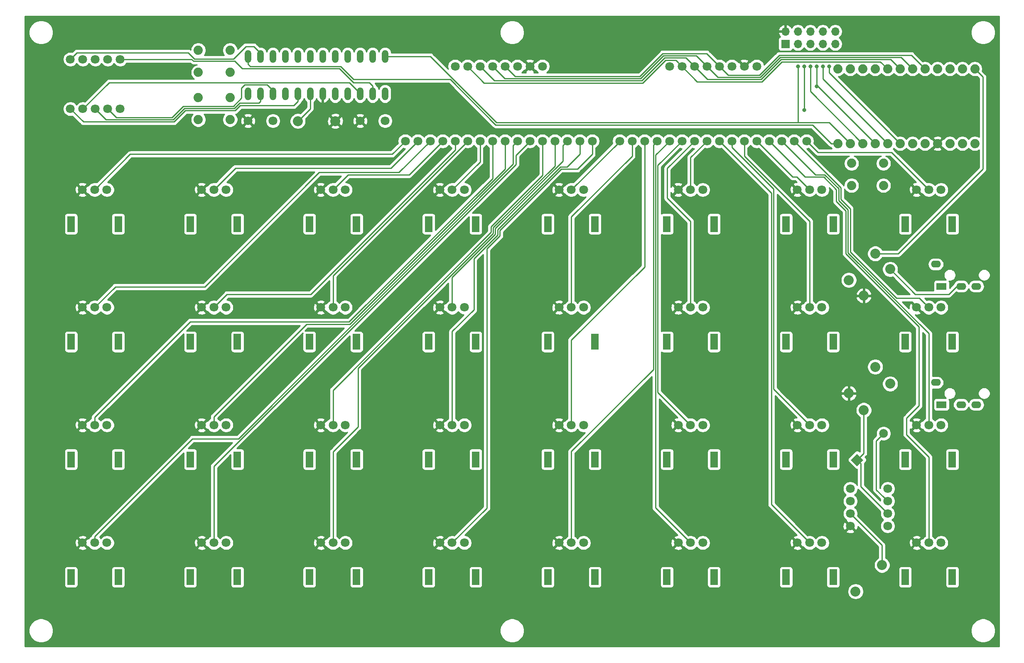
<source format=gbr>
G04 #@! TF.GenerationSoftware,KiCad,Pcbnew,(5.1.8-0-10_14)*
G04 #@! TF.CreationDate,2021-05-03T14:31:50+03:00*
G04 #@! TF.ProjectId,N32B,4e333242-2e6b-4696-9361-645f70636258,V2.1*
G04 #@! TF.SameCoordinates,Original*
G04 #@! TF.FileFunction,Copper,L1,Top*
G04 #@! TF.FilePolarity,Positive*
%FSLAX46Y46*%
G04 Gerber Fmt 4.6, Leading zero omitted, Abs format (unit mm)*
G04 Created by KiCad (PCBNEW (5.1.8-0-10_14)) date 2021-05-03 14:31:50*
%MOMM*%
%LPD*%
G01*
G04 APERTURE LIST*
G04 #@! TA.AperFunction,ComponentPad*
%ADD10C,1.800000*%
G04 #@! TD*
G04 #@! TA.AperFunction,ComponentPad*
%ADD11R,1.700000X1.700000*%
G04 #@! TD*
G04 #@! TA.AperFunction,ComponentPad*
%ADD12O,1.700000X1.700000*%
G04 #@! TD*
G04 #@! TA.AperFunction,ComponentPad*
%ADD13C,0.100000*%
G04 #@! TD*
G04 #@! TA.AperFunction,ComponentPad*
%ADD14R,1.500000X3.200000*%
G04 #@! TD*
G04 #@! TA.AperFunction,ComponentPad*
%ADD15C,2.032000*%
G04 #@! TD*
G04 #@! TA.AperFunction,ComponentPad*
%ADD16O,2.000000X1.400000*%
G04 #@! TD*
G04 #@! TA.AperFunction,ComponentPad*
%ADD17R,2.000000X1.400000*%
G04 #@! TD*
G04 #@! TA.AperFunction,ComponentPad*
%ADD18O,1.320800X2.641600*%
G04 #@! TD*
G04 #@! TA.AperFunction,ComponentPad*
%ADD19C,1.879600*%
G04 #@! TD*
G04 #@! TA.AperFunction,ViaPad*
%ADD20C,0.800000*%
G04 #@! TD*
G04 #@! TA.AperFunction,Conductor*
%ADD21C,0.250000*%
G04 #@! TD*
G04 #@! TA.AperFunction,Conductor*
%ADD22C,0.254000*%
G04 #@! TD*
G04 #@! TA.AperFunction,Conductor*
%ADD23C,0.100000*%
G04 #@! TD*
G04 APERTURE END LIST*
D10*
X150368000Y-48514000D03*
X152908000Y-48514000D03*
X155448000Y-48514000D03*
X157988000Y-48514000D03*
X160528000Y-48514000D03*
X163068000Y-48514000D03*
X165608000Y-48514000D03*
X168148000Y-48514000D03*
X170688000Y-48514000D03*
X173228000Y-48514000D03*
X175768000Y-48514000D03*
X178308000Y-48514000D03*
X180848000Y-48514000D03*
X183388000Y-48514000D03*
X185928000Y-48514000D03*
X188468000Y-48514000D03*
X160528000Y-33274000D03*
X163068000Y-33274000D03*
X165608000Y-33274000D03*
X168148000Y-33274000D03*
X170688000Y-33274000D03*
X173228000Y-33274000D03*
X175768000Y-33274000D03*
X178308000Y-33274000D03*
X106680000Y-48514000D03*
X109220000Y-48514000D03*
X111760000Y-48514000D03*
X114300000Y-48514000D03*
X116840000Y-48514000D03*
X119380000Y-48514000D03*
X121920000Y-48514000D03*
X124460000Y-48514000D03*
X127000000Y-48514000D03*
X129540000Y-48514000D03*
X132080000Y-48514000D03*
X134620000Y-48514000D03*
X137160000Y-48514000D03*
X139700000Y-48514000D03*
X142240000Y-48514000D03*
X144780000Y-48514000D03*
X116840000Y-33274000D03*
X119380000Y-33274000D03*
X121920000Y-33274000D03*
X124460000Y-33274000D03*
X127000000Y-33274000D03*
X129540000Y-33274000D03*
X132080000Y-33274000D03*
X134620000Y-33274000D03*
D11*
X184150000Y-28702000D03*
D12*
X184150000Y-26162000D03*
X186690000Y-28702000D03*
X186690000Y-26162000D03*
X189230000Y-28702000D03*
X189230000Y-26162000D03*
X191770000Y-28702000D03*
X191770000Y-26162000D03*
X194310000Y-28702000D03*
X194310000Y-26162000D03*
D10*
X74628000Y-44386000D03*
X79708000Y-44386000D03*
X97488000Y-44386000D03*
X102568000Y-44386000D03*
X38428000Y-31832000D03*
X38428000Y-41952000D03*
X40968000Y-31832000D03*
X40968000Y-41952000D03*
X43508000Y-31832000D03*
X43508000Y-41952000D03*
X46048000Y-31832000D03*
X46048000Y-41952000D03*
X48588000Y-31832000D03*
X48588000Y-41952000D03*
G04 #@! TA.AperFunction,ComponentPad*
G36*
G01*
X203524758Y-108775242D02*
X203524758Y-108775242D01*
G75*
G02*
X203524758Y-107502450I636396J636396D01*
G01*
X203524758Y-107502450D01*
G75*
G02*
X204797550Y-107502450I636396J-636396D01*
G01*
X204797550Y-107502450D01*
G75*
G02*
X204797550Y-108775242I-636396J-636396D01*
G01*
X204797550Y-108775242D01*
G75*
G02*
X203524758Y-108775242I-636396J636396D01*
G01*
G37*
G04 #@! TD.AperFunction*
G04 #@! TA.AperFunction,ComponentPad*
D13*
G36*
X198773000Y-114799792D02*
G01*
X197500208Y-113527000D01*
X198773000Y-112254208D01*
X200045792Y-113527000D01*
X198773000Y-114799792D01*
G37*
G04 #@! TD.AperFunction*
D10*
X215882001Y-130440000D03*
X213382001Y-130440000D03*
X210882001Y-130440000D03*
D14*
X208582001Y-137440000D03*
X218182001Y-137440000D03*
D10*
X191596001Y-130440000D03*
X189096001Y-130440000D03*
X186596001Y-130440000D03*
D14*
X184296001Y-137440000D03*
X193896001Y-137440000D03*
D10*
X167310001Y-130440000D03*
X164810001Y-130440000D03*
X162310001Y-130440000D03*
D14*
X160010001Y-137440000D03*
X169610001Y-137440000D03*
D10*
X143024001Y-130440000D03*
X140524001Y-130440000D03*
X138024001Y-130440000D03*
D14*
X135724001Y-137440000D03*
X145324001Y-137440000D03*
D10*
X118738002Y-130440000D03*
X116238002Y-130440000D03*
X113738002Y-130440000D03*
D14*
X111438002Y-137440000D03*
X121038002Y-137440000D03*
D10*
X94452001Y-130440000D03*
X91952001Y-130440000D03*
X89452001Y-130440000D03*
D14*
X87152001Y-137440000D03*
X96752001Y-137440000D03*
D10*
X70166001Y-130440000D03*
X67666001Y-130440000D03*
X65166001Y-130440000D03*
D14*
X62866001Y-137440000D03*
X72466001Y-137440000D03*
D10*
X215882001Y-106439999D03*
X213382001Y-106439999D03*
X210882001Y-106439999D03*
D14*
X208582001Y-113439999D03*
X218182001Y-113439999D03*
D10*
X191596001Y-106439999D03*
X189096001Y-106439999D03*
X186596001Y-106439999D03*
D14*
X184296001Y-113439999D03*
X193896001Y-113439999D03*
D10*
X167310001Y-106439999D03*
X164810001Y-106439999D03*
X162310001Y-106439999D03*
D14*
X160010001Y-113439999D03*
X169610001Y-113439999D03*
D10*
X143024001Y-106439999D03*
X140524001Y-106439999D03*
X138024001Y-106439999D03*
D14*
X135724001Y-113439999D03*
X145324001Y-113439999D03*
D10*
X118738002Y-106439999D03*
X116238002Y-106439999D03*
X113738002Y-106439999D03*
D14*
X111438002Y-113439999D03*
X121038002Y-113439999D03*
D10*
X94452001Y-106439999D03*
X91952001Y-106439999D03*
X89452001Y-106439999D03*
D14*
X87152001Y-113439999D03*
X96752001Y-113439999D03*
D10*
X70166001Y-106439999D03*
X67666001Y-106439999D03*
X65166001Y-106439999D03*
D14*
X62866001Y-113439999D03*
X72466001Y-113439999D03*
D10*
X45880001Y-106439999D03*
X43380001Y-106439999D03*
X40880001Y-106439999D03*
D14*
X38580001Y-113439999D03*
X48180001Y-113439999D03*
D10*
X215882001Y-82439999D03*
X213382001Y-82439999D03*
X210882001Y-82439999D03*
D14*
X208582001Y-89439999D03*
X218182001Y-89439999D03*
D10*
X191596001Y-82439999D03*
X189096001Y-82439999D03*
X186596001Y-82439999D03*
D14*
X184296001Y-89439999D03*
X193896001Y-89439999D03*
D10*
X167310001Y-82439999D03*
X164810001Y-82439999D03*
X162310001Y-82439999D03*
D14*
X160010001Y-89439999D03*
X169610001Y-89439999D03*
D10*
X143024001Y-82439999D03*
X140524001Y-82439999D03*
X138024001Y-82439999D03*
D14*
X135724001Y-89439999D03*
X145324001Y-89439999D03*
D10*
X118738002Y-82439999D03*
X116238002Y-82439999D03*
X113738002Y-82439999D03*
D14*
X111438002Y-89439999D03*
X121038002Y-89439999D03*
D10*
X94452001Y-82439999D03*
X91952001Y-82439999D03*
X89452001Y-82439999D03*
D14*
X87152001Y-89439999D03*
X96752001Y-89439999D03*
D10*
X70166001Y-82439999D03*
X67666001Y-82439999D03*
X65166001Y-82439999D03*
D14*
X62866001Y-89439999D03*
X72466001Y-89439999D03*
D10*
X45880001Y-82439999D03*
X43380001Y-82439999D03*
X40880001Y-82439999D03*
D14*
X38580001Y-89439999D03*
X48180001Y-89439999D03*
D10*
X215882001Y-58440000D03*
X213382001Y-58440000D03*
X210882001Y-58440000D03*
D14*
X208582001Y-65440000D03*
X218182001Y-65440000D03*
D10*
X191596001Y-58440000D03*
X189096001Y-58440000D03*
X186596001Y-58440000D03*
D14*
X184296001Y-65440000D03*
X193896001Y-65440000D03*
D10*
X167310001Y-58440000D03*
X164810001Y-58440000D03*
X162310001Y-58440000D03*
D14*
X160010001Y-65440000D03*
X169610001Y-65440000D03*
D10*
X143024001Y-58440000D03*
X140524001Y-58440000D03*
X138024001Y-58440000D03*
D14*
X135724001Y-65440000D03*
X145324001Y-65440000D03*
D10*
X118738002Y-58440000D03*
X116238002Y-58440000D03*
X113738002Y-58440000D03*
D14*
X111438002Y-65440000D03*
X121038002Y-65440000D03*
D10*
X70166001Y-58440000D03*
X67666001Y-58440000D03*
X65166001Y-58440000D03*
D14*
X62866001Y-65440000D03*
X72466001Y-65440000D03*
D10*
X94452001Y-58440000D03*
X91952001Y-58440000D03*
X89452001Y-58440000D03*
D14*
X87152001Y-65440000D03*
X96752001Y-65440000D03*
D10*
X45880001Y-130440000D03*
X43380001Y-130440000D03*
X40880001Y-130440000D03*
D14*
X38580001Y-137440000D03*
X48180001Y-137440000D03*
D10*
X45880001Y-58440000D03*
X43380001Y-58440000D03*
X40880001Y-58440000D03*
D14*
X38580001Y-65440000D03*
X48180001Y-65440000D03*
D10*
X204990700Y-119405400D03*
X197370700Y-119405400D03*
X204990700Y-121945400D03*
X197370700Y-121945400D03*
X204990700Y-124485400D03*
X197370700Y-124485400D03*
X204990700Y-127025400D03*
X197370700Y-127025400D03*
D15*
X202465077Y-71473923D03*
X197076923Y-76862077D03*
X200124923Y-80037077D03*
X205513077Y-74648923D03*
X84788000Y-44446000D03*
X92408000Y-44446000D03*
X200124923Y-103396077D03*
X205513077Y-98007923D03*
X198453923Y-140371077D03*
X203842077Y-134982923D03*
X202465077Y-94557923D03*
X197076923Y-99946077D03*
D16*
X223068000Y-78138000D03*
X219968000Y-78138000D03*
D17*
X215968000Y-78138000D03*
D16*
X214818000Y-73638000D03*
D18*
X102568000Y-38862000D03*
X100028000Y-38862000D03*
X97488000Y-38862000D03*
X94948000Y-38862000D03*
X92408000Y-38862000D03*
X89868000Y-38862000D03*
X87328000Y-38862000D03*
X84788000Y-38862000D03*
X82248000Y-38862000D03*
X79708000Y-38862000D03*
X77168000Y-38862000D03*
X74628000Y-38862000D03*
X74628000Y-31242000D03*
X77168000Y-31242000D03*
X79708000Y-31242000D03*
X82248000Y-31242000D03*
X84788000Y-31242000D03*
X87328000Y-31242000D03*
X89868000Y-31242000D03*
X92408000Y-31242000D03*
X94948000Y-31242000D03*
X97488000Y-31242000D03*
X100028000Y-31242000D03*
X102568000Y-31242000D03*
D19*
X64482980Y-39613840D03*
X70985380Y-39613840D03*
X64482980Y-44135040D03*
X70985380Y-44135040D03*
X64480440Y-29989780D03*
X70982840Y-29989780D03*
X64480440Y-34510980D03*
X70982840Y-34510980D03*
X222758000Y-33782000D03*
X220218000Y-33782000D03*
X217678000Y-33782000D03*
X215138000Y-33782000D03*
X212598000Y-33782000D03*
X210058000Y-33782000D03*
X207518000Y-33782000D03*
X204978000Y-33782000D03*
X202438000Y-33782000D03*
X199898000Y-33782000D03*
X197358000Y-33782000D03*
X194818000Y-33782000D03*
X194818000Y-49022000D03*
X197358000Y-49022000D03*
X199898000Y-49022000D03*
X202438000Y-49022000D03*
X204978000Y-49022000D03*
X207518000Y-49022000D03*
X210058000Y-49022000D03*
X212598000Y-49022000D03*
X215138000Y-49022000D03*
X217678000Y-49022000D03*
X220218000Y-49022000D03*
X222758000Y-49022000D03*
D16*
X214818000Y-97768000D03*
D17*
X215968000Y-102268000D03*
D16*
X219968000Y-102268000D03*
X223068000Y-102268000D03*
D19*
X204139800Y-57581800D03*
X197637400Y-57581800D03*
X204139800Y-53060600D03*
X197637400Y-53060600D03*
D20*
X187960000Y-33273996D03*
X187960000Y-42164000D03*
X190500000Y-33274000D03*
X190499997Y-37338003D03*
X193040000Y-33273994D03*
X189230000Y-33274000D03*
X186690000Y-33274000D03*
X191770000Y-33274004D03*
D21*
X129032000Y-35306000D02*
X127000000Y-33274000D01*
X168067967Y-30653967D02*
X159145417Y-30653967D01*
X178816000Y-35052000D02*
X172466000Y-35052000D01*
X159145417Y-30653967D02*
X154493385Y-35306000D01*
X172466000Y-35052000D02*
X168067967Y-30653967D01*
X209804003Y-30988003D02*
X182879997Y-30988003D01*
X154493385Y-35306000D02*
X129032000Y-35306000D01*
X182879997Y-30988003D02*
X178816000Y-35052000D01*
X212598000Y-33782000D02*
X209804003Y-30988003D01*
X154679785Y-35756011D02*
X126942011Y-35756011D01*
X159331817Y-31103978D02*
X154679785Y-35756011D01*
X165977978Y-31103978D02*
X159331817Y-31103978D01*
X179002400Y-35502011D02*
X170376011Y-35502011D01*
X183066397Y-31438014D02*
X179002400Y-35502011D01*
X207714014Y-31438014D02*
X183066397Y-31438014D01*
X170376011Y-35502011D02*
X165977978Y-31103978D01*
X126942011Y-35756011D02*
X124460000Y-33274000D01*
X210058000Y-33782000D02*
X207714014Y-31438014D01*
X159518217Y-31553989D02*
X154866185Y-36206022D01*
X124852022Y-36206022D02*
X121920000Y-33274000D01*
X163887989Y-31553989D02*
X159518217Y-31553989D01*
X179188800Y-35952022D02*
X168286022Y-35952022D01*
X154866185Y-36206022D02*
X124852022Y-36206022D01*
X168286022Y-35952022D02*
X163887989Y-31553989D01*
X183252797Y-31888025D02*
X179188800Y-35952022D01*
X205624025Y-31888025D02*
X183252797Y-31888025D01*
X207518000Y-33782000D02*
X205624025Y-31888025D01*
X203534036Y-32338036D02*
X204978000Y-33782000D01*
X183439197Y-32338036D02*
X203534036Y-32338036D01*
X179375200Y-36402033D02*
X183439197Y-32338036D01*
X122762033Y-36656033D02*
X155052584Y-36656033D01*
X161798000Y-32004000D02*
X166196033Y-36402033D01*
X166196033Y-36402033D02*
X179375200Y-36402033D01*
X155052584Y-36656033D02*
X159704617Y-32004000D01*
X159704617Y-32004000D02*
X161798000Y-32004000D01*
X119380000Y-33274000D02*
X122762033Y-36656033D01*
X77168000Y-30581600D02*
X77168000Y-31242000D01*
X74168000Y-29210000D02*
X75796400Y-29210000D01*
X71628000Y-31750000D02*
X74168000Y-29210000D01*
X63691206Y-31750000D02*
X71628000Y-31750000D01*
X39780000Y-30480000D02*
X62421206Y-30480000D01*
X75796400Y-29210000D02*
X77168000Y-30581600D01*
X38428000Y-31832000D02*
X39780000Y-30480000D01*
X62421206Y-30480000D02*
X63691206Y-31750000D01*
X59551979Y-44588022D02*
X61837979Y-42302022D01*
X84788000Y-40432800D02*
X84788000Y-38862000D01*
X61837979Y-42302022D02*
X72000799Y-42302022D01*
X72000799Y-42302022D02*
X73027822Y-41275000D01*
X73027822Y-41275000D02*
X83945800Y-41275000D01*
X83945800Y-41275000D02*
X84788000Y-40432800D01*
X38428000Y-41952000D02*
X41064022Y-44588022D01*
X41064022Y-44588022D02*
X59551979Y-44588022D01*
X97488000Y-38814000D02*
X97488000Y-38862000D01*
X95250000Y-36576000D02*
X97488000Y-38814000D01*
X40968000Y-41952000D02*
X46344000Y-36576000D01*
X46344000Y-36576000D02*
X95250000Y-36576000D01*
X77168000Y-40432800D02*
X77168000Y-38862000D01*
X43508000Y-41952000D02*
X45694011Y-44138011D01*
X59365579Y-44138011D02*
X61651579Y-41852011D01*
X61651579Y-41852011D02*
X71814399Y-41852011D01*
X72899411Y-40767000D02*
X76833800Y-40767000D01*
X76833800Y-40767000D02*
X77168000Y-40432800D01*
X71814399Y-41852011D02*
X72899411Y-40767000D01*
X45694011Y-44138011D02*
X59365579Y-44138011D01*
X78532411Y-37026011D02*
X79708000Y-38201600D01*
X73971989Y-37026011D02*
X78532411Y-37026011D01*
X73279000Y-39750999D02*
X73279000Y-37719000D01*
X71627999Y-41402000D02*
X73279000Y-39750999D01*
X61465179Y-41402000D02*
X71627999Y-41402000D01*
X59179179Y-43688000D02*
X61465179Y-41402000D01*
X47784000Y-43688000D02*
X59179179Y-43688000D01*
X79708000Y-38201600D02*
X79708000Y-38862000D01*
X73279000Y-37719000D02*
X73971989Y-37026011D01*
X46048000Y-41952000D02*
X47784000Y-43688000D01*
X100028000Y-37291200D02*
X100028000Y-38862000D01*
X63136795Y-31832000D02*
X63504806Y-32200011D01*
X93285601Y-33724011D02*
X96137590Y-36576000D01*
X71952422Y-32200011D02*
X73476422Y-33724011D01*
X96137590Y-36576000D02*
X99312800Y-36576000D01*
X63504806Y-32200011D02*
X71952422Y-32200011D01*
X73476422Y-33724011D02*
X93285601Y-33724011D01*
X99312800Y-36576000D02*
X100028000Y-37291200D01*
X48588000Y-31832000D02*
X63136795Y-31832000D01*
X187960000Y-33273996D02*
X187960000Y-42164000D01*
X189678923Y-45212000D02*
X193488923Y-49022000D01*
X125093589Y-45212000D02*
X189678923Y-45212000D01*
X115828411Y-35946822D02*
X125093589Y-45212000D01*
X96144822Y-35946822D02*
X115828411Y-35946822D01*
X75089200Y-33274000D02*
X93472000Y-33274000D01*
X193488923Y-49022000D02*
X194818000Y-49022000D01*
X74628000Y-31242000D02*
X74628000Y-32812800D01*
X93472000Y-33274000D02*
X96144822Y-35946822D01*
X74628000Y-32812800D02*
X75089200Y-33274000D01*
X202438000Y-49022000D02*
X190754003Y-37338003D01*
X190754003Y-37338003D02*
X190499997Y-37338003D01*
X190500000Y-37338000D02*
X190499997Y-37338003D01*
X190500000Y-33274000D02*
X190500000Y-37338000D01*
X87328000Y-41906000D02*
X87328000Y-38862000D01*
X84788000Y-44446000D02*
X87328000Y-41906000D01*
X103998000Y-51196000D02*
X106680000Y-48514000D01*
X50624001Y-51196000D02*
X103998000Y-51196000D01*
X43380001Y-58440000D02*
X50624001Y-51196000D01*
X103732043Y-54001957D02*
X109220000Y-48514000D01*
X72104044Y-54001957D02*
X103732043Y-54001957D01*
X67666001Y-58440000D02*
X72104044Y-54001957D01*
X105352011Y-54921989D02*
X111760000Y-48514000D01*
X89096011Y-54921989D02*
X105352011Y-54921989D01*
X65786000Y-78232000D02*
X89096011Y-54921989D01*
X47588000Y-78232000D02*
X65786000Y-78232000D01*
X43380001Y-82439999D02*
X47588000Y-78232000D01*
X107442000Y-55372000D02*
X114300000Y-48514000D01*
X95020001Y-55372000D02*
X107442000Y-55372000D01*
X91952001Y-58440000D02*
X95020001Y-55372000D01*
X116840000Y-50292000D02*
X116840000Y-48514000D01*
X87376000Y-79756000D02*
X116840000Y-50292000D01*
X70350000Y-79756000D02*
X87376000Y-79756000D01*
X67666001Y-82439999D02*
X70350000Y-79756000D01*
X121920000Y-52758002D02*
X121920000Y-48514000D01*
X116238002Y-58440000D02*
X121920000Y-52758002D01*
X115824000Y-52070000D02*
X119380000Y-48514000D01*
X91952001Y-75941999D02*
X115824000Y-52070000D01*
X91952001Y-82439999D02*
X91952001Y-75941999D01*
X43380001Y-104828999D02*
X43380001Y-106439999D01*
X62865000Y-85344000D02*
X43380001Y-104828999D01*
X95245769Y-85344000D02*
X62865000Y-85344000D01*
X124460000Y-56129769D02*
X95245769Y-85344000D01*
X124460000Y-48514000D02*
X124460000Y-56129769D01*
X67666001Y-104736499D02*
X67666001Y-106439999D01*
X86550500Y-85852000D02*
X67666001Y-104736499D01*
X95374179Y-85852000D02*
X86550500Y-85852000D01*
X127000000Y-54226179D02*
X95374179Y-85852000D01*
X127000000Y-48514000D02*
X127000000Y-54226179D01*
X43380001Y-129167208D02*
X43380001Y-130440000D01*
X129540000Y-48514000D02*
X128640001Y-49413999D01*
X128640001Y-53222588D02*
X72642589Y-109220000D01*
X72642589Y-109220000D02*
X63327209Y-109220000D01*
X128640001Y-49413999D02*
X128640001Y-53222588D01*
X63327209Y-109220000D02*
X43380001Y-129167208D01*
X129213011Y-53285989D02*
X67666001Y-114832999D01*
X132080000Y-48514000D02*
X129213011Y-51380989D01*
X129213011Y-51380989D02*
X129213011Y-53285989D01*
X67666001Y-114832999D02*
X67666001Y-130440000D01*
X91952001Y-99311409D02*
X91952001Y-106439999D01*
X124148000Y-65981356D02*
X124148000Y-67115410D01*
X134620000Y-55509356D02*
X124148000Y-65981356D01*
X124148000Y-67115410D02*
X91952001Y-99311409D01*
X134620000Y-48514000D02*
X134620000Y-55509356D01*
X91952001Y-111882999D02*
X91952001Y-130440000D01*
X97028000Y-106807000D02*
X91952001Y-111882999D01*
X97028000Y-94871820D02*
X97028000Y-106807000D01*
X137160000Y-53605767D02*
X124598011Y-66167756D01*
X124598011Y-67301810D02*
X97028000Y-94871820D01*
X124598011Y-66167756D02*
X124598011Y-67301810D01*
X137160000Y-48514000D02*
X137160000Y-53605767D01*
X116238002Y-76298230D02*
X116238002Y-82439999D01*
X125048022Y-67488210D02*
X116238002Y-76298230D01*
X125048022Y-66354156D02*
X125048022Y-67488210D01*
X138800001Y-52602177D02*
X125048022Y-66354156D01*
X138800001Y-49413999D02*
X138800001Y-52602177D01*
X139700000Y-48514000D02*
X138800001Y-49413999D01*
X116238002Y-87342998D02*
X116238002Y-106439999D01*
X120650000Y-82931000D02*
X116238002Y-87342998D01*
X120650000Y-72522642D02*
X120650000Y-82931000D01*
X125498033Y-66540556D02*
X125498033Y-67674610D01*
X138259600Y-53778989D02*
X125498033Y-66540556D01*
X125498033Y-67674610D02*
X120650000Y-72522642D01*
X142240000Y-51196000D02*
X139657011Y-53778989D01*
X139657011Y-53778989D02*
X138259600Y-53778989D01*
X142240000Y-48514000D02*
X142240000Y-51196000D01*
X123317000Y-70492054D02*
X123317000Y-123361002D01*
X125948044Y-66726956D02*
X125948044Y-67861010D01*
X138446000Y-54229000D02*
X125948044Y-66726956D01*
X125948044Y-67861010D02*
X123317000Y-70492054D01*
X141747000Y-54229000D02*
X138446000Y-54229000D01*
X123317000Y-123361002D02*
X116238002Y-130440000D01*
X144780000Y-51196000D02*
X141747000Y-54229000D01*
X144780000Y-48514000D02*
X144780000Y-51196000D01*
X205742001Y-50800000D02*
X190754000Y-50800000D01*
X190754000Y-50800000D02*
X188468000Y-48514000D01*
X213382001Y-58440000D02*
X205742001Y-50800000D01*
X211460002Y-80518000D02*
X212482002Y-81540000D01*
X212482002Y-81540000D02*
X213382001Y-82439999D01*
X195448022Y-58031200D02*
X195448022Y-60427022D01*
X195448022Y-60427022D02*
X197358000Y-62337000D01*
X197358000Y-62337000D02*
X197358000Y-71120000D01*
X197358000Y-71120000D02*
X206756000Y-80518000D01*
X192368800Y-54951978D02*
X195448022Y-58031200D01*
X206756000Y-80518000D02*
X211460002Y-80518000D01*
X185928000Y-48514000D02*
X192365978Y-54951978D01*
X192365978Y-54951978D02*
X192368800Y-54951978D01*
X196907989Y-71306400D02*
X196907989Y-62536989D01*
X194998011Y-58217600D02*
X192182400Y-55401989D01*
X190275989Y-55401989D02*
X183388000Y-48514000D01*
X213382001Y-106439999D02*
X213382001Y-87780412D01*
X213382001Y-87780412D02*
X196907989Y-71306400D01*
X196907989Y-62536989D02*
X194998011Y-60627011D01*
X194998011Y-60627011D02*
X194998011Y-58217600D01*
X192182400Y-55401989D02*
X190275989Y-55401989D01*
X188186000Y-55852000D02*
X185362011Y-53028011D01*
X191996000Y-55852000D02*
X188186000Y-55852000D01*
X194548000Y-60827000D02*
X194548000Y-58404000D01*
X211372989Y-86407810D02*
X196457978Y-71492800D01*
X213382001Y-130440000D02*
X213382001Y-112936001D01*
X196457978Y-71492800D02*
X196457978Y-62736978D01*
X211372989Y-102477011D02*
X211372989Y-86407810D01*
X194548000Y-58404000D02*
X191996000Y-55852000D01*
X185362011Y-53028011D02*
X180848000Y-48514000D01*
X208823000Y-105027000D02*
X211372989Y-102477011D01*
X196457978Y-62736978D02*
X194548000Y-60827000D01*
X208823000Y-108377000D02*
X208823000Y-105027000D01*
X213382001Y-112936001D02*
X208823000Y-108377000D01*
X186486001Y-55830000D02*
X189096001Y-58440000D01*
X185624000Y-55830000D02*
X186486001Y-55830000D01*
X178308000Y-48514000D02*
X185624000Y-55830000D01*
X189096001Y-81167207D02*
X189096001Y-82439999D01*
X189096001Y-64890001D02*
X189096001Y-81167207D01*
X175768000Y-51562000D02*
X189096001Y-64890001D01*
X175768000Y-48514000D02*
X175768000Y-51562000D01*
X181737000Y-58295792D02*
X181737000Y-99080998D01*
X181737000Y-99080998D02*
X188196002Y-105540000D01*
X173228000Y-48514000D02*
X173228000Y-49786792D01*
X188196002Y-105540000D02*
X189096001Y-106439999D01*
X173228000Y-49786792D02*
X181737000Y-58295792D01*
X170688000Y-48514000D02*
X181286989Y-59112989D01*
X181286989Y-122630988D02*
X189096001Y-130440000D01*
X181286989Y-59112989D02*
X181286989Y-122630988D01*
X164810001Y-54645999D02*
X164810001Y-58440000D01*
X164810001Y-51851999D02*
X164810001Y-54645999D01*
X168148000Y-48514000D02*
X164810001Y-51851999D01*
X160098000Y-54024000D02*
X160098000Y-60149000D01*
X165608000Y-48514000D02*
X160098000Y-54024000D01*
X160098000Y-60149000D02*
X164810001Y-64861001D01*
X164810001Y-64861001D02*
X164810001Y-82439999D01*
X158126022Y-53455978D02*
X158126022Y-99756020D01*
X163068000Y-48514000D02*
X158126022Y-53455978D01*
X158126022Y-99756020D02*
X163910002Y-105540000D01*
X163910002Y-105540000D02*
X164810001Y-106439999D01*
X157676011Y-51365989D02*
X160528000Y-48514000D01*
X157676011Y-123306010D02*
X157676011Y-51365989D01*
X164810001Y-130440000D02*
X157676011Y-123306010D01*
X157226000Y-95123000D02*
X140524001Y-111824999D01*
X157226000Y-49276000D02*
X157226000Y-95123000D01*
X157988000Y-48514000D02*
X157226000Y-49276000D01*
X140524001Y-111824999D02*
X140524001Y-130440000D01*
X155448000Y-74168000D02*
X140524001Y-89091999D01*
X140524001Y-89091999D02*
X140524001Y-106439999D01*
X155448000Y-48514000D02*
X155448000Y-74168000D01*
X140524001Y-63945999D02*
X152908000Y-51562000D01*
X152908000Y-51562000D02*
X152908000Y-48514000D01*
X140524001Y-82439999D02*
X140524001Y-63945999D01*
X150368000Y-48596001D02*
X140524001Y-58440000D01*
X150368000Y-48514000D02*
X150368000Y-48596001D01*
X224409000Y-54229000D02*
X224409000Y-35433000D01*
X224409000Y-35433000D02*
X222758000Y-33782000D01*
X207164077Y-71473923D02*
X224409000Y-54229000D01*
X202465077Y-71473923D02*
X207164077Y-71473923D01*
X219042000Y-78138000D02*
X219968000Y-78138000D01*
X217424000Y-79756000D02*
X219042000Y-78138000D01*
X210620154Y-79756000D02*
X217424000Y-79756000D01*
X205513077Y-74648923D02*
X210620154Y-79756000D01*
X199498000Y-114252000D02*
X198773000Y-113527000D01*
X204990700Y-124485400D02*
X199498000Y-118992700D01*
X199498000Y-118992700D02*
X199498000Y-114252000D01*
X200124923Y-112175077D02*
X200124923Y-103396077D01*
X198773000Y-113527000D02*
X200124923Y-112175077D01*
X204090701Y-121045401D02*
X204990700Y-121945400D01*
X202673000Y-109627000D02*
X202673000Y-119627700D01*
X202673000Y-119627700D02*
X204090701Y-121045401D01*
X204161154Y-108138846D02*
X202673000Y-109627000D01*
X203842077Y-130956777D02*
X197370700Y-124485400D01*
X203842077Y-134982923D02*
X203842077Y-130956777D01*
X207518000Y-49022000D02*
X193040000Y-34544000D01*
X193040000Y-34544000D02*
X193040000Y-33273994D01*
X189230000Y-33839685D02*
X189230000Y-33274000D01*
X189230000Y-38411004D02*
X189230000Y-33839685D01*
X199840996Y-49022000D02*
X189230000Y-38411004D01*
X199898000Y-49022000D02*
X199840996Y-49022000D01*
X193040000Y-44704000D02*
X197358000Y-49022000D01*
X186690000Y-44704000D02*
X193040000Y-44704000D01*
X125222000Y-44704000D02*
X186690000Y-44704000D01*
X111760000Y-31242000D02*
X125222000Y-44704000D01*
X102568000Y-31242000D02*
X111760000Y-31242000D01*
X186690000Y-43434000D02*
X186690000Y-44704000D01*
X186690000Y-33274000D02*
X186690000Y-43434000D01*
X204978000Y-49022000D02*
X191770000Y-35814000D01*
X191770000Y-35814000D02*
X191770000Y-33274004D01*
D22*
X227712639Y-151617002D02*
X29183000Y-151617000D01*
X29183000Y-148106773D01*
X29955062Y-148106773D01*
X29955062Y-148597839D01*
X30050864Y-149079469D01*
X30238787Y-149533155D01*
X30511609Y-149941461D01*
X30858845Y-150288697D01*
X31267151Y-150561519D01*
X31720837Y-150749442D01*
X32202467Y-150845244D01*
X32693533Y-150845244D01*
X33175163Y-150749442D01*
X33628849Y-150561519D01*
X34037155Y-150288697D01*
X34384391Y-149941461D01*
X34657213Y-149533155D01*
X34845136Y-149079469D01*
X34940938Y-148597839D01*
X34940938Y-148106773D01*
X125955062Y-148106773D01*
X125955062Y-148597839D01*
X126050864Y-149079469D01*
X126238787Y-149533155D01*
X126511609Y-149941461D01*
X126858845Y-150288697D01*
X127267151Y-150561519D01*
X127720837Y-150749442D01*
X128202467Y-150845244D01*
X128693533Y-150845244D01*
X129175163Y-150749442D01*
X129628849Y-150561519D01*
X130037155Y-150288697D01*
X130384391Y-149941461D01*
X130657213Y-149533155D01*
X130845136Y-149079469D01*
X130940938Y-148597839D01*
X130940938Y-148106773D01*
X221955062Y-148106773D01*
X221955062Y-148597839D01*
X222050864Y-149079469D01*
X222238787Y-149533155D01*
X222511609Y-149941461D01*
X222858845Y-150288697D01*
X223267151Y-150561519D01*
X223720837Y-150749442D01*
X224202467Y-150845244D01*
X224693533Y-150845244D01*
X225175163Y-150749442D01*
X225628849Y-150561519D01*
X226037155Y-150288697D01*
X226384391Y-149941461D01*
X226657213Y-149533155D01*
X226845136Y-149079469D01*
X226940938Y-148597839D01*
X226940938Y-148106773D01*
X226845136Y-147625143D01*
X226657213Y-147171457D01*
X226384391Y-146763151D01*
X226037155Y-146415915D01*
X225628849Y-146143093D01*
X225175163Y-145955170D01*
X224693533Y-145859368D01*
X224202467Y-145859368D01*
X223720837Y-145955170D01*
X223267151Y-146143093D01*
X222858845Y-146415915D01*
X222511609Y-146763151D01*
X222238787Y-147171457D01*
X222050864Y-147625143D01*
X221955062Y-148106773D01*
X130940938Y-148106773D01*
X130845136Y-147625143D01*
X130657213Y-147171457D01*
X130384391Y-146763151D01*
X130037155Y-146415915D01*
X129628849Y-146143093D01*
X129175163Y-145955170D01*
X128693533Y-145859368D01*
X128202467Y-145859368D01*
X127720837Y-145955170D01*
X127267151Y-146143093D01*
X126858845Y-146415915D01*
X126511609Y-146763151D01*
X126238787Y-147171457D01*
X126050864Y-147625143D01*
X125955062Y-148106773D01*
X34940938Y-148106773D01*
X34845136Y-147625143D01*
X34657213Y-147171457D01*
X34384391Y-146763151D01*
X34037155Y-146415915D01*
X33628849Y-146143093D01*
X33175163Y-145955170D01*
X32693533Y-145859368D01*
X32202467Y-145859368D01*
X31720837Y-145955170D01*
X31267151Y-146143093D01*
X30858845Y-146415915D01*
X30511609Y-146763151D01*
X30238787Y-147171457D01*
X30050864Y-147625143D01*
X29955062Y-148106773D01*
X29183000Y-148106773D01*
X29183000Y-140208468D01*
X196802923Y-140208468D01*
X196802923Y-140533686D01*
X196866370Y-140852656D01*
X196990826Y-141153119D01*
X197171508Y-141423528D01*
X197401472Y-141653492D01*
X197671881Y-141834174D01*
X197972344Y-141958630D01*
X198291314Y-142022077D01*
X198616532Y-142022077D01*
X198935502Y-141958630D01*
X199235965Y-141834174D01*
X199506374Y-141653492D01*
X199736338Y-141423528D01*
X199917020Y-141153119D01*
X200041476Y-140852656D01*
X200104923Y-140533686D01*
X200104923Y-140208468D01*
X200041476Y-139889498D01*
X199917020Y-139589035D01*
X199736338Y-139318626D01*
X199506374Y-139088662D01*
X199235965Y-138907980D01*
X198935502Y-138783524D01*
X198616532Y-138720077D01*
X198291314Y-138720077D01*
X197972344Y-138783524D01*
X197671881Y-138907980D01*
X197401472Y-139088662D01*
X197171508Y-139318626D01*
X196990826Y-139589035D01*
X196866370Y-139889498D01*
X196802923Y-140208468D01*
X29183000Y-140208468D01*
X29183000Y-135840000D01*
X37191929Y-135840000D01*
X37191929Y-139040000D01*
X37204189Y-139164482D01*
X37240499Y-139284180D01*
X37299464Y-139394494D01*
X37378816Y-139491185D01*
X37475507Y-139570537D01*
X37585821Y-139629502D01*
X37705519Y-139665812D01*
X37830001Y-139678072D01*
X39330001Y-139678072D01*
X39454483Y-139665812D01*
X39574181Y-139629502D01*
X39684495Y-139570537D01*
X39781186Y-139491185D01*
X39860538Y-139394494D01*
X39919503Y-139284180D01*
X39955813Y-139164482D01*
X39968073Y-139040000D01*
X39968073Y-135840000D01*
X46791929Y-135840000D01*
X46791929Y-139040000D01*
X46804189Y-139164482D01*
X46840499Y-139284180D01*
X46899464Y-139394494D01*
X46978816Y-139491185D01*
X47075507Y-139570537D01*
X47185821Y-139629502D01*
X47305519Y-139665812D01*
X47430001Y-139678072D01*
X48930001Y-139678072D01*
X49054483Y-139665812D01*
X49174181Y-139629502D01*
X49284495Y-139570537D01*
X49381186Y-139491185D01*
X49460538Y-139394494D01*
X49519503Y-139284180D01*
X49555813Y-139164482D01*
X49568073Y-139040000D01*
X49568073Y-135840000D01*
X61477929Y-135840000D01*
X61477929Y-139040000D01*
X61490189Y-139164482D01*
X61526499Y-139284180D01*
X61585464Y-139394494D01*
X61664816Y-139491185D01*
X61761507Y-139570537D01*
X61871821Y-139629502D01*
X61991519Y-139665812D01*
X62116001Y-139678072D01*
X63616001Y-139678072D01*
X63740483Y-139665812D01*
X63860181Y-139629502D01*
X63970495Y-139570537D01*
X64067186Y-139491185D01*
X64146538Y-139394494D01*
X64205503Y-139284180D01*
X64241813Y-139164482D01*
X64254073Y-139040000D01*
X64254073Y-135840000D01*
X71077929Y-135840000D01*
X71077929Y-139040000D01*
X71090189Y-139164482D01*
X71126499Y-139284180D01*
X71185464Y-139394494D01*
X71264816Y-139491185D01*
X71361507Y-139570537D01*
X71471821Y-139629502D01*
X71591519Y-139665812D01*
X71716001Y-139678072D01*
X73216001Y-139678072D01*
X73340483Y-139665812D01*
X73460181Y-139629502D01*
X73570495Y-139570537D01*
X73667186Y-139491185D01*
X73746538Y-139394494D01*
X73805503Y-139284180D01*
X73841813Y-139164482D01*
X73854073Y-139040000D01*
X73854073Y-135840000D01*
X85763929Y-135840000D01*
X85763929Y-139040000D01*
X85776189Y-139164482D01*
X85812499Y-139284180D01*
X85871464Y-139394494D01*
X85950816Y-139491185D01*
X86047507Y-139570537D01*
X86157821Y-139629502D01*
X86277519Y-139665812D01*
X86402001Y-139678072D01*
X87902001Y-139678072D01*
X88026483Y-139665812D01*
X88146181Y-139629502D01*
X88256495Y-139570537D01*
X88353186Y-139491185D01*
X88432538Y-139394494D01*
X88491503Y-139284180D01*
X88527813Y-139164482D01*
X88540073Y-139040000D01*
X88540073Y-135840000D01*
X95363929Y-135840000D01*
X95363929Y-139040000D01*
X95376189Y-139164482D01*
X95412499Y-139284180D01*
X95471464Y-139394494D01*
X95550816Y-139491185D01*
X95647507Y-139570537D01*
X95757821Y-139629502D01*
X95877519Y-139665812D01*
X96002001Y-139678072D01*
X97502001Y-139678072D01*
X97626483Y-139665812D01*
X97746181Y-139629502D01*
X97856495Y-139570537D01*
X97953186Y-139491185D01*
X98032538Y-139394494D01*
X98091503Y-139284180D01*
X98127813Y-139164482D01*
X98140073Y-139040000D01*
X98140073Y-135840000D01*
X110049930Y-135840000D01*
X110049930Y-139040000D01*
X110062190Y-139164482D01*
X110098500Y-139284180D01*
X110157465Y-139394494D01*
X110236817Y-139491185D01*
X110333508Y-139570537D01*
X110443822Y-139629502D01*
X110563520Y-139665812D01*
X110688002Y-139678072D01*
X112188002Y-139678072D01*
X112312484Y-139665812D01*
X112432182Y-139629502D01*
X112542496Y-139570537D01*
X112639187Y-139491185D01*
X112718539Y-139394494D01*
X112777504Y-139284180D01*
X112813814Y-139164482D01*
X112826074Y-139040000D01*
X112826074Y-135840000D01*
X119649930Y-135840000D01*
X119649930Y-139040000D01*
X119662190Y-139164482D01*
X119698500Y-139284180D01*
X119757465Y-139394494D01*
X119836817Y-139491185D01*
X119933508Y-139570537D01*
X120043822Y-139629502D01*
X120163520Y-139665812D01*
X120288002Y-139678072D01*
X121788002Y-139678072D01*
X121912484Y-139665812D01*
X122032182Y-139629502D01*
X122142496Y-139570537D01*
X122239187Y-139491185D01*
X122318539Y-139394494D01*
X122377504Y-139284180D01*
X122413814Y-139164482D01*
X122426074Y-139040000D01*
X122426074Y-135840000D01*
X134335929Y-135840000D01*
X134335929Y-139040000D01*
X134348189Y-139164482D01*
X134384499Y-139284180D01*
X134443464Y-139394494D01*
X134522816Y-139491185D01*
X134619507Y-139570537D01*
X134729821Y-139629502D01*
X134849519Y-139665812D01*
X134974001Y-139678072D01*
X136474001Y-139678072D01*
X136598483Y-139665812D01*
X136718181Y-139629502D01*
X136828495Y-139570537D01*
X136925186Y-139491185D01*
X137004538Y-139394494D01*
X137063503Y-139284180D01*
X137099813Y-139164482D01*
X137112073Y-139040000D01*
X137112073Y-135840000D01*
X143935929Y-135840000D01*
X143935929Y-139040000D01*
X143948189Y-139164482D01*
X143984499Y-139284180D01*
X144043464Y-139394494D01*
X144122816Y-139491185D01*
X144219507Y-139570537D01*
X144329821Y-139629502D01*
X144449519Y-139665812D01*
X144574001Y-139678072D01*
X146074001Y-139678072D01*
X146198483Y-139665812D01*
X146318181Y-139629502D01*
X146428495Y-139570537D01*
X146525186Y-139491185D01*
X146604538Y-139394494D01*
X146663503Y-139284180D01*
X146699813Y-139164482D01*
X146712073Y-139040000D01*
X146712073Y-135840000D01*
X158621929Y-135840000D01*
X158621929Y-139040000D01*
X158634189Y-139164482D01*
X158670499Y-139284180D01*
X158729464Y-139394494D01*
X158808816Y-139491185D01*
X158905507Y-139570537D01*
X159015821Y-139629502D01*
X159135519Y-139665812D01*
X159260001Y-139678072D01*
X160760001Y-139678072D01*
X160884483Y-139665812D01*
X161004181Y-139629502D01*
X161114495Y-139570537D01*
X161211186Y-139491185D01*
X161290538Y-139394494D01*
X161349503Y-139284180D01*
X161385813Y-139164482D01*
X161398073Y-139040000D01*
X161398073Y-135840000D01*
X168221929Y-135840000D01*
X168221929Y-139040000D01*
X168234189Y-139164482D01*
X168270499Y-139284180D01*
X168329464Y-139394494D01*
X168408816Y-139491185D01*
X168505507Y-139570537D01*
X168615821Y-139629502D01*
X168735519Y-139665812D01*
X168860001Y-139678072D01*
X170360001Y-139678072D01*
X170484483Y-139665812D01*
X170604181Y-139629502D01*
X170714495Y-139570537D01*
X170811186Y-139491185D01*
X170890538Y-139394494D01*
X170949503Y-139284180D01*
X170985813Y-139164482D01*
X170998073Y-139040000D01*
X170998073Y-135840000D01*
X182907929Y-135840000D01*
X182907929Y-139040000D01*
X182920189Y-139164482D01*
X182956499Y-139284180D01*
X183015464Y-139394494D01*
X183094816Y-139491185D01*
X183191507Y-139570537D01*
X183301821Y-139629502D01*
X183421519Y-139665812D01*
X183546001Y-139678072D01*
X185046001Y-139678072D01*
X185170483Y-139665812D01*
X185290181Y-139629502D01*
X185400495Y-139570537D01*
X185497186Y-139491185D01*
X185576538Y-139394494D01*
X185635503Y-139284180D01*
X185671813Y-139164482D01*
X185684073Y-139040000D01*
X185684073Y-135840000D01*
X192507929Y-135840000D01*
X192507929Y-139040000D01*
X192520189Y-139164482D01*
X192556499Y-139284180D01*
X192615464Y-139394494D01*
X192694816Y-139491185D01*
X192791507Y-139570537D01*
X192901821Y-139629502D01*
X193021519Y-139665812D01*
X193146001Y-139678072D01*
X194646001Y-139678072D01*
X194770483Y-139665812D01*
X194890181Y-139629502D01*
X195000495Y-139570537D01*
X195097186Y-139491185D01*
X195176538Y-139394494D01*
X195235503Y-139284180D01*
X195271813Y-139164482D01*
X195284073Y-139040000D01*
X195284073Y-135840000D01*
X195271813Y-135715518D01*
X195235503Y-135595820D01*
X195176538Y-135485506D01*
X195097186Y-135388815D01*
X195000495Y-135309463D01*
X194890181Y-135250498D01*
X194770483Y-135214188D01*
X194646001Y-135201928D01*
X193146001Y-135201928D01*
X193021519Y-135214188D01*
X192901821Y-135250498D01*
X192791507Y-135309463D01*
X192694816Y-135388815D01*
X192615464Y-135485506D01*
X192556499Y-135595820D01*
X192520189Y-135715518D01*
X192507929Y-135840000D01*
X185684073Y-135840000D01*
X185671813Y-135715518D01*
X185635503Y-135595820D01*
X185576538Y-135485506D01*
X185497186Y-135388815D01*
X185400495Y-135309463D01*
X185290181Y-135250498D01*
X185170483Y-135214188D01*
X185046001Y-135201928D01*
X183546001Y-135201928D01*
X183421519Y-135214188D01*
X183301821Y-135250498D01*
X183191507Y-135309463D01*
X183094816Y-135388815D01*
X183015464Y-135485506D01*
X182956499Y-135595820D01*
X182920189Y-135715518D01*
X182907929Y-135840000D01*
X170998073Y-135840000D01*
X170985813Y-135715518D01*
X170949503Y-135595820D01*
X170890538Y-135485506D01*
X170811186Y-135388815D01*
X170714495Y-135309463D01*
X170604181Y-135250498D01*
X170484483Y-135214188D01*
X170360001Y-135201928D01*
X168860001Y-135201928D01*
X168735519Y-135214188D01*
X168615821Y-135250498D01*
X168505507Y-135309463D01*
X168408816Y-135388815D01*
X168329464Y-135485506D01*
X168270499Y-135595820D01*
X168234189Y-135715518D01*
X168221929Y-135840000D01*
X161398073Y-135840000D01*
X161385813Y-135715518D01*
X161349503Y-135595820D01*
X161290538Y-135485506D01*
X161211186Y-135388815D01*
X161114495Y-135309463D01*
X161004181Y-135250498D01*
X160884483Y-135214188D01*
X160760001Y-135201928D01*
X159260001Y-135201928D01*
X159135519Y-135214188D01*
X159015821Y-135250498D01*
X158905507Y-135309463D01*
X158808816Y-135388815D01*
X158729464Y-135485506D01*
X158670499Y-135595820D01*
X158634189Y-135715518D01*
X158621929Y-135840000D01*
X146712073Y-135840000D01*
X146699813Y-135715518D01*
X146663503Y-135595820D01*
X146604538Y-135485506D01*
X146525186Y-135388815D01*
X146428495Y-135309463D01*
X146318181Y-135250498D01*
X146198483Y-135214188D01*
X146074001Y-135201928D01*
X144574001Y-135201928D01*
X144449519Y-135214188D01*
X144329821Y-135250498D01*
X144219507Y-135309463D01*
X144122816Y-135388815D01*
X144043464Y-135485506D01*
X143984499Y-135595820D01*
X143948189Y-135715518D01*
X143935929Y-135840000D01*
X137112073Y-135840000D01*
X137099813Y-135715518D01*
X137063503Y-135595820D01*
X137004538Y-135485506D01*
X136925186Y-135388815D01*
X136828495Y-135309463D01*
X136718181Y-135250498D01*
X136598483Y-135214188D01*
X136474001Y-135201928D01*
X134974001Y-135201928D01*
X134849519Y-135214188D01*
X134729821Y-135250498D01*
X134619507Y-135309463D01*
X134522816Y-135388815D01*
X134443464Y-135485506D01*
X134384499Y-135595820D01*
X134348189Y-135715518D01*
X134335929Y-135840000D01*
X122426074Y-135840000D01*
X122413814Y-135715518D01*
X122377504Y-135595820D01*
X122318539Y-135485506D01*
X122239187Y-135388815D01*
X122142496Y-135309463D01*
X122032182Y-135250498D01*
X121912484Y-135214188D01*
X121788002Y-135201928D01*
X120288002Y-135201928D01*
X120163520Y-135214188D01*
X120043822Y-135250498D01*
X119933508Y-135309463D01*
X119836817Y-135388815D01*
X119757465Y-135485506D01*
X119698500Y-135595820D01*
X119662190Y-135715518D01*
X119649930Y-135840000D01*
X112826074Y-135840000D01*
X112813814Y-135715518D01*
X112777504Y-135595820D01*
X112718539Y-135485506D01*
X112639187Y-135388815D01*
X112542496Y-135309463D01*
X112432182Y-135250498D01*
X112312484Y-135214188D01*
X112188002Y-135201928D01*
X110688002Y-135201928D01*
X110563520Y-135214188D01*
X110443822Y-135250498D01*
X110333508Y-135309463D01*
X110236817Y-135388815D01*
X110157465Y-135485506D01*
X110098500Y-135595820D01*
X110062190Y-135715518D01*
X110049930Y-135840000D01*
X98140073Y-135840000D01*
X98127813Y-135715518D01*
X98091503Y-135595820D01*
X98032538Y-135485506D01*
X97953186Y-135388815D01*
X97856495Y-135309463D01*
X97746181Y-135250498D01*
X97626483Y-135214188D01*
X97502001Y-135201928D01*
X96002001Y-135201928D01*
X95877519Y-135214188D01*
X95757821Y-135250498D01*
X95647507Y-135309463D01*
X95550816Y-135388815D01*
X95471464Y-135485506D01*
X95412499Y-135595820D01*
X95376189Y-135715518D01*
X95363929Y-135840000D01*
X88540073Y-135840000D01*
X88527813Y-135715518D01*
X88491503Y-135595820D01*
X88432538Y-135485506D01*
X88353186Y-135388815D01*
X88256495Y-135309463D01*
X88146181Y-135250498D01*
X88026483Y-135214188D01*
X87902001Y-135201928D01*
X86402001Y-135201928D01*
X86277519Y-135214188D01*
X86157821Y-135250498D01*
X86047507Y-135309463D01*
X85950816Y-135388815D01*
X85871464Y-135485506D01*
X85812499Y-135595820D01*
X85776189Y-135715518D01*
X85763929Y-135840000D01*
X73854073Y-135840000D01*
X73841813Y-135715518D01*
X73805503Y-135595820D01*
X73746538Y-135485506D01*
X73667186Y-135388815D01*
X73570495Y-135309463D01*
X73460181Y-135250498D01*
X73340483Y-135214188D01*
X73216001Y-135201928D01*
X71716001Y-135201928D01*
X71591519Y-135214188D01*
X71471821Y-135250498D01*
X71361507Y-135309463D01*
X71264816Y-135388815D01*
X71185464Y-135485506D01*
X71126499Y-135595820D01*
X71090189Y-135715518D01*
X71077929Y-135840000D01*
X64254073Y-135840000D01*
X64241813Y-135715518D01*
X64205503Y-135595820D01*
X64146538Y-135485506D01*
X64067186Y-135388815D01*
X63970495Y-135309463D01*
X63860181Y-135250498D01*
X63740483Y-135214188D01*
X63616001Y-135201928D01*
X62116001Y-135201928D01*
X61991519Y-135214188D01*
X61871821Y-135250498D01*
X61761507Y-135309463D01*
X61664816Y-135388815D01*
X61585464Y-135485506D01*
X61526499Y-135595820D01*
X61490189Y-135715518D01*
X61477929Y-135840000D01*
X49568073Y-135840000D01*
X49555813Y-135715518D01*
X49519503Y-135595820D01*
X49460538Y-135485506D01*
X49381186Y-135388815D01*
X49284495Y-135309463D01*
X49174181Y-135250498D01*
X49054483Y-135214188D01*
X48930001Y-135201928D01*
X47430001Y-135201928D01*
X47305519Y-135214188D01*
X47185821Y-135250498D01*
X47075507Y-135309463D01*
X46978816Y-135388815D01*
X46899464Y-135485506D01*
X46840499Y-135595820D01*
X46804189Y-135715518D01*
X46791929Y-135840000D01*
X39968073Y-135840000D01*
X39955813Y-135715518D01*
X39919503Y-135595820D01*
X39860538Y-135485506D01*
X39781186Y-135388815D01*
X39684495Y-135309463D01*
X39574181Y-135250498D01*
X39454483Y-135214188D01*
X39330001Y-135201928D01*
X37830001Y-135201928D01*
X37705519Y-135214188D01*
X37585821Y-135250498D01*
X37475507Y-135309463D01*
X37378816Y-135388815D01*
X37299464Y-135485506D01*
X37240499Y-135595820D01*
X37204189Y-135715518D01*
X37191929Y-135840000D01*
X29183000Y-135840000D01*
X29183000Y-131504080D01*
X39995526Y-131504080D01*
X40079209Y-131758261D01*
X40351776Y-131889158D01*
X40644643Y-131964365D01*
X40946554Y-131980991D01*
X41245908Y-131938397D01*
X41531200Y-131838222D01*
X41680793Y-131758261D01*
X41764476Y-131504080D01*
X40880001Y-130619605D01*
X39995526Y-131504080D01*
X29183000Y-131504080D01*
X29183000Y-130506553D01*
X39339010Y-130506553D01*
X39381604Y-130805907D01*
X39481779Y-131091199D01*
X39561740Y-131240792D01*
X39815921Y-131324475D01*
X40700396Y-130440000D01*
X39815921Y-129555525D01*
X39561740Y-129639208D01*
X39430843Y-129911775D01*
X39355636Y-130204642D01*
X39339010Y-130506553D01*
X29183000Y-130506553D01*
X29183000Y-129375920D01*
X39995526Y-129375920D01*
X40880001Y-130260395D01*
X41764476Y-129375920D01*
X41680793Y-129121739D01*
X41408226Y-128990842D01*
X41115359Y-128915635D01*
X40813448Y-128899009D01*
X40514094Y-128941603D01*
X40228802Y-129041778D01*
X40079209Y-129121739D01*
X39995526Y-129375920D01*
X29183000Y-129375920D01*
X29183000Y-111839999D01*
X37191929Y-111839999D01*
X37191929Y-115039999D01*
X37204189Y-115164481D01*
X37240499Y-115284179D01*
X37299464Y-115394493D01*
X37378816Y-115491184D01*
X37475507Y-115570536D01*
X37585821Y-115629501D01*
X37705519Y-115665811D01*
X37830001Y-115678071D01*
X39330001Y-115678071D01*
X39454483Y-115665811D01*
X39574181Y-115629501D01*
X39684495Y-115570536D01*
X39781186Y-115491184D01*
X39860538Y-115394493D01*
X39919503Y-115284179D01*
X39955813Y-115164481D01*
X39968073Y-115039999D01*
X39968073Y-111839999D01*
X46791929Y-111839999D01*
X46791929Y-115039999D01*
X46804189Y-115164481D01*
X46840499Y-115284179D01*
X46899464Y-115394493D01*
X46978816Y-115491184D01*
X47075507Y-115570536D01*
X47185821Y-115629501D01*
X47305519Y-115665811D01*
X47430001Y-115678071D01*
X48930001Y-115678071D01*
X49054483Y-115665811D01*
X49174181Y-115629501D01*
X49284495Y-115570536D01*
X49381186Y-115491184D01*
X49460538Y-115394493D01*
X49519503Y-115284179D01*
X49555813Y-115164481D01*
X49568073Y-115039999D01*
X49568073Y-111839999D01*
X49555813Y-111715517D01*
X49519503Y-111595819D01*
X49460538Y-111485505D01*
X49381186Y-111388814D01*
X49284495Y-111309462D01*
X49174181Y-111250497D01*
X49054483Y-111214187D01*
X48930001Y-111201927D01*
X47430001Y-111201927D01*
X47305519Y-111214187D01*
X47185821Y-111250497D01*
X47075507Y-111309462D01*
X46978816Y-111388814D01*
X46899464Y-111485505D01*
X46840499Y-111595819D01*
X46804189Y-111715517D01*
X46791929Y-111839999D01*
X39968073Y-111839999D01*
X39955813Y-111715517D01*
X39919503Y-111595819D01*
X39860538Y-111485505D01*
X39781186Y-111388814D01*
X39684495Y-111309462D01*
X39574181Y-111250497D01*
X39454483Y-111214187D01*
X39330001Y-111201927D01*
X37830001Y-111201927D01*
X37705519Y-111214187D01*
X37585821Y-111250497D01*
X37475507Y-111309462D01*
X37378816Y-111388814D01*
X37299464Y-111485505D01*
X37240499Y-111595819D01*
X37204189Y-111715517D01*
X37191929Y-111839999D01*
X29183000Y-111839999D01*
X29183000Y-107504079D01*
X39995526Y-107504079D01*
X40079209Y-107758260D01*
X40351776Y-107889157D01*
X40644643Y-107964364D01*
X40946554Y-107980990D01*
X41245908Y-107938396D01*
X41531200Y-107838221D01*
X41680793Y-107758260D01*
X41764476Y-107504079D01*
X40880001Y-106619604D01*
X39995526Y-107504079D01*
X29183000Y-107504079D01*
X29183000Y-106506552D01*
X39339010Y-106506552D01*
X39381604Y-106805906D01*
X39481779Y-107091198D01*
X39561740Y-107240791D01*
X39815921Y-107324474D01*
X40700396Y-106439999D01*
X39815921Y-105555524D01*
X39561740Y-105639207D01*
X39430843Y-105911774D01*
X39355636Y-106204641D01*
X39339010Y-106506552D01*
X29183000Y-106506552D01*
X29183000Y-105375919D01*
X39995526Y-105375919D01*
X40880001Y-106260394D01*
X41764476Y-105375919D01*
X41680793Y-105121738D01*
X41408226Y-104990841D01*
X41115359Y-104915634D01*
X40813448Y-104899008D01*
X40514094Y-104941602D01*
X40228802Y-105041777D01*
X40079209Y-105121738D01*
X39995526Y-105375919D01*
X29183000Y-105375919D01*
X29183000Y-87839999D01*
X37191929Y-87839999D01*
X37191929Y-91039999D01*
X37204189Y-91164481D01*
X37240499Y-91284179D01*
X37299464Y-91394493D01*
X37378816Y-91491184D01*
X37475507Y-91570536D01*
X37585821Y-91629501D01*
X37705519Y-91665811D01*
X37830001Y-91678071D01*
X39330001Y-91678071D01*
X39454483Y-91665811D01*
X39574181Y-91629501D01*
X39684495Y-91570536D01*
X39781186Y-91491184D01*
X39860538Y-91394493D01*
X39919503Y-91284179D01*
X39955813Y-91164481D01*
X39968073Y-91039999D01*
X39968073Y-87839999D01*
X46791929Y-87839999D01*
X46791929Y-91039999D01*
X46804189Y-91164481D01*
X46840499Y-91284179D01*
X46899464Y-91394493D01*
X46978816Y-91491184D01*
X47075507Y-91570536D01*
X47185821Y-91629501D01*
X47305519Y-91665811D01*
X47430001Y-91678071D01*
X48930001Y-91678071D01*
X49054483Y-91665811D01*
X49174181Y-91629501D01*
X49284495Y-91570536D01*
X49381186Y-91491184D01*
X49460538Y-91394493D01*
X49519503Y-91284179D01*
X49555813Y-91164481D01*
X49568073Y-91039999D01*
X49568073Y-87839999D01*
X49555813Y-87715517D01*
X49519503Y-87595819D01*
X49460538Y-87485505D01*
X49381186Y-87388814D01*
X49284495Y-87309462D01*
X49174181Y-87250497D01*
X49054483Y-87214187D01*
X48930001Y-87201927D01*
X47430001Y-87201927D01*
X47305519Y-87214187D01*
X47185821Y-87250497D01*
X47075507Y-87309462D01*
X46978816Y-87388814D01*
X46899464Y-87485505D01*
X46840499Y-87595819D01*
X46804189Y-87715517D01*
X46791929Y-87839999D01*
X39968073Y-87839999D01*
X39955813Y-87715517D01*
X39919503Y-87595819D01*
X39860538Y-87485505D01*
X39781186Y-87388814D01*
X39684495Y-87309462D01*
X39574181Y-87250497D01*
X39454483Y-87214187D01*
X39330001Y-87201927D01*
X37830001Y-87201927D01*
X37705519Y-87214187D01*
X37585821Y-87250497D01*
X37475507Y-87309462D01*
X37378816Y-87388814D01*
X37299464Y-87485505D01*
X37240499Y-87595819D01*
X37204189Y-87715517D01*
X37191929Y-87839999D01*
X29183000Y-87839999D01*
X29183000Y-83504079D01*
X39995526Y-83504079D01*
X40079209Y-83758260D01*
X40351776Y-83889157D01*
X40644643Y-83964364D01*
X40946554Y-83980990D01*
X41245908Y-83938396D01*
X41531200Y-83838221D01*
X41680793Y-83758260D01*
X41764476Y-83504079D01*
X40880001Y-82619604D01*
X39995526Y-83504079D01*
X29183000Y-83504079D01*
X29183000Y-82506552D01*
X39339010Y-82506552D01*
X39381604Y-82805906D01*
X39481779Y-83091198D01*
X39561740Y-83240791D01*
X39815921Y-83324474D01*
X40700396Y-82439999D01*
X39815921Y-81555524D01*
X39561740Y-81639207D01*
X39430843Y-81911774D01*
X39355636Y-82204641D01*
X39339010Y-82506552D01*
X29183000Y-82506552D01*
X29183000Y-81375919D01*
X39995526Y-81375919D01*
X40880001Y-82260394D01*
X41764476Y-81375919D01*
X41680793Y-81121738D01*
X41408226Y-80990841D01*
X41115359Y-80915634D01*
X40813448Y-80899008D01*
X40514094Y-80941602D01*
X40228802Y-81041777D01*
X40079209Y-81121738D01*
X39995526Y-81375919D01*
X29183000Y-81375919D01*
X29183000Y-63840000D01*
X37191929Y-63840000D01*
X37191929Y-67040000D01*
X37204189Y-67164482D01*
X37240499Y-67284180D01*
X37299464Y-67394494D01*
X37378816Y-67491185D01*
X37475507Y-67570537D01*
X37585821Y-67629502D01*
X37705519Y-67665812D01*
X37830001Y-67678072D01*
X39330001Y-67678072D01*
X39454483Y-67665812D01*
X39574181Y-67629502D01*
X39684495Y-67570537D01*
X39781186Y-67491185D01*
X39860538Y-67394494D01*
X39919503Y-67284180D01*
X39955813Y-67164482D01*
X39968073Y-67040000D01*
X39968073Y-63840000D01*
X46791929Y-63840000D01*
X46791929Y-67040000D01*
X46804189Y-67164482D01*
X46840499Y-67284180D01*
X46899464Y-67394494D01*
X46978816Y-67491185D01*
X47075507Y-67570537D01*
X47185821Y-67629502D01*
X47305519Y-67665812D01*
X47430001Y-67678072D01*
X48930001Y-67678072D01*
X49054483Y-67665812D01*
X49174181Y-67629502D01*
X49284495Y-67570537D01*
X49381186Y-67491185D01*
X49460538Y-67394494D01*
X49519503Y-67284180D01*
X49555813Y-67164482D01*
X49568073Y-67040000D01*
X49568073Y-63840000D01*
X61477929Y-63840000D01*
X61477929Y-67040000D01*
X61490189Y-67164482D01*
X61526499Y-67284180D01*
X61585464Y-67394494D01*
X61664816Y-67491185D01*
X61761507Y-67570537D01*
X61871821Y-67629502D01*
X61991519Y-67665812D01*
X62116001Y-67678072D01*
X63616001Y-67678072D01*
X63740483Y-67665812D01*
X63860181Y-67629502D01*
X63970495Y-67570537D01*
X64067186Y-67491185D01*
X64146538Y-67394494D01*
X64205503Y-67284180D01*
X64241813Y-67164482D01*
X64254073Y-67040000D01*
X64254073Y-63840000D01*
X71077929Y-63840000D01*
X71077929Y-67040000D01*
X71090189Y-67164482D01*
X71126499Y-67284180D01*
X71185464Y-67394494D01*
X71264816Y-67491185D01*
X71361507Y-67570537D01*
X71471821Y-67629502D01*
X71591519Y-67665812D01*
X71716001Y-67678072D01*
X73216001Y-67678072D01*
X73340483Y-67665812D01*
X73460181Y-67629502D01*
X73570495Y-67570537D01*
X73667186Y-67491185D01*
X73746538Y-67394494D01*
X73805503Y-67284180D01*
X73841813Y-67164482D01*
X73854073Y-67040000D01*
X73854073Y-63840000D01*
X73841813Y-63715518D01*
X73805503Y-63595820D01*
X73746538Y-63485506D01*
X73667186Y-63388815D01*
X73570495Y-63309463D01*
X73460181Y-63250498D01*
X73340483Y-63214188D01*
X73216001Y-63201928D01*
X71716001Y-63201928D01*
X71591519Y-63214188D01*
X71471821Y-63250498D01*
X71361507Y-63309463D01*
X71264816Y-63388815D01*
X71185464Y-63485506D01*
X71126499Y-63595820D01*
X71090189Y-63715518D01*
X71077929Y-63840000D01*
X64254073Y-63840000D01*
X64241813Y-63715518D01*
X64205503Y-63595820D01*
X64146538Y-63485506D01*
X64067186Y-63388815D01*
X63970495Y-63309463D01*
X63860181Y-63250498D01*
X63740483Y-63214188D01*
X63616001Y-63201928D01*
X62116001Y-63201928D01*
X61991519Y-63214188D01*
X61871821Y-63250498D01*
X61761507Y-63309463D01*
X61664816Y-63388815D01*
X61585464Y-63485506D01*
X61526499Y-63595820D01*
X61490189Y-63715518D01*
X61477929Y-63840000D01*
X49568073Y-63840000D01*
X49555813Y-63715518D01*
X49519503Y-63595820D01*
X49460538Y-63485506D01*
X49381186Y-63388815D01*
X49284495Y-63309463D01*
X49174181Y-63250498D01*
X49054483Y-63214188D01*
X48930001Y-63201928D01*
X47430001Y-63201928D01*
X47305519Y-63214188D01*
X47185821Y-63250498D01*
X47075507Y-63309463D01*
X46978816Y-63388815D01*
X46899464Y-63485506D01*
X46840499Y-63595820D01*
X46804189Y-63715518D01*
X46791929Y-63840000D01*
X39968073Y-63840000D01*
X39955813Y-63715518D01*
X39919503Y-63595820D01*
X39860538Y-63485506D01*
X39781186Y-63388815D01*
X39684495Y-63309463D01*
X39574181Y-63250498D01*
X39454483Y-63214188D01*
X39330001Y-63201928D01*
X37830001Y-63201928D01*
X37705519Y-63214188D01*
X37585821Y-63250498D01*
X37475507Y-63309463D01*
X37378816Y-63388815D01*
X37299464Y-63485506D01*
X37240499Y-63595820D01*
X37204189Y-63715518D01*
X37191929Y-63840000D01*
X29183000Y-63840000D01*
X29183000Y-59504080D01*
X39995526Y-59504080D01*
X40079209Y-59758261D01*
X40351776Y-59889158D01*
X40644643Y-59964365D01*
X40946554Y-59980991D01*
X41245908Y-59938397D01*
X41531200Y-59838222D01*
X41680793Y-59758261D01*
X41764476Y-59504080D01*
X40880001Y-58619605D01*
X39995526Y-59504080D01*
X29183000Y-59504080D01*
X29183000Y-58506553D01*
X39339010Y-58506553D01*
X39381604Y-58805907D01*
X39481779Y-59091199D01*
X39561740Y-59240792D01*
X39815921Y-59324475D01*
X40700396Y-58440000D01*
X41059606Y-58440000D01*
X41944081Y-59324475D01*
X42092263Y-59275690D01*
X42187689Y-59418505D01*
X42401496Y-59632312D01*
X42652906Y-59800299D01*
X42932258Y-59916011D01*
X43228817Y-59975000D01*
X43531185Y-59975000D01*
X43827744Y-59916011D01*
X44107096Y-59800299D01*
X44358506Y-59632312D01*
X44572313Y-59418505D01*
X44630001Y-59332169D01*
X44687689Y-59418505D01*
X44901496Y-59632312D01*
X45152906Y-59800299D01*
X45432258Y-59916011D01*
X45728817Y-59975000D01*
X46031185Y-59975000D01*
X46327744Y-59916011D01*
X46607096Y-59800299D01*
X46858506Y-59632312D01*
X46986738Y-59504080D01*
X64281526Y-59504080D01*
X64365209Y-59758261D01*
X64637776Y-59889158D01*
X64930643Y-59964365D01*
X65232554Y-59980991D01*
X65531908Y-59938397D01*
X65817200Y-59838222D01*
X65966793Y-59758261D01*
X66050476Y-59504080D01*
X65166001Y-58619605D01*
X64281526Y-59504080D01*
X46986738Y-59504080D01*
X47072313Y-59418505D01*
X47240300Y-59167095D01*
X47356012Y-58887743D01*
X47415001Y-58591184D01*
X47415001Y-58506553D01*
X63625010Y-58506553D01*
X63667604Y-58805907D01*
X63767779Y-59091199D01*
X63847740Y-59240792D01*
X64101921Y-59324475D01*
X64986396Y-58440000D01*
X64101921Y-57555525D01*
X63847740Y-57639208D01*
X63716843Y-57911775D01*
X63641636Y-58204642D01*
X63625010Y-58506553D01*
X47415001Y-58506553D01*
X47415001Y-58288816D01*
X47356012Y-57992257D01*
X47240300Y-57712905D01*
X47072313Y-57461495D01*
X46986738Y-57375920D01*
X64281526Y-57375920D01*
X65166001Y-58260395D01*
X66050476Y-57375920D01*
X65966793Y-57121739D01*
X65694226Y-56990842D01*
X65401359Y-56915635D01*
X65099448Y-56899009D01*
X64800094Y-56941603D01*
X64514802Y-57041778D01*
X64365209Y-57121739D01*
X64281526Y-57375920D01*
X46986738Y-57375920D01*
X46858506Y-57247688D01*
X46607096Y-57079701D01*
X46327744Y-56963989D01*
X46031185Y-56905000D01*
X45989802Y-56905000D01*
X50938803Y-51956000D01*
X103960678Y-51956000D01*
X103998000Y-51959676D01*
X104035322Y-51956000D01*
X104035333Y-51956000D01*
X104146986Y-51945003D01*
X104290247Y-51901546D01*
X104422276Y-51830974D01*
X104538001Y-51736001D01*
X104561804Y-51706997D01*
X106271070Y-49997731D01*
X106528816Y-50049000D01*
X106610198Y-50049000D01*
X103417242Y-53241957D01*
X72141377Y-53241957D01*
X72104044Y-53238280D01*
X72066711Y-53241957D01*
X71955058Y-53252954D01*
X71811797Y-53296411D01*
X71679768Y-53366983D01*
X71564043Y-53461956D01*
X71540245Y-53490954D01*
X68074931Y-56956269D01*
X67817185Y-56905000D01*
X67514817Y-56905000D01*
X67218258Y-56963989D01*
X66938906Y-57079701D01*
X66687496Y-57247688D01*
X66473689Y-57461495D01*
X66378263Y-57604310D01*
X66230081Y-57555525D01*
X65345606Y-58440000D01*
X66230081Y-59324475D01*
X66378263Y-59275690D01*
X66473689Y-59418505D01*
X66687496Y-59632312D01*
X66938906Y-59800299D01*
X67218258Y-59916011D01*
X67514817Y-59975000D01*
X67817185Y-59975000D01*
X68113744Y-59916011D01*
X68393096Y-59800299D01*
X68644506Y-59632312D01*
X68858313Y-59418505D01*
X68916001Y-59332169D01*
X68973689Y-59418505D01*
X69187496Y-59632312D01*
X69438906Y-59800299D01*
X69718258Y-59916011D01*
X70014817Y-59975000D01*
X70317185Y-59975000D01*
X70613744Y-59916011D01*
X70893096Y-59800299D01*
X71144506Y-59632312D01*
X71358313Y-59418505D01*
X71526300Y-59167095D01*
X71642012Y-58887743D01*
X71701001Y-58591184D01*
X71701001Y-58288816D01*
X71642012Y-57992257D01*
X71526300Y-57712905D01*
X71358313Y-57461495D01*
X71144506Y-57247688D01*
X70893096Y-57079701D01*
X70613744Y-56963989D01*
X70317185Y-56905000D01*
X70275802Y-56905000D01*
X72418846Y-54761957D01*
X88181241Y-54761957D01*
X65471199Y-77472000D01*
X47625322Y-77472000D01*
X47587999Y-77468324D01*
X47550676Y-77472000D01*
X47550667Y-77472000D01*
X47439014Y-77482997D01*
X47295753Y-77526454D01*
X47163724Y-77597026D01*
X47047999Y-77691999D01*
X47024201Y-77720997D01*
X43788931Y-80956268D01*
X43531185Y-80904999D01*
X43228817Y-80904999D01*
X42932258Y-80963988D01*
X42652906Y-81079700D01*
X42401496Y-81247687D01*
X42187689Y-81461494D01*
X42092263Y-81604309D01*
X41944081Y-81555524D01*
X41059606Y-82439999D01*
X41944081Y-83324474D01*
X42092263Y-83275689D01*
X42187689Y-83418504D01*
X42401496Y-83632311D01*
X42652906Y-83800298D01*
X42932258Y-83916010D01*
X43228817Y-83974999D01*
X43531185Y-83974999D01*
X43827744Y-83916010D01*
X44107096Y-83800298D01*
X44358506Y-83632311D01*
X44572313Y-83418504D01*
X44630001Y-83332168D01*
X44687689Y-83418504D01*
X44901496Y-83632311D01*
X45152906Y-83800298D01*
X45432258Y-83916010D01*
X45728817Y-83974999D01*
X46031185Y-83974999D01*
X46327744Y-83916010D01*
X46607096Y-83800298D01*
X46858506Y-83632311D01*
X46986738Y-83504079D01*
X64281526Y-83504079D01*
X64365209Y-83758260D01*
X64637776Y-83889157D01*
X64930643Y-83964364D01*
X65232554Y-83980990D01*
X65531908Y-83938396D01*
X65817200Y-83838221D01*
X65966793Y-83758260D01*
X66050476Y-83504079D01*
X65166001Y-82619604D01*
X64281526Y-83504079D01*
X46986738Y-83504079D01*
X47072313Y-83418504D01*
X47240300Y-83167094D01*
X47356012Y-82887742D01*
X47415001Y-82591183D01*
X47415001Y-82506552D01*
X63625010Y-82506552D01*
X63667604Y-82805906D01*
X63767779Y-83091198D01*
X63847740Y-83240791D01*
X64101921Y-83324474D01*
X64986396Y-82439999D01*
X64101921Y-81555524D01*
X63847740Y-81639207D01*
X63716843Y-81911774D01*
X63641636Y-82204641D01*
X63625010Y-82506552D01*
X47415001Y-82506552D01*
X47415001Y-82288815D01*
X47356012Y-81992256D01*
X47240300Y-81712904D01*
X47072313Y-81461494D01*
X46986738Y-81375919D01*
X64281526Y-81375919D01*
X65166001Y-82260394D01*
X66050476Y-81375919D01*
X65966793Y-81121738D01*
X65694226Y-80990841D01*
X65401359Y-80915634D01*
X65099448Y-80899008D01*
X64800094Y-80941602D01*
X64514802Y-81041777D01*
X64365209Y-81121738D01*
X64281526Y-81375919D01*
X46986738Y-81375919D01*
X46858506Y-81247687D01*
X46607096Y-81079700D01*
X46327744Y-80963988D01*
X46031185Y-80904999D01*
X45989802Y-80904999D01*
X47902802Y-78992000D01*
X65748678Y-78992000D01*
X65786000Y-78995676D01*
X65823322Y-78992000D01*
X65823333Y-78992000D01*
X65934986Y-78981003D01*
X66078247Y-78937546D01*
X66210276Y-78866974D01*
X66326001Y-78772001D01*
X66349804Y-78742997D01*
X81252801Y-63840000D01*
X85763929Y-63840000D01*
X85763929Y-67040000D01*
X85776189Y-67164482D01*
X85812499Y-67284180D01*
X85871464Y-67394494D01*
X85950816Y-67491185D01*
X86047507Y-67570537D01*
X86157821Y-67629502D01*
X86277519Y-67665812D01*
X86402001Y-67678072D01*
X87902001Y-67678072D01*
X88026483Y-67665812D01*
X88146181Y-67629502D01*
X88256495Y-67570537D01*
X88353186Y-67491185D01*
X88432538Y-67394494D01*
X88491503Y-67284180D01*
X88527813Y-67164482D01*
X88540073Y-67040000D01*
X88540073Y-63840000D01*
X95363929Y-63840000D01*
X95363929Y-67040000D01*
X95376189Y-67164482D01*
X95412499Y-67284180D01*
X95471464Y-67394494D01*
X95550816Y-67491185D01*
X95647507Y-67570537D01*
X95757821Y-67629502D01*
X95877519Y-67665812D01*
X96002001Y-67678072D01*
X97502001Y-67678072D01*
X97626483Y-67665812D01*
X97746181Y-67629502D01*
X97856495Y-67570537D01*
X97953186Y-67491185D01*
X98032538Y-67394494D01*
X98091503Y-67284180D01*
X98127813Y-67164482D01*
X98140073Y-67040000D01*
X98140073Y-63840000D01*
X98127813Y-63715518D01*
X98091503Y-63595820D01*
X98032538Y-63485506D01*
X97953186Y-63388815D01*
X97856495Y-63309463D01*
X97746181Y-63250498D01*
X97626483Y-63214188D01*
X97502001Y-63201928D01*
X96002001Y-63201928D01*
X95877519Y-63214188D01*
X95757821Y-63250498D01*
X95647507Y-63309463D01*
X95550816Y-63388815D01*
X95471464Y-63485506D01*
X95412499Y-63595820D01*
X95376189Y-63715518D01*
X95363929Y-63840000D01*
X88540073Y-63840000D01*
X88527813Y-63715518D01*
X88491503Y-63595820D01*
X88432538Y-63485506D01*
X88353186Y-63388815D01*
X88256495Y-63309463D01*
X88146181Y-63250498D01*
X88026483Y-63214188D01*
X87902001Y-63201928D01*
X86402001Y-63201928D01*
X86277519Y-63214188D01*
X86157821Y-63250498D01*
X86047507Y-63309463D01*
X85950816Y-63388815D01*
X85871464Y-63485506D01*
X85812499Y-63595820D01*
X85776189Y-63715518D01*
X85763929Y-63840000D01*
X81252801Y-63840000D01*
X85588721Y-59504080D01*
X88567526Y-59504080D01*
X88651209Y-59758261D01*
X88923776Y-59889158D01*
X89216643Y-59964365D01*
X89518554Y-59980991D01*
X89817908Y-59938397D01*
X90103200Y-59838222D01*
X90252793Y-59758261D01*
X90336476Y-59504080D01*
X89452001Y-58619605D01*
X88567526Y-59504080D01*
X85588721Y-59504080D01*
X86586248Y-58506553D01*
X87911010Y-58506553D01*
X87953604Y-58805907D01*
X88053779Y-59091199D01*
X88133740Y-59240792D01*
X88387921Y-59324475D01*
X89272396Y-58440000D01*
X88387921Y-57555525D01*
X88133740Y-57639208D01*
X88002843Y-57911775D01*
X87927636Y-58204642D01*
X87911010Y-58506553D01*
X86586248Y-58506553D01*
X87716881Y-57375920D01*
X88567526Y-57375920D01*
X89452001Y-58260395D01*
X90336476Y-57375920D01*
X90252793Y-57121739D01*
X89980226Y-56990842D01*
X89687359Y-56915635D01*
X89385448Y-56899009D01*
X89086094Y-56941603D01*
X88800802Y-57041778D01*
X88651209Y-57121739D01*
X88567526Y-57375920D01*
X87716881Y-57375920D01*
X89410813Y-55681989D01*
X93635210Y-55681989D01*
X92360931Y-56956269D01*
X92103185Y-56905000D01*
X91800817Y-56905000D01*
X91504258Y-56963989D01*
X91224906Y-57079701D01*
X90973496Y-57247688D01*
X90759689Y-57461495D01*
X90664263Y-57604310D01*
X90516081Y-57555525D01*
X89631606Y-58440000D01*
X90516081Y-59324475D01*
X90664263Y-59275690D01*
X90759689Y-59418505D01*
X90973496Y-59632312D01*
X91224906Y-59800299D01*
X91504258Y-59916011D01*
X91800817Y-59975000D01*
X92103185Y-59975000D01*
X92399744Y-59916011D01*
X92679096Y-59800299D01*
X92930506Y-59632312D01*
X93144313Y-59418505D01*
X93202001Y-59332169D01*
X93259689Y-59418505D01*
X93473496Y-59632312D01*
X93724906Y-59800299D01*
X94004258Y-59916011D01*
X94300817Y-59975000D01*
X94603185Y-59975000D01*
X94899744Y-59916011D01*
X95179096Y-59800299D01*
X95430506Y-59632312D01*
X95644313Y-59418505D01*
X95812300Y-59167095D01*
X95928012Y-58887743D01*
X95987001Y-58591184D01*
X95987001Y-58288816D01*
X95928012Y-57992257D01*
X95812300Y-57712905D01*
X95644313Y-57461495D01*
X95430506Y-57247688D01*
X95179096Y-57079701D01*
X94899744Y-56963989D01*
X94603185Y-56905000D01*
X94561803Y-56905000D01*
X95334803Y-56132000D01*
X107404678Y-56132000D01*
X107442000Y-56135676D01*
X107479322Y-56132000D01*
X107479333Y-56132000D01*
X107590986Y-56121003D01*
X107734247Y-56077546D01*
X107866276Y-56006974D01*
X107982001Y-55912001D01*
X108005804Y-55882997D01*
X113891070Y-49997731D01*
X114148816Y-50049000D01*
X114451184Y-50049000D01*
X114747743Y-49990011D01*
X115027095Y-49874299D01*
X115278505Y-49706312D01*
X115492312Y-49492505D01*
X115570000Y-49376237D01*
X115647688Y-49492505D01*
X115861495Y-49706312D01*
X116080000Y-49852313D01*
X116080000Y-49977197D01*
X87061199Y-78996000D01*
X70387325Y-78996000D01*
X70350000Y-78992324D01*
X70312675Y-78996000D01*
X70312667Y-78996000D01*
X70201014Y-79006997D01*
X70057753Y-79050454D01*
X69925724Y-79121026D01*
X69809999Y-79215999D01*
X69786201Y-79244997D01*
X68074931Y-80956268D01*
X67817185Y-80904999D01*
X67514817Y-80904999D01*
X67218258Y-80963988D01*
X66938906Y-81079700D01*
X66687496Y-81247687D01*
X66473689Y-81461494D01*
X66378263Y-81604309D01*
X66230081Y-81555524D01*
X65345606Y-82439999D01*
X66230081Y-83324474D01*
X66378263Y-83275689D01*
X66473689Y-83418504D01*
X66687496Y-83632311D01*
X66938906Y-83800298D01*
X67218258Y-83916010D01*
X67514817Y-83974999D01*
X67817185Y-83974999D01*
X68113744Y-83916010D01*
X68393096Y-83800298D01*
X68644506Y-83632311D01*
X68858313Y-83418504D01*
X68916001Y-83332168D01*
X68973689Y-83418504D01*
X69187496Y-83632311D01*
X69438906Y-83800298D01*
X69718258Y-83916010D01*
X70014817Y-83974999D01*
X70317185Y-83974999D01*
X70613744Y-83916010D01*
X70893096Y-83800298D01*
X71144506Y-83632311D01*
X71272738Y-83504079D01*
X88567526Y-83504079D01*
X88651209Y-83758260D01*
X88923776Y-83889157D01*
X89216643Y-83964364D01*
X89518554Y-83980990D01*
X89817908Y-83938396D01*
X90103200Y-83838221D01*
X90252793Y-83758260D01*
X90336476Y-83504079D01*
X89452001Y-82619604D01*
X88567526Y-83504079D01*
X71272738Y-83504079D01*
X71358313Y-83418504D01*
X71526300Y-83167094D01*
X71642012Y-82887742D01*
X71701001Y-82591183D01*
X71701001Y-82506552D01*
X87911010Y-82506552D01*
X87953604Y-82805906D01*
X88053779Y-83091198D01*
X88133740Y-83240791D01*
X88387921Y-83324474D01*
X89272396Y-82439999D01*
X88387921Y-81555524D01*
X88133740Y-81639207D01*
X88002843Y-81911774D01*
X87927636Y-82204641D01*
X87911010Y-82506552D01*
X71701001Y-82506552D01*
X71701001Y-82288815D01*
X71642012Y-81992256D01*
X71526300Y-81712904D01*
X71358313Y-81461494D01*
X71272738Y-81375919D01*
X88567526Y-81375919D01*
X89452001Y-82260394D01*
X90336476Y-81375919D01*
X90252793Y-81121738D01*
X89980226Y-80990841D01*
X89687359Y-80915634D01*
X89385448Y-80899008D01*
X89086094Y-80941602D01*
X88800802Y-81041777D01*
X88651209Y-81121738D01*
X88567526Y-81375919D01*
X71272738Y-81375919D01*
X71144506Y-81247687D01*
X70893096Y-81079700D01*
X70613744Y-80963988D01*
X70317185Y-80904999D01*
X70275803Y-80904999D01*
X70664802Y-80516000D01*
X87338678Y-80516000D01*
X87376000Y-80519676D01*
X87413322Y-80516000D01*
X87413333Y-80516000D01*
X87524986Y-80505003D01*
X87668247Y-80461546D01*
X87800276Y-80390974D01*
X87916001Y-80296001D01*
X87939804Y-80266997D01*
X91192002Y-77014799D01*
X91192001Y-81101686D01*
X90973496Y-81247687D01*
X90759689Y-81461494D01*
X90664263Y-81604309D01*
X90516081Y-81555524D01*
X89631606Y-82439999D01*
X90516081Y-83324474D01*
X90664263Y-83275689D01*
X90759689Y-83418504D01*
X90973496Y-83632311D01*
X91224906Y-83800298D01*
X91504258Y-83916010D01*
X91800817Y-83974999D01*
X92103185Y-83974999D01*
X92399744Y-83916010D01*
X92679096Y-83800298D01*
X92930506Y-83632311D01*
X93144313Y-83418504D01*
X93202001Y-83332168D01*
X93259689Y-83418504D01*
X93473496Y-83632311D01*
X93724906Y-83800298D01*
X94004258Y-83916010D01*
X94300817Y-83974999D01*
X94603185Y-83974999D01*
X94899744Y-83916010D01*
X95179096Y-83800298D01*
X95430506Y-83632311D01*
X95644313Y-83418504D01*
X95812300Y-83167094D01*
X95928012Y-82887742D01*
X95987001Y-82591183D01*
X95987001Y-82288815D01*
X95928012Y-81992256D01*
X95812300Y-81712904D01*
X95644313Y-81461494D01*
X95430506Y-81247687D01*
X95179096Y-81079700D01*
X94899744Y-80963988D01*
X94603185Y-80904999D01*
X94300817Y-80904999D01*
X94004258Y-80963988D01*
X93724906Y-81079700D01*
X93473496Y-81247687D01*
X93259689Y-81461494D01*
X93202001Y-81547830D01*
X93144313Y-81461494D01*
X92930506Y-81247687D01*
X92712001Y-81101686D01*
X92712001Y-76256800D01*
X109464721Y-59504080D01*
X112853527Y-59504080D01*
X112937210Y-59758261D01*
X113209777Y-59889158D01*
X113502644Y-59964365D01*
X113804555Y-59980991D01*
X114103909Y-59938397D01*
X114389201Y-59838222D01*
X114538794Y-59758261D01*
X114622477Y-59504080D01*
X113738002Y-58619605D01*
X112853527Y-59504080D01*
X109464721Y-59504080D01*
X110462248Y-58506553D01*
X112197011Y-58506553D01*
X112239605Y-58805907D01*
X112339780Y-59091199D01*
X112419741Y-59240792D01*
X112673922Y-59324475D01*
X113558397Y-58440000D01*
X112673922Y-57555525D01*
X112419741Y-57639208D01*
X112288844Y-57911775D01*
X112213637Y-58204642D01*
X112197011Y-58506553D01*
X110462248Y-58506553D01*
X111592881Y-57375920D01*
X112853527Y-57375920D01*
X113738002Y-58260395D01*
X114622477Y-57375920D01*
X114538794Y-57121739D01*
X114266227Y-56990842D01*
X113973360Y-56915635D01*
X113671449Y-56899009D01*
X113372095Y-56941603D01*
X113086803Y-57041778D01*
X112937210Y-57121739D01*
X112853527Y-57375920D01*
X111592881Y-57375920D01*
X116387799Y-52581003D01*
X116387803Y-52580998D01*
X118971071Y-49997732D01*
X119228816Y-50049000D01*
X119531184Y-50049000D01*
X119827743Y-49990011D01*
X120107095Y-49874299D01*
X120358505Y-49706312D01*
X120572312Y-49492505D01*
X120650000Y-49376237D01*
X120727688Y-49492505D01*
X120941495Y-49706312D01*
X121160001Y-49852313D01*
X121160000Y-52443200D01*
X116646932Y-56956269D01*
X116389186Y-56905000D01*
X116086818Y-56905000D01*
X115790259Y-56963989D01*
X115510907Y-57079701D01*
X115259497Y-57247688D01*
X115045690Y-57461495D01*
X114950264Y-57604310D01*
X114802082Y-57555525D01*
X113917607Y-58440000D01*
X114802082Y-59324475D01*
X114950264Y-59275690D01*
X115045690Y-59418505D01*
X115259497Y-59632312D01*
X115510907Y-59800299D01*
X115790259Y-59916011D01*
X116086818Y-59975000D01*
X116389186Y-59975000D01*
X116685745Y-59916011D01*
X116965097Y-59800299D01*
X117216507Y-59632312D01*
X117430314Y-59418505D01*
X117488002Y-59332169D01*
X117545690Y-59418505D01*
X117759497Y-59632312D01*
X118010907Y-59800299D01*
X118290259Y-59916011D01*
X118586818Y-59975000D01*
X118889186Y-59975000D01*
X119185745Y-59916011D01*
X119465097Y-59800299D01*
X119716507Y-59632312D01*
X119930314Y-59418505D01*
X120098301Y-59167095D01*
X120214013Y-58887743D01*
X120273002Y-58591184D01*
X120273002Y-58288816D01*
X120214013Y-57992257D01*
X120098301Y-57712905D01*
X119930314Y-57461495D01*
X119716507Y-57247688D01*
X119465097Y-57079701D01*
X119185745Y-56963989D01*
X118889186Y-56905000D01*
X118847803Y-56905000D01*
X122431004Y-53321800D01*
X122460001Y-53298003D01*
X122554974Y-53182278D01*
X122625546Y-53050249D01*
X122669003Y-52906988D01*
X122680000Y-52795335D01*
X122680000Y-52795327D01*
X122683676Y-52758002D01*
X122680000Y-52720677D01*
X122680000Y-49852313D01*
X122898505Y-49706312D01*
X123112312Y-49492505D01*
X123190000Y-49376237D01*
X123267688Y-49492505D01*
X123481495Y-49706312D01*
X123700000Y-49852313D01*
X123700001Y-55814966D01*
X112826074Y-66688893D01*
X112826074Y-63840000D01*
X112813814Y-63715518D01*
X112777504Y-63595820D01*
X112718539Y-63485506D01*
X112639187Y-63388815D01*
X112542496Y-63309463D01*
X112432182Y-63250498D01*
X112312484Y-63214188D01*
X112188002Y-63201928D01*
X110688002Y-63201928D01*
X110563520Y-63214188D01*
X110443822Y-63250498D01*
X110333508Y-63309463D01*
X110236817Y-63388815D01*
X110157465Y-63485506D01*
X110098500Y-63595820D01*
X110062190Y-63715518D01*
X110049930Y-63840000D01*
X110049930Y-67040000D01*
X110062190Y-67164482D01*
X110098500Y-67284180D01*
X110157465Y-67394494D01*
X110236817Y-67491185D01*
X110333508Y-67570537D01*
X110443822Y-67629502D01*
X110563520Y-67665812D01*
X110688002Y-67678072D01*
X111836895Y-67678072D01*
X94930968Y-84584000D01*
X62902323Y-84584000D01*
X62865000Y-84580324D01*
X62827677Y-84584000D01*
X62827667Y-84584000D01*
X62716014Y-84594997D01*
X62572753Y-84638454D01*
X62440724Y-84709026D01*
X62324999Y-84803999D01*
X62301201Y-84832997D01*
X42869004Y-104265195D01*
X42840000Y-104288998D01*
X42784872Y-104356173D01*
X42745027Y-104404723D01*
X42723898Y-104444253D01*
X42674455Y-104536753D01*
X42630998Y-104680014D01*
X42620001Y-104791667D01*
X42620001Y-104791677D01*
X42616325Y-104828999D01*
X42620001Y-104866322D01*
X42620001Y-105101686D01*
X42401496Y-105247687D01*
X42187689Y-105461494D01*
X42092263Y-105604309D01*
X41944081Y-105555524D01*
X41059606Y-106439999D01*
X41944081Y-107324474D01*
X42092263Y-107275689D01*
X42187689Y-107418504D01*
X42401496Y-107632311D01*
X42652906Y-107800298D01*
X42932258Y-107916010D01*
X43228817Y-107974999D01*
X43531185Y-107974999D01*
X43827744Y-107916010D01*
X44107096Y-107800298D01*
X44358506Y-107632311D01*
X44572313Y-107418504D01*
X44630001Y-107332168D01*
X44687689Y-107418504D01*
X44901496Y-107632311D01*
X45152906Y-107800298D01*
X45432258Y-107916010D01*
X45728817Y-107974999D01*
X46031185Y-107974999D01*
X46327744Y-107916010D01*
X46607096Y-107800298D01*
X46858506Y-107632311D01*
X46986738Y-107504079D01*
X64281526Y-107504079D01*
X64365209Y-107758260D01*
X64637776Y-107889157D01*
X64930643Y-107964364D01*
X65232554Y-107980990D01*
X65531908Y-107938396D01*
X65817200Y-107838221D01*
X65966793Y-107758260D01*
X66050476Y-107504079D01*
X65166001Y-106619604D01*
X64281526Y-107504079D01*
X46986738Y-107504079D01*
X47072313Y-107418504D01*
X47240300Y-107167094D01*
X47356012Y-106887742D01*
X47415001Y-106591183D01*
X47415001Y-106506552D01*
X63625010Y-106506552D01*
X63667604Y-106805906D01*
X63767779Y-107091198D01*
X63847740Y-107240791D01*
X64101921Y-107324474D01*
X64986396Y-106439999D01*
X64101921Y-105555524D01*
X63847740Y-105639207D01*
X63716843Y-105911774D01*
X63641636Y-106204641D01*
X63625010Y-106506552D01*
X47415001Y-106506552D01*
X47415001Y-106288815D01*
X47356012Y-105992256D01*
X47240300Y-105712904D01*
X47072313Y-105461494D01*
X46986738Y-105375919D01*
X64281526Y-105375919D01*
X65166001Y-106260394D01*
X66050476Y-105375919D01*
X65966793Y-105121738D01*
X65694226Y-104990841D01*
X65401359Y-104915634D01*
X65099448Y-104899008D01*
X64800094Y-104941602D01*
X64514802Y-105041777D01*
X64365209Y-105121738D01*
X64281526Y-105375919D01*
X46986738Y-105375919D01*
X46858506Y-105247687D01*
X46607096Y-105079700D01*
X46327744Y-104963988D01*
X46031185Y-104904999D01*
X45728817Y-104904999D01*
X45432258Y-104963988D01*
X45152906Y-105079700D01*
X44901496Y-105247687D01*
X44687689Y-105461494D01*
X44630001Y-105547830D01*
X44572313Y-105461494D01*
X44358506Y-105247687D01*
X44165246Y-105118555D01*
X61481657Y-87802145D01*
X61477929Y-87839999D01*
X61477929Y-91039999D01*
X61490189Y-91164481D01*
X61526499Y-91284179D01*
X61585464Y-91394493D01*
X61664816Y-91491184D01*
X61761507Y-91570536D01*
X61871821Y-91629501D01*
X61991519Y-91665811D01*
X62116001Y-91678071D01*
X63616001Y-91678071D01*
X63740483Y-91665811D01*
X63860181Y-91629501D01*
X63970495Y-91570536D01*
X64067186Y-91491184D01*
X64146538Y-91394493D01*
X64205503Y-91284179D01*
X64241813Y-91164481D01*
X64254073Y-91039999D01*
X64254073Y-87839999D01*
X71077929Y-87839999D01*
X71077929Y-91039999D01*
X71090189Y-91164481D01*
X71126499Y-91284179D01*
X71185464Y-91394493D01*
X71264816Y-91491184D01*
X71361507Y-91570536D01*
X71471821Y-91629501D01*
X71591519Y-91665811D01*
X71716001Y-91678071D01*
X73216001Y-91678071D01*
X73340483Y-91665811D01*
X73460181Y-91629501D01*
X73570495Y-91570536D01*
X73667186Y-91491184D01*
X73746538Y-91394493D01*
X73805503Y-91284179D01*
X73841813Y-91164481D01*
X73854073Y-91039999D01*
X73854073Y-87839999D01*
X73841813Y-87715517D01*
X73805503Y-87595819D01*
X73746538Y-87485505D01*
X73667186Y-87388814D01*
X73570495Y-87309462D01*
X73460181Y-87250497D01*
X73340483Y-87214187D01*
X73216001Y-87201927D01*
X71716001Y-87201927D01*
X71591519Y-87214187D01*
X71471821Y-87250497D01*
X71361507Y-87309462D01*
X71264816Y-87388814D01*
X71185464Y-87485505D01*
X71126499Y-87595819D01*
X71090189Y-87715517D01*
X71077929Y-87839999D01*
X64254073Y-87839999D01*
X64241813Y-87715517D01*
X64205503Y-87595819D01*
X64146538Y-87485505D01*
X64067186Y-87388814D01*
X63970495Y-87309462D01*
X63860181Y-87250497D01*
X63740483Y-87214187D01*
X63616001Y-87201927D01*
X62116001Y-87201927D01*
X62078147Y-87205655D01*
X63179802Y-86104000D01*
X85223698Y-86104000D01*
X67155004Y-104172695D01*
X67126000Y-104196498D01*
X67071159Y-104263323D01*
X67031027Y-104312223D01*
X66981584Y-104404724D01*
X66960455Y-104444253D01*
X66916998Y-104587514D01*
X66906001Y-104699167D01*
X66906001Y-104699177D01*
X66902325Y-104736499D01*
X66906001Y-104773822D01*
X66906001Y-105101686D01*
X66687496Y-105247687D01*
X66473689Y-105461494D01*
X66378263Y-105604309D01*
X66230081Y-105555524D01*
X65345606Y-106439999D01*
X66230081Y-107324474D01*
X66378263Y-107275689D01*
X66473689Y-107418504D01*
X66687496Y-107632311D01*
X66938906Y-107800298D01*
X67218258Y-107916010D01*
X67514817Y-107974999D01*
X67817185Y-107974999D01*
X68113744Y-107916010D01*
X68393096Y-107800298D01*
X68644506Y-107632311D01*
X68858313Y-107418504D01*
X68916001Y-107332168D01*
X68973689Y-107418504D01*
X69187496Y-107632311D01*
X69438906Y-107800298D01*
X69718258Y-107916010D01*
X70014817Y-107974999D01*
X70317185Y-107974999D01*
X70613744Y-107916010D01*
X70893096Y-107800298D01*
X71144506Y-107632311D01*
X71358313Y-107418504D01*
X71526300Y-107167094D01*
X71642012Y-106887742D01*
X71701001Y-106591183D01*
X71701001Y-106288815D01*
X71642012Y-105992256D01*
X71526300Y-105712904D01*
X71358313Y-105461494D01*
X71144506Y-105247687D01*
X70893096Y-105079700D01*
X70613744Y-104963988D01*
X70317185Y-104904999D01*
X70014817Y-104904999D01*
X69718258Y-104963988D01*
X69438906Y-105079700D01*
X69187496Y-105247687D01*
X68973689Y-105461494D01*
X68916001Y-105547830D01*
X68858313Y-105461494D01*
X68644506Y-105247687D01*
X68426001Y-105101686D01*
X68426001Y-105051300D01*
X85782461Y-87694841D01*
X85776189Y-87715517D01*
X85763929Y-87839999D01*
X85763929Y-91039999D01*
X85776189Y-91164481D01*
X85812499Y-91284179D01*
X85871464Y-91394493D01*
X85950816Y-91491184D01*
X86047507Y-91570536D01*
X86157821Y-91629501D01*
X86277519Y-91665811D01*
X86402001Y-91678071D01*
X87902001Y-91678071D01*
X88026483Y-91665811D01*
X88146181Y-91629501D01*
X88256495Y-91570536D01*
X88353186Y-91491184D01*
X88432538Y-91394493D01*
X88491503Y-91284179D01*
X88527813Y-91164481D01*
X88540073Y-91039999D01*
X88540073Y-87839999D01*
X88527813Y-87715517D01*
X88491503Y-87595819D01*
X88432538Y-87485505D01*
X88353186Y-87388814D01*
X88256495Y-87309462D01*
X88146181Y-87250497D01*
X88026483Y-87214187D01*
X87902001Y-87201927D01*
X86402001Y-87201927D01*
X86277519Y-87214187D01*
X86256843Y-87220459D01*
X86865302Y-86612000D01*
X94175788Y-86612000D01*
X72327788Y-108460000D01*
X63364531Y-108460000D01*
X63327208Y-108456324D01*
X63289885Y-108460000D01*
X63289876Y-108460000D01*
X63178223Y-108470997D01*
X63034962Y-108514454D01*
X62902932Y-108585026D01*
X62901028Y-108586589D01*
X62787208Y-108679999D01*
X62763410Y-108708997D01*
X42869004Y-128603404D01*
X42840000Y-128627207D01*
X42784872Y-128694382D01*
X42745027Y-128742932D01*
X42674456Y-128874961D01*
X42674455Y-128874962D01*
X42630998Y-129018223D01*
X42622973Y-129099702D01*
X42401496Y-129247688D01*
X42187689Y-129461495D01*
X42092263Y-129604310D01*
X41944081Y-129555525D01*
X41059606Y-130440000D01*
X41944081Y-131324475D01*
X42092263Y-131275690D01*
X42187689Y-131418505D01*
X42401496Y-131632312D01*
X42652906Y-131800299D01*
X42932258Y-131916011D01*
X43228817Y-131975000D01*
X43531185Y-131975000D01*
X43827744Y-131916011D01*
X44107096Y-131800299D01*
X44358506Y-131632312D01*
X44572313Y-131418505D01*
X44630001Y-131332169D01*
X44687689Y-131418505D01*
X44901496Y-131632312D01*
X45152906Y-131800299D01*
X45432258Y-131916011D01*
X45728817Y-131975000D01*
X46031185Y-131975000D01*
X46327744Y-131916011D01*
X46607096Y-131800299D01*
X46858506Y-131632312D01*
X46986738Y-131504080D01*
X64281526Y-131504080D01*
X64365209Y-131758261D01*
X64637776Y-131889158D01*
X64930643Y-131964365D01*
X65232554Y-131980991D01*
X65531908Y-131938397D01*
X65817200Y-131838222D01*
X65966793Y-131758261D01*
X66050476Y-131504080D01*
X65166001Y-130619605D01*
X64281526Y-131504080D01*
X46986738Y-131504080D01*
X47072313Y-131418505D01*
X47240300Y-131167095D01*
X47356012Y-130887743D01*
X47415001Y-130591184D01*
X47415001Y-130506553D01*
X63625010Y-130506553D01*
X63667604Y-130805907D01*
X63767779Y-131091199D01*
X63847740Y-131240792D01*
X64101921Y-131324475D01*
X64986396Y-130440000D01*
X64101921Y-129555525D01*
X63847740Y-129639208D01*
X63716843Y-129911775D01*
X63641636Y-130204642D01*
X63625010Y-130506553D01*
X47415001Y-130506553D01*
X47415001Y-130288816D01*
X47356012Y-129992257D01*
X47240300Y-129712905D01*
X47072313Y-129461495D01*
X46986738Y-129375920D01*
X64281526Y-129375920D01*
X65166001Y-130260395D01*
X66050476Y-129375920D01*
X65966793Y-129121739D01*
X65694226Y-128990842D01*
X65401359Y-128915635D01*
X65099448Y-128899009D01*
X64800094Y-128941603D01*
X64514802Y-129041778D01*
X64365209Y-129121739D01*
X64281526Y-129375920D01*
X46986738Y-129375920D01*
X46858506Y-129247688D01*
X46607096Y-129079701D01*
X46327744Y-128963989D01*
X46031185Y-128905000D01*
X45728817Y-128905000D01*
X45432258Y-128963989D01*
X45152906Y-129079701D01*
X44901496Y-129247688D01*
X44687689Y-129461495D01*
X44630001Y-129547831D01*
X44572313Y-129461495D01*
X44366414Y-129255596D01*
X61477929Y-112144082D01*
X61477929Y-115039999D01*
X61490189Y-115164481D01*
X61526499Y-115284179D01*
X61585464Y-115394493D01*
X61664816Y-115491184D01*
X61761507Y-115570536D01*
X61871821Y-115629501D01*
X61991519Y-115665811D01*
X62116001Y-115678071D01*
X63616001Y-115678071D01*
X63740483Y-115665811D01*
X63860181Y-115629501D01*
X63970495Y-115570536D01*
X64067186Y-115491184D01*
X64146538Y-115394493D01*
X64205503Y-115284179D01*
X64241813Y-115164481D01*
X64254073Y-115039999D01*
X64254073Y-111839999D01*
X64241813Y-111715517D01*
X64205503Y-111595819D01*
X64146538Y-111485505D01*
X64067186Y-111388814D01*
X63970495Y-111309462D01*
X63860181Y-111250497D01*
X63740483Y-111214187D01*
X63616001Y-111201927D01*
X62420084Y-111201927D01*
X63642011Y-109980000D01*
X71444199Y-109980000D01*
X67155004Y-114269195D01*
X67126000Y-114292998D01*
X67070872Y-114360173D01*
X67031027Y-114408723D01*
X66960456Y-114540752D01*
X66960455Y-114540753D01*
X66916998Y-114684014D01*
X66906001Y-114795667D01*
X66906001Y-114795677D01*
X66902325Y-114832999D01*
X66906001Y-114870321D01*
X66906002Y-129101687D01*
X66687496Y-129247688D01*
X66473689Y-129461495D01*
X66378263Y-129604310D01*
X66230081Y-129555525D01*
X65345606Y-130440000D01*
X66230081Y-131324475D01*
X66378263Y-131275690D01*
X66473689Y-131418505D01*
X66687496Y-131632312D01*
X66938906Y-131800299D01*
X67218258Y-131916011D01*
X67514817Y-131975000D01*
X67817185Y-131975000D01*
X68113744Y-131916011D01*
X68393096Y-131800299D01*
X68644506Y-131632312D01*
X68858313Y-131418505D01*
X68916001Y-131332169D01*
X68973689Y-131418505D01*
X69187496Y-131632312D01*
X69438906Y-131800299D01*
X69718258Y-131916011D01*
X70014817Y-131975000D01*
X70317185Y-131975000D01*
X70613744Y-131916011D01*
X70893096Y-131800299D01*
X71144506Y-131632312D01*
X71272738Y-131504080D01*
X88567526Y-131504080D01*
X88651209Y-131758261D01*
X88923776Y-131889158D01*
X89216643Y-131964365D01*
X89518554Y-131980991D01*
X89817908Y-131938397D01*
X90103200Y-131838222D01*
X90252793Y-131758261D01*
X90336476Y-131504080D01*
X89452001Y-130619605D01*
X88567526Y-131504080D01*
X71272738Y-131504080D01*
X71358313Y-131418505D01*
X71526300Y-131167095D01*
X71642012Y-130887743D01*
X71701001Y-130591184D01*
X71701001Y-130506553D01*
X87911010Y-130506553D01*
X87953604Y-130805907D01*
X88053779Y-131091199D01*
X88133740Y-131240792D01*
X88387921Y-131324475D01*
X89272396Y-130440000D01*
X88387921Y-129555525D01*
X88133740Y-129639208D01*
X88002843Y-129911775D01*
X87927636Y-130204642D01*
X87911010Y-130506553D01*
X71701001Y-130506553D01*
X71701001Y-130288816D01*
X71642012Y-129992257D01*
X71526300Y-129712905D01*
X71358313Y-129461495D01*
X71272738Y-129375920D01*
X88567526Y-129375920D01*
X89452001Y-130260395D01*
X90336476Y-129375920D01*
X90252793Y-129121739D01*
X89980226Y-128990842D01*
X89687359Y-128915635D01*
X89385448Y-128899009D01*
X89086094Y-128941603D01*
X88800802Y-129041778D01*
X88651209Y-129121739D01*
X88567526Y-129375920D01*
X71272738Y-129375920D01*
X71144506Y-129247688D01*
X70893096Y-129079701D01*
X70613744Y-128963989D01*
X70317185Y-128905000D01*
X70014817Y-128905000D01*
X69718258Y-128963989D01*
X69438906Y-129079701D01*
X69187496Y-129247688D01*
X68973689Y-129461495D01*
X68916001Y-129547831D01*
X68858313Y-129461495D01*
X68644506Y-129247688D01*
X68426001Y-129101687D01*
X68426001Y-115147800D01*
X71077929Y-112495872D01*
X71077929Y-115039999D01*
X71090189Y-115164481D01*
X71126499Y-115284179D01*
X71185464Y-115394493D01*
X71264816Y-115491184D01*
X71361507Y-115570536D01*
X71471821Y-115629501D01*
X71591519Y-115665811D01*
X71716001Y-115678071D01*
X73216001Y-115678071D01*
X73340483Y-115665811D01*
X73460181Y-115629501D01*
X73570495Y-115570536D01*
X73667186Y-115491184D01*
X73746538Y-115394493D01*
X73805503Y-115284179D01*
X73841813Y-115164481D01*
X73854073Y-115039999D01*
X73854073Y-111839999D01*
X85763929Y-111839999D01*
X85763929Y-115039999D01*
X85776189Y-115164481D01*
X85812499Y-115284179D01*
X85871464Y-115394493D01*
X85950816Y-115491184D01*
X86047507Y-115570536D01*
X86157821Y-115629501D01*
X86277519Y-115665811D01*
X86402001Y-115678071D01*
X87902001Y-115678071D01*
X88026483Y-115665811D01*
X88146181Y-115629501D01*
X88256495Y-115570536D01*
X88353186Y-115491184D01*
X88432538Y-115394493D01*
X88491503Y-115284179D01*
X88527813Y-115164481D01*
X88540073Y-115039999D01*
X88540073Y-111839999D01*
X88527813Y-111715517D01*
X88491503Y-111595819D01*
X88432538Y-111485505D01*
X88353186Y-111388814D01*
X88256495Y-111309462D01*
X88146181Y-111250497D01*
X88026483Y-111214187D01*
X87902001Y-111201927D01*
X86402001Y-111201927D01*
X86277519Y-111214187D01*
X86157821Y-111250497D01*
X86047507Y-111309462D01*
X85950816Y-111388814D01*
X85871464Y-111485505D01*
X85812499Y-111595819D01*
X85776189Y-111715517D01*
X85763929Y-111839999D01*
X73854073Y-111839999D01*
X73841813Y-111715517D01*
X73805503Y-111595819D01*
X73746538Y-111485505D01*
X73667186Y-111388814D01*
X73570495Y-111309462D01*
X73460181Y-111250497D01*
X73340483Y-111214187D01*
X73216001Y-111201927D01*
X72371874Y-111201927D01*
X76069722Y-107504079D01*
X88567526Y-107504079D01*
X88651209Y-107758260D01*
X88923776Y-107889157D01*
X89216643Y-107964364D01*
X89518554Y-107980990D01*
X89817908Y-107938396D01*
X90103200Y-107838221D01*
X90252793Y-107758260D01*
X90336476Y-107504079D01*
X89452001Y-106619604D01*
X88567526Y-107504079D01*
X76069722Y-107504079D01*
X77067249Y-106506552D01*
X87911010Y-106506552D01*
X87953604Y-106805906D01*
X88053779Y-107091198D01*
X88133740Y-107240791D01*
X88387921Y-107324474D01*
X89272396Y-106439999D01*
X88387921Y-105555524D01*
X88133740Y-105639207D01*
X88002843Y-105911774D01*
X87927636Y-106204641D01*
X87911010Y-106506552D01*
X77067249Y-106506552D01*
X78197882Y-105375919D01*
X88567526Y-105375919D01*
X89452001Y-106260394D01*
X90336476Y-105375919D01*
X90252793Y-105121738D01*
X89980226Y-104990841D01*
X89687359Y-104915634D01*
X89385448Y-104899008D01*
X89086094Y-104941602D01*
X88800802Y-105041777D01*
X88651209Y-105121738D01*
X88567526Y-105375919D01*
X78197882Y-105375919D01*
X95363929Y-88209872D01*
X95363929Y-91039999D01*
X95376189Y-91164481D01*
X95412499Y-91284179D01*
X95471464Y-91394493D01*
X95550816Y-91491184D01*
X95647507Y-91570536D01*
X95757821Y-91629501D01*
X95877519Y-91665811D01*
X96002001Y-91678071D01*
X97502001Y-91678071D01*
X97626483Y-91665811D01*
X97746181Y-91629501D01*
X97856495Y-91570536D01*
X97953186Y-91491184D01*
X98032538Y-91394493D01*
X98091503Y-91284179D01*
X98127813Y-91164481D01*
X98140073Y-91039999D01*
X98140073Y-87839999D01*
X98127813Y-87715517D01*
X98091503Y-87595819D01*
X98032538Y-87485505D01*
X97953186Y-87388814D01*
X97856495Y-87309462D01*
X97746181Y-87250497D01*
X97626483Y-87214187D01*
X97502001Y-87201927D01*
X96371874Y-87201927D01*
X119649930Y-63923872D01*
X119649930Y-67040000D01*
X119662190Y-67164482D01*
X119698500Y-67284180D01*
X119757465Y-67394494D01*
X119836817Y-67491185D01*
X119933508Y-67570537D01*
X120043822Y-67629502D01*
X120163520Y-67665812D01*
X120288002Y-67678072D01*
X121788002Y-67678072D01*
X121912484Y-67665812D01*
X122032182Y-67629502D01*
X122142496Y-67570537D01*
X122239187Y-67491185D01*
X122318539Y-67394494D01*
X122377504Y-67284180D01*
X122413814Y-67164482D01*
X122426074Y-67040000D01*
X122426074Y-63840000D01*
X122413814Y-63715518D01*
X122377504Y-63595820D01*
X122318539Y-63485506D01*
X122239187Y-63388815D01*
X122142496Y-63309463D01*
X122032182Y-63250498D01*
X121912484Y-63214188D01*
X121788002Y-63201928D01*
X120371874Y-63201928D01*
X129724014Y-53849788D01*
X129753012Y-53825990D01*
X129847985Y-53710265D01*
X129918557Y-53578236D01*
X129962014Y-53434975D01*
X129973011Y-53323322D01*
X129973011Y-53323313D01*
X129976687Y-53285990D01*
X129973011Y-53248667D01*
X129973011Y-51695790D01*
X131671070Y-49997731D01*
X131928816Y-50049000D01*
X132231184Y-50049000D01*
X132527743Y-49990011D01*
X132807095Y-49874299D01*
X133058505Y-49706312D01*
X133272312Y-49492505D01*
X133350000Y-49376237D01*
X133427688Y-49492505D01*
X133641495Y-49706312D01*
X133860000Y-49852313D01*
X133860001Y-55194552D01*
X123637003Y-65417552D01*
X123607999Y-65441355D01*
X123563174Y-65495975D01*
X123513026Y-65557080D01*
X123459749Y-65656754D01*
X123442454Y-65689110D01*
X123398997Y-65832371D01*
X123388000Y-65944024D01*
X123388000Y-65944034D01*
X123384324Y-65981356D01*
X123388000Y-66018679D01*
X123388001Y-66800606D01*
X91441004Y-98747605D01*
X91412000Y-98771408D01*
X91356872Y-98838583D01*
X91317027Y-98887133D01*
X91293038Y-98932013D01*
X91246455Y-99019163D01*
X91202998Y-99162424D01*
X91192001Y-99274077D01*
X91192001Y-99274087D01*
X91188325Y-99311409D01*
X91192001Y-99348732D01*
X91192002Y-105101686D01*
X90973496Y-105247687D01*
X90759689Y-105461494D01*
X90664263Y-105604309D01*
X90516081Y-105555524D01*
X89631606Y-106439999D01*
X90516081Y-107324474D01*
X90664263Y-107275689D01*
X90759689Y-107418504D01*
X90973496Y-107632311D01*
X91224906Y-107800298D01*
X91504258Y-107916010D01*
X91800817Y-107974999D01*
X92103185Y-107974999D01*
X92399744Y-107916010D01*
X92679096Y-107800298D01*
X92930506Y-107632311D01*
X93144313Y-107418504D01*
X93202001Y-107332168D01*
X93259689Y-107418504D01*
X93473496Y-107632311D01*
X93724906Y-107800298D01*
X94004258Y-107916010D01*
X94300817Y-107974999D01*
X94603185Y-107974999D01*
X94830394Y-107929805D01*
X91441004Y-111319195D01*
X91412000Y-111342998D01*
X91374400Y-111388814D01*
X91317027Y-111458723D01*
X91277457Y-111532753D01*
X91246455Y-111590753D01*
X91202998Y-111734014D01*
X91192001Y-111845667D01*
X91192001Y-111845677D01*
X91188325Y-111882999D01*
X91192001Y-111920321D01*
X91192002Y-129101687D01*
X90973496Y-129247688D01*
X90759689Y-129461495D01*
X90664263Y-129604310D01*
X90516081Y-129555525D01*
X89631606Y-130440000D01*
X90516081Y-131324475D01*
X90664263Y-131275690D01*
X90759689Y-131418505D01*
X90973496Y-131632312D01*
X91224906Y-131800299D01*
X91504258Y-131916011D01*
X91800817Y-131975000D01*
X92103185Y-131975000D01*
X92399744Y-131916011D01*
X92679096Y-131800299D01*
X92930506Y-131632312D01*
X93144313Y-131418505D01*
X93202001Y-131332169D01*
X93259689Y-131418505D01*
X93473496Y-131632312D01*
X93724906Y-131800299D01*
X94004258Y-131916011D01*
X94300817Y-131975000D01*
X94603185Y-131975000D01*
X94899744Y-131916011D01*
X95179096Y-131800299D01*
X95430506Y-131632312D01*
X95558738Y-131504080D01*
X112853527Y-131504080D01*
X112937210Y-131758261D01*
X113209777Y-131889158D01*
X113502644Y-131964365D01*
X113804555Y-131980991D01*
X114103909Y-131938397D01*
X114389201Y-131838222D01*
X114538794Y-131758261D01*
X114622477Y-131504080D01*
X113738002Y-130619605D01*
X112853527Y-131504080D01*
X95558738Y-131504080D01*
X95644313Y-131418505D01*
X95812300Y-131167095D01*
X95928012Y-130887743D01*
X95987001Y-130591184D01*
X95987001Y-130506553D01*
X112197011Y-130506553D01*
X112239605Y-130805907D01*
X112339780Y-131091199D01*
X112419741Y-131240792D01*
X112673922Y-131324475D01*
X113558397Y-130440000D01*
X112673922Y-129555525D01*
X112419741Y-129639208D01*
X112288844Y-129911775D01*
X112213637Y-130204642D01*
X112197011Y-130506553D01*
X95987001Y-130506553D01*
X95987001Y-130288816D01*
X95928012Y-129992257D01*
X95812300Y-129712905D01*
X95644313Y-129461495D01*
X95558738Y-129375920D01*
X112853527Y-129375920D01*
X113738002Y-130260395D01*
X114622477Y-129375920D01*
X114538794Y-129121739D01*
X114266227Y-128990842D01*
X113973360Y-128915635D01*
X113671449Y-128899009D01*
X113372095Y-128941603D01*
X113086803Y-129041778D01*
X112937210Y-129121739D01*
X112853527Y-129375920D01*
X95558738Y-129375920D01*
X95430506Y-129247688D01*
X95179096Y-129079701D01*
X94899744Y-128963989D01*
X94603185Y-128905000D01*
X94300817Y-128905000D01*
X94004258Y-128963989D01*
X93724906Y-129079701D01*
X93473496Y-129247688D01*
X93259689Y-129461495D01*
X93202001Y-129547831D01*
X93144313Y-129461495D01*
X92930506Y-129247688D01*
X92712001Y-129101687D01*
X92712001Y-112197800D01*
X93069802Y-111839999D01*
X95363929Y-111839999D01*
X95363929Y-115039999D01*
X95376189Y-115164481D01*
X95412499Y-115284179D01*
X95471464Y-115394493D01*
X95550816Y-115491184D01*
X95647507Y-115570536D01*
X95757821Y-115629501D01*
X95877519Y-115665811D01*
X96002001Y-115678071D01*
X97502001Y-115678071D01*
X97626483Y-115665811D01*
X97746181Y-115629501D01*
X97856495Y-115570536D01*
X97953186Y-115491184D01*
X98032538Y-115394493D01*
X98091503Y-115284179D01*
X98127813Y-115164481D01*
X98140073Y-115039999D01*
X98140073Y-111839999D01*
X110049930Y-111839999D01*
X110049930Y-115039999D01*
X110062190Y-115164481D01*
X110098500Y-115284179D01*
X110157465Y-115394493D01*
X110236817Y-115491184D01*
X110333508Y-115570536D01*
X110443822Y-115629501D01*
X110563520Y-115665811D01*
X110688002Y-115678071D01*
X112188002Y-115678071D01*
X112312484Y-115665811D01*
X112432182Y-115629501D01*
X112542496Y-115570536D01*
X112639187Y-115491184D01*
X112718539Y-115394493D01*
X112777504Y-115284179D01*
X112813814Y-115164481D01*
X112826074Y-115039999D01*
X112826074Y-111839999D01*
X119649930Y-111839999D01*
X119649930Y-115039999D01*
X119662190Y-115164481D01*
X119698500Y-115284179D01*
X119757465Y-115394493D01*
X119836817Y-115491184D01*
X119933508Y-115570536D01*
X120043822Y-115629501D01*
X120163520Y-115665811D01*
X120288002Y-115678071D01*
X121788002Y-115678071D01*
X121912484Y-115665811D01*
X122032182Y-115629501D01*
X122142496Y-115570536D01*
X122239187Y-115491184D01*
X122318539Y-115394493D01*
X122377504Y-115284179D01*
X122413814Y-115164481D01*
X122426074Y-115039999D01*
X122426074Y-111839999D01*
X122413814Y-111715517D01*
X122377504Y-111595819D01*
X122318539Y-111485505D01*
X122239187Y-111388814D01*
X122142496Y-111309462D01*
X122032182Y-111250497D01*
X121912484Y-111214187D01*
X121788002Y-111201927D01*
X120288002Y-111201927D01*
X120163520Y-111214187D01*
X120043822Y-111250497D01*
X119933508Y-111309462D01*
X119836817Y-111388814D01*
X119757465Y-111485505D01*
X119698500Y-111595819D01*
X119662190Y-111715517D01*
X119649930Y-111839999D01*
X112826074Y-111839999D01*
X112813814Y-111715517D01*
X112777504Y-111595819D01*
X112718539Y-111485505D01*
X112639187Y-111388814D01*
X112542496Y-111309462D01*
X112432182Y-111250497D01*
X112312484Y-111214187D01*
X112188002Y-111201927D01*
X110688002Y-111201927D01*
X110563520Y-111214187D01*
X110443822Y-111250497D01*
X110333508Y-111309462D01*
X110236817Y-111388814D01*
X110157465Y-111485505D01*
X110098500Y-111595819D01*
X110062190Y-111715517D01*
X110049930Y-111839999D01*
X98140073Y-111839999D01*
X98127813Y-111715517D01*
X98091503Y-111595819D01*
X98032538Y-111485505D01*
X97953186Y-111388814D01*
X97856495Y-111309462D01*
X97746181Y-111250497D01*
X97626483Y-111214187D01*
X97502001Y-111201927D01*
X96002001Y-111201927D01*
X95877519Y-111214187D01*
X95757821Y-111250497D01*
X95647507Y-111309462D01*
X95550816Y-111388814D01*
X95471464Y-111485505D01*
X95412499Y-111595819D01*
X95376189Y-111715517D01*
X95363929Y-111839999D01*
X93069802Y-111839999D01*
X97405722Y-107504079D01*
X112853527Y-107504079D01*
X112937210Y-107758260D01*
X113209777Y-107889157D01*
X113502644Y-107964364D01*
X113804555Y-107980990D01*
X114103909Y-107938396D01*
X114389201Y-107838221D01*
X114538794Y-107758260D01*
X114622477Y-107504079D01*
X113738002Y-106619604D01*
X112853527Y-107504079D01*
X97405722Y-107504079D01*
X97539003Y-107370799D01*
X97568001Y-107347001D01*
X97662974Y-107231276D01*
X97733546Y-107099247D01*
X97777003Y-106955986D01*
X97788000Y-106844333D01*
X97791677Y-106807000D01*
X97788000Y-106769667D01*
X97788000Y-106506552D01*
X112197011Y-106506552D01*
X112239605Y-106805906D01*
X112339780Y-107091198D01*
X112419741Y-107240791D01*
X112673922Y-107324474D01*
X113558397Y-106439999D01*
X112673922Y-105555524D01*
X112419741Y-105639207D01*
X112288844Y-105911774D01*
X112213637Y-106204641D01*
X112197011Y-106506552D01*
X97788000Y-106506552D01*
X97788000Y-105375919D01*
X112853527Y-105375919D01*
X113738002Y-106260394D01*
X114622477Y-105375919D01*
X114538794Y-105121738D01*
X114266227Y-104990841D01*
X113973360Y-104915634D01*
X113671449Y-104899008D01*
X113372095Y-104941602D01*
X113086803Y-105041777D01*
X112937210Y-105121738D01*
X112853527Y-105375919D01*
X97788000Y-105375919D01*
X97788000Y-95186621D01*
X105134622Y-87839999D01*
X110049930Y-87839999D01*
X110049930Y-91039999D01*
X110062190Y-91164481D01*
X110098500Y-91284179D01*
X110157465Y-91394493D01*
X110236817Y-91491184D01*
X110333508Y-91570536D01*
X110443822Y-91629501D01*
X110563520Y-91665811D01*
X110688002Y-91678071D01*
X112188002Y-91678071D01*
X112312484Y-91665811D01*
X112432182Y-91629501D01*
X112542496Y-91570536D01*
X112639187Y-91491184D01*
X112718539Y-91394493D01*
X112777504Y-91284179D01*
X112813814Y-91164481D01*
X112826074Y-91039999D01*
X112826074Y-87839999D01*
X112813814Y-87715517D01*
X112777504Y-87595819D01*
X112718539Y-87485505D01*
X112639187Y-87388814D01*
X112542496Y-87309462D01*
X112432182Y-87250497D01*
X112312484Y-87214187D01*
X112188002Y-87201927D01*
X110688002Y-87201927D01*
X110563520Y-87214187D01*
X110443822Y-87250497D01*
X110333508Y-87309462D01*
X110236817Y-87388814D01*
X110157465Y-87485505D01*
X110098500Y-87595819D01*
X110062190Y-87715517D01*
X110049930Y-87839999D01*
X105134622Y-87839999D01*
X109470542Y-83504079D01*
X112853527Y-83504079D01*
X112937210Y-83758260D01*
X113209777Y-83889157D01*
X113502644Y-83964364D01*
X113804555Y-83980990D01*
X114103909Y-83938396D01*
X114389201Y-83838221D01*
X114538794Y-83758260D01*
X114622477Y-83504079D01*
X113738002Y-82619604D01*
X112853527Y-83504079D01*
X109470542Y-83504079D01*
X110468069Y-82506552D01*
X112197011Y-82506552D01*
X112239605Y-82805906D01*
X112339780Y-83091198D01*
X112419741Y-83240791D01*
X112673922Y-83324474D01*
X113558397Y-82439999D01*
X112673922Y-81555524D01*
X112419741Y-81639207D01*
X112288844Y-81911774D01*
X112213637Y-82204641D01*
X112197011Y-82506552D01*
X110468069Y-82506552D01*
X111598702Y-81375919D01*
X112853527Y-81375919D01*
X113738002Y-82260394D01*
X114622477Y-81375919D01*
X114538794Y-81121738D01*
X114266227Y-80990841D01*
X113973360Y-80915634D01*
X113671449Y-80899008D01*
X113372095Y-80941602D01*
X113086803Y-81041777D01*
X112937210Y-81121738D01*
X112853527Y-81375919D01*
X111598702Y-81375919D01*
X115478002Y-77496620D01*
X115478003Y-81101686D01*
X115259497Y-81247687D01*
X115045690Y-81461494D01*
X114950264Y-81604309D01*
X114802082Y-81555524D01*
X113917607Y-82439999D01*
X114802082Y-83324474D01*
X114950264Y-83275689D01*
X115045690Y-83418504D01*
X115259497Y-83632311D01*
X115510907Y-83800298D01*
X115790259Y-83916010D01*
X116086818Y-83974999D01*
X116389186Y-83974999D01*
X116685745Y-83916010D01*
X116965097Y-83800298D01*
X117216507Y-83632311D01*
X117430314Y-83418504D01*
X117488002Y-83332168D01*
X117545690Y-83418504D01*
X117759497Y-83632311D01*
X118010907Y-83800298D01*
X118290259Y-83916010D01*
X118540427Y-83965771D01*
X115727005Y-86779194D01*
X115698001Y-86802997D01*
X115642873Y-86870172D01*
X115603028Y-86918722D01*
X115574759Y-86971609D01*
X115532456Y-87050752D01*
X115488999Y-87194013D01*
X115478002Y-87305666D01*
X115478002Y-87305676D01*
X115474326Y-87342998D01*
X115478002Y-87380320D01*
X115478003Y-105101686D01*
X115259497Y-105247687D01*
X115045690Y-105461494D01*
X114950264Y-105604309D01*
X114802082Y-105555524D01*
X113917607Y-106439999D01*
X114802082Y-107324474D01*
X114950264Y-107275689D01*
X115045690Y-107418504D01*
X115259497Y-107632311D01*
X115510907Y-107800298D01*
X115790259Y-107916010D01*
X116086818Y-107974999D01*
X116389186Y-107974999D01*
X116685745Y-107916010D01*
X116965097Y-107800298D01*
X117216507Y-107632311D01*
X117430314Y-107418504D01*
X117488002Y-107332168D01*
X117545690Y-107418504D01*
X117759497Y-107632311D01*
X118010907Y-107800298D01*
X118290259Y-107916010D01*
X118586818Y-107974999D01*
X118889186Y-107974999D01*
X119185745Y-107916010D01*
X119465097Y-107800298D01*
X119716507Y-107632311D01*
X119930314Y-107418504D01*
X120098301Y-107167094D01*
X120214013Y-106887742D01*
X120273002Y-106591183D01*
X120273002Y-106288815D01*
X120214013Y-105992256D01*
X120098301Y-105712904D01*
X119930314Y-105461494D01*
X119716507Y-105247687D01*
X119465097Y-105079700D01*
X119185745Y-104963988D01*
X118889186Y-104904999D01*
X118586818Y-104904999D01*
X118290259Y-104963988D01*
X118010907Y-105079700D01*
X117759497Y-105247687D01*
X117545690Y-105461494D01*
X117488002Y-105547830D01*
X117430314Y-105461494D01*
X117216507Y-105247687D01*
X116998002Y-105101686D01*
X116998002Y-87839999D01*
X119649930Y-87839999D01*
X119649930Y-91039999D01*
X119662190Y-91164481D01*
X119698500Y-91284179D01*
X119757465Y-91394493D01*
X119836817Y-91491184D01*
X119933508Y-91570536D01*
X120043822Y-91629501D01*
X120163520Y-91665811D01*
X120288002Y-91678071D01*
X121788002Y-91678071D01*
X121912484Y-91665811D01*
X122032182Y-91629501D01*
X122142496Y-91570536D01*
X122239187Y-91491184D01*
X122318539Y-91394493D01*
X122377504Y-91284179D01*
X122413814Y-91164481D01*
X122426074Y-91039999D01*
X122426074Y-87839999D01*
X122413814Y-87715517D01*
X122377504Y-87595819D01*
X122318539Y-87485505D01*
X122239187Y-87388814D01*
X122142496Y-87309462D01*
X122032182Y-87250497D01*
X121912484Y-87214187D01*
X121788002Y-87201927D01*
X120288002Y-87201927D01*
X120163520Y-87214187D01*
X120043822Y-87250497D01*
X119933508Y-87309462D01*
X119836817Y-87388814D01*
X119757465Y-87485505D01*
X119698500Y-87595819D01*
X119662190Y-87715517D01*
X119649930Y-87839999D01*
X116998002Y-87839999D01*
X116998002Y-87657799D01*
X121161008Y-83494795D01*
X121190001Y-83471001D01*
X121213795Y-83442008D01*
X121213799Y-83442004D01*
X121284973Y-83355277D01*
X121301438Y-83324474D01*
X121355546Y-83223247D01*
X121399003Y-83079986D01*
X121410000Y-82968333D01*
X121410000Y-82968324D01*
X121413676Y-82931001D01*
X121410000Y-82893678D01*
X121410000Y-72837443D01*
X122557000Y-71690444D01*
X122557001Y-123046199D01*
X116646932Y-128956269D01*
X116389186Y-128905000D01*
X116086818Y-128905000D01*
X115790259Y-128963989D01*
X115510907Y-129079701D01*
X115259497Y-129247688D01*
X115045690Y-129461495D01*
X114950264Y-129604310D01*
X114802082Y-129555525D01*
X113917607Y-130440000D01*
X114802082Y-131324475D01*
X114950264Y-131275690D01*
X115045690Y-131418505D01*
X115259497Y-131632312D01*
X115510907Y-131800299D01*
X115790259Y-131916011D01*
X116086818Y-131975000D01*
X116389186Y-131975000D01*
X116685745Y-131916011D01*
X116965097Y-131800299D01*
X117216507Y-131632312D01*
X117430314Y-131418505D01*
X117488002Y-131332169D01*
X117545690Y-131418505D01*
X117759497Y-131632312D01*
X118010907Y-131800299D01*
X118290259Y-131916011D01*
X118586818Y-131975000D01*
X118889186Y-131975000D01*
X119185745Y-131916011D01*
X119465097Y-131800299D01*
X119716507Y-131632312D01*
X119844739Y-131504080D01*
X137139526Y-131504080D01*
X137223209Y-131758261D01*
X137495776Y-131889158D01*
X137788643Y-131964365D01*
X138090554Y-131980991D01*
X138389908Y-131938397D01*
X138675200Y-131838222D01*
X138824793Y-131758261D01*
X138908476Y-131504080D01*
X138024001Y-130619605D01*
X137139526Y-131504080D01*
X119844739Y-131504080D01*
X119930314Y-131418505D01*
X120098301Y-131167095D01*
X120214013Y-130887743D01*
X120273002Y-130591184D01*
X120273002Y-130506553D01*
X136483010Y-130506553D01*
X136525604Y-130805907D01*
X136625779Y-131091199D01*
X136705740Y-131240792D01*
X136959921Y-131324475D01*
X137844396Y-130440000D01*
X136959921Y-129555525D01*
X136705740Y-129639208D01*
X136574843Y-129911775D01*
X136499636Y-130204642D01*
X136483010Y-130506553D01*
X120273002Y-130506553D01*
X120273002Y-130288816D01*
X120214013Y-129992257D01*
X120098301Y-129712905D01*
X119930314Y-129461495D01*
X119844739Y-129375920D01*
X137139526Y-129375920D01*
X138024001Y-130260395D01*
X138908476Y-129375920D01*
X138824793Y-129121739D01*
X138552226Y-128990842D01*
X138259359Y-128915635D01*
X137957448Y-128899009D01*
X137658094Y-128941603D01*
X137372802Y-129041778D01*
X137223209Y-129121739D01*
X137139526Y-129375920D01*
X119844739Y-129375920D01*
X119716507Y-129247688D01*
X119465097Y-129079701D01*
X119185745Y-128963989D01*
X118889186Y-128905000D01*
X118847803Y-128905000D01*
X123828003Y-123924801D01*
X123857001Y-123901003D01*
X123883332Y-123868919D01*
X123951974Y-123785279D01*
X124022546Y-123653249D01*
X124039227Y-123598257D01*
X124066003Y-123509988D01*
X124077000Y-123398335D01*
X124077000Y-123398325D01*
X124080676Y-123361002D01*
X124077000Y-123323680D01*
X124077000Y-111839999D01*
X134335929Y-111839999D01*
X134335929Y-115039999D01*
X134348189Y-115164481D01*
X134384499Y-115284179D01*
X134443464Y-115394493D01*
X134522816Y-115491184D01*
X134619507Y-115570536D01*
X134729821Y-115629501D01*
X134849519Y-115665811D01*
X134974001Y-115678071D01*
X136474001Y-115678071D01*
X136598483Y-115665811D01*
X136718181Y-115629501D01*
X136828495Y-115570536D01*
X136925186Y-115491184D01*
X137004538Y-115394493D01*
X137063503Y-115284179D01*
X137099813Y-115164481D01*
X137112073Y-115039999D01*
X137112073Y-111839999D01*
X137099813Y-111715517D01*
X137063503Y-111595819D01*
X137004538Y-111485505D01*
X136925186Y-111388814D01*
X136828495Y-111309462D01*
X136718181Y-111250497D01*
X136598483Y-111214187D01*
X136474001Y-111201927D01*
X134974001Y-111201927D01*
X134849519Y-111214187D01*
X134729821Y-111250497D01*
X134619507Y-111309462D01*
X134522816Y-111388814D01*
X134443464Y-111485505D01*
X134384499Y-111595819D01*
X134348189Y-111715517D01*
X134335929Y-111839999D01*
X124077000Y-111839999D01*
X124077000Y-107504079D01*
X137139526Y-107504079D01*
X137223209Y-107758260D01*
X137495776Y-107889157D01*
X137788643Y-107964364D01*
X138090554Y-107980990D01*
X138389908Y-107938396D01*
X138675200Y-107838221D01*
X138824793Y-107758260D01*
X138908476Y-107504079D01*
X138024001Y-106619604D01*
X137139526Y-107504079D01*
X124077000Y-107504079D01*
X124077000Y-106506552D01*
X136483010Y-106506552D01*
X136525604Y-106805906D01*
X136625779Y-107091198D01*
X136705740Y-107240791D01*
X136959921Y-107324474D01*
X137844396Y-106439999D01*
X136959921Y-105555524D01*
X136705740Y-105639207D01*
X136574843Y-105911774D01*
X136499636Y-106204641D01*
X136483010Y-106506552D01*
X124077000Y-106506552D01*
X124077000Y-105375919D01*
X137139526Y-105375919D01*
X138024001Y-106260394D01*
X138908476Y-105375919D01*
X138824793Y-105121738D01*
X138552226Y-104990841D01*
X138259359Y-104915634D01*
X137957448Y-104899008D01*
X137658094Y-104941602D01*
X137372802Y-105041777D01*
X137223209Y-105121738D01*
X137139526Y-105375919D01*
X124077000Y-105375919D01*
X124077000Y-87839999D01*
X134335929Y-87839999D01*
X134335929Y-91039999D01*
X134348189Y-91164481D01*
X134384499Y-91284179D01*
X134443464Y-91394493D01*
X134522816Y-91491184D01*
X134619507Y-91570536D01*
X134729821Y-91629501D01*
X134849519Y-91665811D01*
X134974001Y-91678071D01*
X136474001Y-91678071D01*
X136598483Y-91665811D01*
X136718181Y-91629501D01*
X136828495Y-91570536D01*
X136925186Y-91491184D01*
X137004538Y-91394493D01*
X137063503Y-91284179D01*
X137099813Y-91164481D01*
X137112073Y-91039999D01*
X137112073Y-87839999D01*
X137099813Y-87715517D01*
X137063503Y-87595819D01*
X137004538Y-87485505D01*
X136925186Y-87388814D01*
X136828495Y-87309462D01*
X136718181Y-87250497D01*
X136598483Y-87214187D01*
X136474001Y-87201927D01*
X134974001Y-87201927D01*
X134849519Y-87214187D01*
X134729821Y-87250497D01*
X134619507Y-87309462D01*
X134522816Y-87388814D01*
X134443464Y-87485505D01*
X134384499Y-87595819D01*
X134348189Y-87715517D01*
X134335929Y-87839999D01*
X124077000Y-87839999D01*
X124077000Y-83504079D01*
X137139526Y-83504079D01*
X137223209Y-83758260D01*
X137495776Y-83889157D01*
X137788643Y-83964364D01*
X138090554Y-83980990D01*
X138389908Y-83938396D01*
X138675200Y-83838221D01*
X138824793Y-83758260D01*
X138908476Y-83504079D01*
X138024001Y-82619604D01*
X137139526Y-83504079D01*
X124077000Y-83504079D01*
X124077000Y-82506552D01*
X136483010Y-82506552D01*
X136525604Y-82805906D01*
X136625779Y-83091198D01*
X136705740Y-83240791D01*
X136959921Y-83324474D01*
X137844396Y-82439999D01*
X136959921Y-81555524D01*
X136705740Y-81639207D01*
X136574843Y-81911774D01*
X136499636Y-82204641D01*
X136483010Y-82506552D01*
X124077000Y-82506552D01*
X124077000Y-81375919D01*
X137139526Y-81375919D01*
X138024001Y-82260394D01*
X138908476Y-81375919D01*
X138824793Y-81121738D01*
X138552226Y-80990841D01*
X138259359Y-80915634D01*
X137957448Y-80899008D01*
X137658094Y-80941602D01*
X137372802Y-81041777D01*
X137223209Y-81121738D01*
X137139526Y-81375919D01*
X124077000Y-81375919D01*
X124077000Y-70806855D01*
X126459047Y-68424809D01*
X126488045Y-68401011D01*
X126514376Y-68368927D01*
X126583018Y-68285287D01*
X126653590Y-68153257D01*
X126662712Y-68123184D01*
X126697047Y-68009996D01*
X126708044Y-67898343D01*
X126708044Y-67898334D01*
X126711720Y-67861011D01*
X126708044Y-67823688D01*
X126708044Y-67041757D01*
X129909801Y-63840000D01*
X134335929Y-63840000D01*
X134335929Y-67040000D01*
X134348189Y-67164482D01*
X134384499Y-67284180D01*
X134443464Y-67394494D01*
X134522816Y-67491185D01*
X134619507Y-67570537D01*
X134729821Y-67629502D01*
X134849519Y-67665812D01*
X134974001Y-67678072D01*
X136474001Y-67678072D01*
X136598483Y-67665812D01*
X136718181Y-67629502D01*
X136828495Y-67570537D01*
X136925186Y-67491185D01*
X137004538Y-67394494D01*
X137063503Y-67284180D01*
X137099813Y-67164482D01*
X137112073Y-67040000D01*
X137112073Y-63840000D01*
X137099813Y-63715518D01*
X137063503Y-63595820D01*
X137004538Y-63485506D01*
X136925186Y-63388815D01*
X136828495Y-63309463D01*
X136718181Y-63250498D01*
X136598483Y-63214188D01*
X136474001Y-63201928D01*
X134974001Y-63201928D01*
X134849519Y-63214188D01*
X134729821Y-63250498D01*
X134619507Y-63309463D01*
X134522816Y-63388815D01*
X134443464Y-63485506D01*
X134384499Y-63595820D01*
X134348189Y-63715518D01*
X134335929Y-63840000D01*
X129909801Y-63840000D01*
X134245721Y-59504080D01*
X137139526Y-59504080D01*
X137223209Y-59758261D01*
X137495776Y-59889158D01*
X137788643Y-59964365D01*
X138090554Y-59980991D01*
X138389908Y-59938397D01*
X138675200Y-59838222D01*
X138824793Y-59758261D01*
X138908476Y-59504080D01*
X138024001Y-58619605D01*
X137139526Y-59504080D01*
X134245721Y-59504080D01*
X135243248Y-58506553D01*
X136483010Y-58506553D01*
X136525604Y-58805907D01*
X136625779Y-59091199D01*
X136705740Y-59240792D01*
X136959921Y-59324475D01*
X137844396Y-58440000D01*
X136959921Y-57555525D01*
X136705740Y-57639208D01*
X136574843Y-57911775D01*
X136499636Y-58204642D01*
X136483010Y-58506553D01*
X135243248Y-58506553D01*
X136373881Y-57375920D01*
X137139526Y-57375920D01*
X138024001Y-58260395D01*
X138908476Y-57375920D01*
X138824793Y-57121739D01*
X138552226Y-56990842D01*
X138259359Y-56915635D01*
X137957448Y-56899009D01*
X137658094Y-56941603D01*
X137372802Y-57041778D01*
X137223209Y-57121739D01*
X137139526Y-57375920D01*
X136373881Y-57375920D01*
X138760802Y-54989000D01*
X141709678Y-54989000D01*
X141747000Y-54992676D01*
X141784322Y-54989000D01*
X141784333Y-54989000D01*
X141895986Y-54978003D01*
X142039247Y-54934546D01*
X142171276Y-54863974D01*
X142287001Y-54769001D01*
X142310804Y-54739997D01*
X145291003Y-51759799D01*
X145320001Y-51736001D01*
X145414974Y-51620276D01*
X145485546Y-51488247D01*
X145529003Y-51344986D01*
X145540000Y-51233333D01*
X145540000Y-51233325D01*
X145543676Y-51196000D01*
X145540000Y-51158675D01*
X145540000Y-49852313D01*
X145758505Y-49706312D01*
X145972312Y-49492505D01*
X146140299Y-49241095D01*
X146256011Y-48961743D01*
X146315000Y-48665184D01*
X146315000Y-48362816D01*
X146256011Y-48066257D01*
X146140299Y-47786905D01*
X145972312Y-47535495D01*
X145758505Y-47321688D01*
X145507095Y-47153701D01*
X145227743Y-47037989D01*
X144931184Y-46979000D01*
X144628816Y-46979000D01*
X144332257Y-47037989D01*
X144052905Y-47153701D01*
X143801495Y-47321688D01*
X143587688Y-47535495D01*
X143510000Y-47651763D01*
X143432312Y-47535495D01*
X143218505Y-47321688D01*
X142967095Y-47153701D01*
X142687743Y-47037989D01*
X142391184Y-46979000D01*
X142088816Y-46979000D01*
X141792257Y-47037989D01*
X141512905Y-47153701D01*
X141261495Y-47321688D01*
X141047688Y-47535495D01*
X140970000Y-47651763D01*
X140892312Y-47535495D01*
X140678505Y-47321688D01*
X140427095Y-47153701D01*
X140147743Y-47037989D01*
X139851184Y-46979000D01*
X139548816Y-46979000D01*
X139252257Y-47037989D01*
X138972905Y-47153701D01*
X138721495Y-47321688D01*
X138507688Y-47535495D01*
X138430000Y-47651763D01*
X138352312Y-47535495D01*
X138138505Y-47321688D01*
X137887095Y-47153701D01*
X137607743Y-47037989D01*
X137311184Y-46979000D01*
X137008816Y-46979000D01*
X136712257Y-47037989D01*
X136432905Y-47153701D01*
X136181495Y-47321688D01*
X135967688Y-47535495D01*
X135890000Y-47651763D01*
X135812312Y-47535495D01*
X135598505Y-47321688D01*
X135347095Y-47153701D01*
X135067743Y-47037989D01*
X134771184Y-46979000D01*
X134468816Y-46979000D01*
X134172257Y-47037989D01*
X133892905Y-47153701D01*
X133641495Y-47321688D01*
X133427688Y-47535495D01*
X133350000Y-47651763D01*
X133272312Y-47535495D01*
X133058505Y-47321688D01*
X132807095Y-47153701D01*
X132527743Y-47037989D01*
X132231184Y-46979000D01*
X131928816Y-46979000D01*
X131632257Y-47037989D01*
X131352905Y-47153701D01*
X131101495Y-47321688D01*
X130887688Y-47535495D01*
X130810000Y-47651763D01*
X130732312Y-47535495D01*
X130518505Y-47321688D01*
X130267095Y-47153701D01*
X129987743Y-47037989D01*
X129691184Y-46979000D01*
X129388816Y-46979000D01*
X129092257Y-47037989D01*
X128812905Y-47153701D01*
X128561495Y-47321688D01*
X128347688Y-47535495D01*
X128270000Y-47651763D01*
X128192312Y-47535495D01*
X127978505Y-47321688D01*
X127727095Y-47153701D01*
X127447743Y-47037989D01*
X127151184Y-46979000D01*
X126848816Y-46979000D01*
X126552257Y-47037989D01*
X126272905Y-47153701D01*
X126021495Y-47321688D01*
X125807688Y-47535495D01*
X125730000Y-47651763D01*
X125652312Y-47535495D01*
X125438505Y-47321688D01*
X125187095Y-47153701D01*
X124907743Y-47037989D01*
X124611184Y-46979000D01*
X124308816Y-46979000D01*
X124012257Y-47037989D01*
X123732905Y-47153701D01*
X123481495Y-47321688D01*
X123267688Y-47535495D01*
X123190000Y-47651763D01*
X123112312Y-47535495D01*
X122898505Y-47321688D01*
X122647095Y-47153701D01*
X122367743Y-47037989D01*
X122071184Y-46979000D01*
X121768816Y-46979000D01*
X121472257Y-47037989D01*
X121192905Y-47153701D01*
X120941495Y-47321688D01*
X120727688Y-47535495D01*
X120650000Y-47651763D01*
X120572312Y-47535495D01*
X120358505Y-47321688D01*
X120107095Y-47153701D01*
X119827743Y-47037989D01*
X119531184Y-46979000D01*
X119228816Y-46979000D01*
X118932257Y-47037989D01*
X118652905Y-47153701D01*
X118401495Y-47321688D01*
X118187688Y-47535495D01*
X118110000Y-47651763D01*
X118032312Y-47535495D01*
X117818505Y-47321688D01*
X117567095Y-47153701D01*
X117287743Y-47037989D01*
X116991184Y-46979000D01*
X116688816Y-46979000D01*
X116392257Y-47037989D01*
X116112905Y-47153701D01*
X115861495Y-47321688D01*
X115647688Y-47535495D01*
X115570000Y-47651763D01*
X115492312Y-47535495D01*
X115278505Y-47321688D01*
X115027095Y-47153701D01*
X114747743Y-47037989D01*
X114451184Y-46979000D01*
X114148816Y-46979000D01*
X113852257Y-47037989D01*
X113572905Y-47153701D01*
X113321495Y-47321688D01*
X113107688Y-47535495D01*
X113030000Y-47651763D01*
X112952312Y-47535495D01*
X112738505Y-47321688D01*
X112487095Y-47153701D01*
X112207743Y-47037989D01*
X111911184Y-46979000D01*
X111608816Y-46979000D01*
X111312257Y-47037989D01*
X111032905Y-47153701D01*
X110781495Y-47321688D01*
X110567688Y-47535495D01*
X110490000Y-47651763D01*
X110412312Y-47535495D01*
X110198505Y-47321688D01*
X109947095Y-47153701D01*
X109667743Y-47037989D01*
X109371184Y-46979000D01*
X109068816Y-46979000D01*
X108772257Y-47037989D01*
X108492905Y-47153701D01*
X108241495Y-47321688D01*
X108027688Y-47535495D01*
X107950000Y-47651763D01*
X107872312Y-47535495D01*
X107658505Y-47321688D01*
X107407095Y-47153701D01*
X107127743Y-47037989D01*
X106831184Y-46979000D01*
X106528816Y-46979000D01*
X106232257Y-47037989D01*
X105952905Y-47153701D01*
X105701495Y-47321688D01*
X105487688Y-47535495D01*
X105319701Y-47786905D01*
X105203989Y-48066257D01*
X105145000Y-48362816D01*
X105145000Y-48665184D01*
X105196269Y-48922930D01*
X103683199Y-50436000D01*
X50661323Y-50436000D01*
X50624000Y-50432324D01*
X50586677Y-50436000D01*
X50586668Y-50436000D01*
X50475015Y-50446997D01*
X50331754Y-50490454D01*
X50199724Y-50561026D01*
X50131140Y-50617312D01*
X50084000Y-50655999D01*
X50060202Y-50684997D01*
X43788931Y-56956269D01*
X43531185Y-56905000D01*
X43228817Y-56905000D01*
X42932258Y-56963989D01*
X42652906Y-57079701D01*
X42401496Y-57247688D01*
X42187689Y-57461495D01*
X42092263Y-57604310D01*
X41944081Y-57555525D01*
X41059606Y-58440000D01*
X40700396Y-58440000D01*
X39815921Y-57555525D01*
X39561740Y-57639208D01*
X39430843Y-57911775D01*
X39355636Y-58204642D01*
X39339010Y-58506553D01*
X29183000Y-58506553D01*
X29183000Y-57375920D01*
X39995526Y-57375920D01*
X40880001Y-58260395D01*
X41764476Y-57375920D01*
X41680793Y-57121739D01*
X41408226Y-56990842D01*
X41115359Y-56915635D01*
X40813448Y-56899009D01*
X40514094Y-56941603D01*
X40228802Y-57041778D01*
X40079209Y-57121739D01*
X39995526Y-57375920D01*
X29183000Y-57375920D01*
X29183000Y-31680816D01*
X36893000Y-31680816D01*
X36893000Y-31983184D01*
X36951989Y-32279743D01*
X37067701Y-32559095D01*
X37235688Y-32810505D01*
X37449495Y-33024312D01*
X37700905Y-33192299D01*
X37980257Y-33308011D01*
X38276816Y-33367000D01*
X38579184Y-33367000D01*
X38875743Y-33308011D01*
X39155095Y-33192299D01*
X39406505Y-33024312D01*
X39620312Y-32810505D01*
X39698000Y-32694237D01*
X39775688Y-32810505D01*
X39989495Y-33024312D01*
X40240905Y-33192299D01*
X40520257Y-33308011D01*
X40816816Y-33367000D01*
X41119184Y-33367000D01*
X41415743Y-33308011D01*
X41695095Y-33192299D01*
X41946505Y-33024312D01*
X42160312Y-32810505D01*
X42238000Y-32694237D01*
X42315688Y-32810505D01*
X42529495Y-33024312D01*
X42780905Y-33192299D01*
X43060257Y-33308011D01*
X43356816Y-33367000D01*
X43659184Y-33367000D01*
X43955743Y-33308011D01*
X44235095Y-33192299D01*
X44486505Y-33024312D01*
X44700312Y-32810505D01*
X44778000Y-32694237D01*
X44855688Y-32810505D01*
X45069495Y-33024312D01*
X45320905Y-33192299D01*
X45600257Y-33308011D01*
X45896816Y-33367000D01*
X46199184Y-33367000D01*
X46495743Y-33308011D01*
X46775095Y-33192299D01*
X47026505Y-33024312D01*
X47240312Y-32810505D01*
X47318000Y-32694237D01*
X47395688Y-32810505D01*
X47609495Y-33024312D01*
X47860905Y-33192299D01*
X48140257Y-33308011D01*
X48436816Y-33367000D01*
X48739184Y-33367000D01*
X49035743Y-33308011D01*
X49315095Y-33192299D01*
X49566505Y-33024312D01*
X49780312Y-32810505D01*
X49926313Y-32592000D01*
X62821994Y-32592000D01*
X62941002Y-32711008D01*
X62964805Y-32740012D01*
X63080530Y-32834985D01*
X63212559Y-32905557D01*
X63355820Y-32949014D01*
X63467473Y-32960011D01*
X63467482Y-32960011D01*
X63504805Y-32963687D01*
X63542128Y-32960011D01*
X64205528Y-32960011D01*
X64021088Y-32996698D01*
X63734492Y-33115410D01*
X63476563Y-33287753D01*
X63257213Y-33507103D01*
X63084870Y-33765032D01*
X62966158Y-34051628D01*
X62905640Y-34355876D01*
X62905640Y-34666084D01*
X62966158Y-34970332D01*
X63084870Y-35256928D01*
X63257213Y-35514857D01*
X63476563Y-35734207D01*
X63598975Y-35816000D01*
X46381322Y-35816000D01*
X46343999Y-35812324D01*
X46306676Y-35816000D01*
X46306667Y-35816000D01*
X46195014Y-35826997D01*
X46053912Y-35869799D01*
X46051753Y-35870454D01*
X45919723Y-35941026D01*
X45880762Y-35973001D01*
X45803999Y-36035999D01*
X45780201Y-36064997D01*
X41376930Y-40468269D01*
X41119184Y-40417000D01*
X40816816Y-40417000D01*
X40520257Y-40475989D01*
X40240905Y-40591701D01*
X39989495Y-40759688D01*
X39775688Y-40973495D01*
X39698000Y-41089763D01*
X39620312Y-40973495D01*
X39406505Y-40759688D01*
X39155095Y-40591701D01*
X38875743Y-40475989D01*
X38579184Y-40417000D01*
X38276816Y-40417000D01*
X37980257Y-40475989D01*
X37700905Y-40591701D01*
X37449495Y-40759688D01*
X37235688Y-40973495D01*
X37067701Y-41224905D01*
X36951989Y-41504257D01*
X36893000Y-41800816D01*
X36893000Y-42103184D01*
X36951989Y-42399743D01*
X37067701Y-42679095D01*
X37235688Y-42930505D01*
X37449495Y-43144312D01*
X37700905Y-43312299D01*
X37980257Y-43428011D01*
X38276816Y-43487000D01*
X38579184Y-43487000D01*
X38836930Y-43435731D01*
X40500223Y-45099025D01*
X40524021Y-45128023D01*
X40553019Y-45151821D01*
X40639745Y-45222996D01*
X40771775Y-45293568D01*
X40915036Y-45337025D01*
X41026689Y-45348022D01*
X41026698Y-45348022D01*
X41064021Y-45351698D01*
X41101344Y-45348022D01*
X59514657Y-45348022D01*
X59551979Y-45351698D01*
X59589301Y-45348022D01*
X59589312Y-45348022D01*
X59700965Y-45337025D01*
X59844226Y-45293568D01*
X59976255Y-45222996D01*
X60091980Y-45128023D01*
X60115783Y-45099019D01*
X62152781Y-43062022D01*
X63328894Y-43062022D01*
X63259753Y-43131163D01*
X63087410Y-43389092D01*
X62968698Y-43675688D01*
X62908180Y-43979936D01*
X62908180Y-44290144D01*
X62968698Y-44594392D01*
X63087410Y-44880988D01*
X63259753Y-45138917D01*
X63479103Y-45358267D01*
X63737032Y-45530610D01*
X64023628Y-45649322D01*
X64327876Y-45709840D01*
X64638084Y-45709840D01*
X64942332Y-45649322D01*
X65228928Y-45530610D01*
X65486857Y-45358267D01*
X65706207Y-45138917D01*
X65878550Y-44880988D01*
X65997262Y-44594392D01*
X66057780Y-44290144D01*
X66057780Y-43979936D01*
X65997262Y-43675688D01*
X65878550Y-43389092D01*
X65706207Y-43131163D01*
X65637066Y-43062022D01*
X69831294Y-43062022D01*
X69762153Y-43131163D01*
X69589810Y-43389092D01*
X69471098Y-43675688D01*
X69410580Y-43979936D01*
X69410580Y-44290144D01*
X69471098Y-44594392D01*
X69589810Y-44880988D01*
X69762153Y-45138917D01*
X69981503Y-45358267D01*
X70239432Y-45530610D01*
X70526028Y-45649322D01*
X70830276Y-45709840D01*
X71140484Y-45709840D01*
X71444732Y-45649322D01*
X71731328Y-45530610D01*
X71851849Y-45450080D01*
X73743525Y-45450080D01*
X73827208Y-45704261D01*
X74099775Y-45835158D01*
X74392642Y-45910365D01*
X74694553Y-45926991D01*
X74993907Y-45884397D01*
X75279199Y-45784222D01*
X75428792Y-45704261D01*
X75512475Y-45450080D01*
X74628000Y-44565605D01*
X73743525Y-45450080D01*
X71851849Y-45450080D01*
X71989257Y-45358267D01*
X72208607Y-45138917D01*
X72380950Y-44880988D01*
X72499662Y-44594392D01*
X72527875Y-44452553D01*
X73087009Y-44452553D01*
X73129603Y-44751907D01*
X73229778Y-45037199D01*
X73309739Y-45186792D01*
X73563920Y-45270475D01*
X74448395Y-44386000D01*
X74807605Y-44386000D01*
X75692080Y-45270475D01*
X75946261Y-45186792D01*
X76077158Y-44914225D01*
X76152365Y-44621358D01*
X76168991Y-44319447D01*
X76156950Y-44234816D01*
X78173000Y-44234816D01*
X78173000Y-44537184D01*
X78231989Y-44833743D01*
X78347701Y-45113095D01*
X78515688Y-45364505D01*
X78729495Y-45578312D01*
X78980905Y-45746299D01*
X79260257Y-45862011D01*
X79556816Y-45921000D01*
X79859184Y-45921000D01*
X80155743Y-45862011D01*
X80435095Y-45746299D01*
X80686505Y-45578312D01*
X80900312Y-45364505D01*
X81068299Y-45113095D01*
X81184011Y-44833743D01*
X81243000Y-44537184D01*
X81243000Y-44234816D01*
X81184011Y-43938257D01*
X81068299Y-43658905D01*
X80900312Y-43407495D01*
X80686505Y-43193688D01*
X80435095Y-43025701D01*
X80155743Y-42909989D01*
X79859184Y-42851000D01*
X79556816Y-42851000D01*
X79260257Y-42909989D01*
X78980905Y-43025701D01*
X78729495Y-43193688D01*
X78515688Y-43407495D01*
X78347701Y-43658905D01*
X78231989Y-43938257D01*
X78173000Y-44234816D01*
X76156950Y-44234816D01*
X76126397Y-44020093D01*
X76026222Y-43734801D01*
X75946261Y-43585208D01*
X75692080Y-43501525D01*
X74807605Y-44386000D01*
X74448395Y-44386000D01*
X73563920Y-43501525D01*
X73309739Y-43585208D01*
X73178842Y-43857775D01*
X73103635Y-44150642D01*
X73087009Y-44452553D01*
X72527875Y-44452553D01*
X72560180Y-44290144D01*
X72560180Y-43979936D01*
X72499662Y-43675688D01*
X72380950Y-43389092D01*
X72336068Y-43321920D01*
X73743525Y-43321920D01*
X74628000Y-44206395D01*
X75512475Y-43321920D01*
X75428792Y-43067739D01*
X75156225Y-42936842D01*
X74863358Y-42861635D01*
X74561447Y-42845009D01*
X74262093Y-42887603D01*
X73976801Y-42987778D01*
X73827208Y-43067739D01*
X73743525Y-43321920D01*
X72336068Y-43321920D01*
X72208607Y-43131163D01*
X72130380Y-43052936D01*
X72149785Y-43051025D01*
X72293046Y-43007568D01*
X72425075Y-42936996D01*
X72540800Y-42842023D01*
X72564602Y-42813020D01*
X73342624Y-42035000D01*
X83908478Y-42035000D01*
X83945800Y-42038676D01*
X83983122Y-42035000D01*
X83983133Y-42035000D01*
X84094786Y-42024003D01*
X84238047Y-41980546D01*
X84370076Y-41909974D01*
X84485801Y-41815001D01*
X84509603Y-41785998D01*
X85299004Y-40996598D01*
X85328001Y-40972801D01*
X85422974Y-40857076D01*
X85493546Y-40725047D01*
X85536313Y-40584059D01*
X85708418Y-40442818D01*
X85870297Y-40245567D01*
X85990583Y-40020526D01*
X86058000Y-39798284D01*
X86125417Y-40020525D01*
X86245703Y-40245566D01*
X86407582Y-40442818D01*
X86568000Y-40574469D01*
X86568000Y-41591197D01*
X85291621Y-42867577D01*
X85269579Y-42858447D01*
X84950609Y-42795000D01*
X84625391Y-42795000D01*
X84306421Y-42858447D01*
X84005958Y-42982903D01*
X83735549Y-43163585D01*
X83505585Y-43393549D01*
X83324903Y-43663958D01*
X83200447Y-43964421D01*
X83137000Y-44283391D01*
X83137000Y-44608609D01*
X83200447Y-44927579D01*
X83324903Y-45228042D01*
X83505585Y-45498451D01*
X83735549Y-45728415D01*
X84005958Y-45909097D01*
X84306421Y-46033553D01*
X84625391Y-46097000D01*
X84950609Y-46097000D01*
X85269579Y-46033553D01*
X85570042Y-45909097D01*
X85840451Y-45728415D01*
X85976043Y-45592823D01*
X91440782Y-45592823D01*
X91538478Y-45858860D01*
X91830821Y-46001348D01*
X92145344Y-46084064D01*
X92469962Y-46103831D01*
X92792198Y-46059888D01*
X93099670Y-45953924D01*
X93277522Y-45858860D01*
X93375218Y-45592823D01*
X93232475Y-45450080D01*
X96603525Y-45450080D01*
X96687208Y-45704261D01*
X96959775Y-45835158D01*
X97252642Y-45910365D01*
X97554553Y-45926991D01*
X97853907Y-45884397D01*
X98139199Y-45784222D01*
X98288792Y-45704261D01*
X98372475Y-45450080D01*
X97488000Y-44565605D01*
X96603525Y-45450080D01*
X93232475Y-45450080D01*
X92408000Y-44625605D01*
X91440782Y-45592823D01*
X85976043Y-45592823D01*
X86070415Y-45498451D01*
X86251097Y-45228042D01*
X86375553Y-44927579D01*
X86439000Y-44608609D01*
X86439000Y-44507962D01*
X90750169Y-44507962D01*
X90794112Y-44830198D01*
X90900076Y-45137670D01*
X90995140Y-45315522D01*
X91261177Y-45413218D01*
X92228395Y-44446000D01*
X92587605Y-44446000D01*
X93554823Y-45413218D01*
X93820860Y-45315522D01*
X93963348Y-45023179D01*
X94046064Y-44708656D01*
X94061658Y-44452553D01*
X95947009Y-44452553D01*
X95989603Y-44751907D01*
X96089778Y-45037199D01*
X96169739Y-45186792D01*
X96423920Y-45270475D01*
X97308395Y-44386000D01*
X97667605Y-44386000D01*
X98552080Y-45270475D01*
X98806261Y-45186792D01*
X98937158Y-44914225D01*
X99012365Y-44621358D01*
X99028991Y-44319447D01*
X99016950Y-44234816D01*
X101033000Y-44234816D01*
X101033000Y-44537184D01*
X101091989Y-44833743D01*
X101207701Y-45113095D01*
X101375688Y-45364505D01*
X101589495Y-45578312D01*
X101840905Y-45746299D01*
X102120257Y-45862011D01*
X102416816Y-45921000D01*
X102719184Y-45921000D01*
X103015743Y-45862011D01*
X103295095Y-45746299D01*
X103546505Y-45578312D01*
X103760312Y-45364505D01*
X103928299Y-45113095D01*
X104044011Y-44833743D01*
X104103000Y-44537184D01*
X104103000Y-44234816D01*
X104044011Y-43938257D01*
X103928299Y-43658905D01*
X103760312Y-43407495D01*
X103546505Y-43193688D01*
X103295095Y-43025701D01*
X103015743Y-42909989D01*
X102719184Y-42851000D01*
X102416816Y-42851000D01*
X102120257Y-42909989D01*
X101840905Y-43025701D01*
X101589495Y-43193688D01*
X101375688Y-43407495D01*
X101207701Y-43658905D01*
X101091989Y-43938257D01*
X101033000Y-44234816D01*
X99016950Y-44234816D01*
X98986397Y-44020093D01*
X98886222Y-43734801D01*
X98806261Y-43585208D01*
X98552080Y-43501525D01*
X97667605Y-44386000D01*
X97308395Y-44386000D01*
X96423920Y-43501525D01*
X96169739Y-43585208D01*
X96038842Y-43857775D01*
X95963635Y-44150642D01*
X95947009Y-44452553D01*
X94061658Y-44452553D01*
X94065831Y-44384038D01*
X94021888Y-44061802D01*
X93915924Y-43754330D01*
X93820860Y-43576478D01*
X93554823Y-43478782D01*
X92587605Y-44446000D01*
X92228395Y-44446000D01*
X91261177Y-43478782D01*
X90995140Y-43576478D01*
X90852652Y-43868821D01*
X90769936Y-44183344D01*
X90750169Y-44507962D01*
X86439000Y-44507962D01*
X86439000Y-44283391D01*
X86375553Y-43964421D01*
X86366423Y-43942379D01*
X87009625Y-43299177D01*
X91440782Y-43299177D01*
X92408000Y-44266395D01*
X93352475Y-43321920D01*
X96603525Y-43321920D01*
X97488000Y-44206395D01*
X98372475Y-43321920D01*
X98288792Y-43067739D01*
X98016225Y-42936842D01*
X97723358Y-42861635D01*
X97421447Y-42845009D01*
X97122093Y-42887603D01*
X96836801Y-42987778D01*
X96687208Y-43067739D01*
X96603525Y-43321920D01*
X93352475Y-43321920D01*
X93375218Y-43299177D01*
X93277522Y-43033140D01*
X92985179Y-42890652D01*
X92670656Y-42807936D01*
X92346038Y-42788169D01*
X92023802Y-42832112D01*
X91716330Y-42938076D01*
X91538478Y-43033140D01*
X91440782Y-43299177D01*
X87009625Y-43299177D01*
X87839009Y-42469794D01*
X87868001Y-42446001D01*
X87891795Y-42417008D01*
X87891799Y-42417004D01*
X87962973Y-42330277D01*
X87962974Y-42330276D01*
X88033546Y-42198247D01*
X88077003Y-42054986D01*
X88088000Y-41943333D01*
X88088000Y-41943324D01*
X88091676Y-41906001D01*
X88088000Y-41868678D01*
X88088000Y-40574468D01*
X88248418Y-40442818D01*
X88410297Y-40245567D01*
X88530583Y-40020526D01*
X88600506Y-39790023D01*
X88622267Y-39899680D01*
X88719807Y-40135461D01*
X88861471Y-40347683D01*
X89041816Y-40528189D01*
X89253911Y-40670044D01*
X89489605Y-40767795D01*
X89540895Y-40775820D01*
X89741000Y-40651933D01*
X89741000Y-38989000D01*
X89721000Y-38989000D01*
X89721000Y-38735000D01*
X89741000Y-38735000D01*
X89741000Y-38715000D01*
X89995000Y-38715000D01*
X89995000Y-38735000D01*
X90015000Y-38735000D01*
X90015000Y-38989000D01*
X89995000Y-38989000D01*
X89995000Y-40651933D01*
X90195105Y-40775820D01*
X90246395Y-40767795D01*
X90482089Y-40670044D01*
X90694184Y-40528189D01*
X90874529Y-40347683D01*
X91016193Y-40135461D01*
X91113733Y-39899680D01*
X91135494Y-39790023D01*
X91205417Y-40020525D01*
X91325703Y-40245566D01*
X91487582Y-40442818D01*
X91684833Y-40604697D01*
X91909874Y-40724983D01*
X92154057Y-40799056D01*
X92408000Y-40824067D01*
X92661942Y-40799056D01*
X92906125Y-40724983D01*
X93131166Y-40604697D01*
X93328418Y-40442818D01*
X93490297Y-40245567D01*
X93610583Y-40020526D01*
X93678000Y-39798284D01*
X93745417Y-40020525D01*
X93865703Y-40245566D01*
X94027582Y-40442818D01*
X94224833Y-40604697D01*
X94449874Y-40724983D01*
X94694057Y-40799056D01*
X94948000Y-40824067D01*
X95201942Y-40799056D01*
X95446125Y-40724983D01*
X95671166Y-40604697D01*
X95868418Y-40442818D01*
X96030297Y-40245567D01*
X96150583Y-40020526D01*
X96218000Y-39798284D01*
X96285417Y-40020525D01*
X96405703Y-40245566D01*
X96567582Y-40442818D01*
X96764833Y-40604697D01*
X96989874Y-40724983D01*
X97234057Y-40799056D01*
X97488000Y-40824067D01*
X97741942Y-40799056D01*
X97986125Y-40724983D01*
X98211166Y-40604697D01*
X98408418Y-40442818D01*
X98570297Y-40245567D01*
X98690583Y-40020526D01*
X98758000Y-39798284D01*
X98825417Y-40020525D01*
X98945703Y-40245566D01*
X99107582Y-40442818D01*
X99304833Y-40604697D01*
X99529874Y-40724983D01*
X99774057Y-40799056D01*
X100028000Y-40824067D01*
X100281942Y-40799056D01*
X100526125Y-40724983D01*
X100751166Y-40604697D01*
X100948418Y-40442818D01*
X101110297Y-40245567D01*
X101230583Y-40020526D01*
X101298000Y-39798284D01*
X101365417Y-40020525D01*
X101485703Y-40245566D01*
X101647582Y-40442818D01*
X101844833Y-40604697D01*
X102069874Y-40724983D01*
X102314057Y-40799056D01*
X102568000Y-40824067D01*
X102821942Y-40799056D01*
X103066125Y-40724983D01*
X103291166Y-40604697D01*
X103488418Y-40442818D01*
X103650297Y-40245567D01*
X103770583Y-40020526D01*
X103844656Y-39776343D01*
X103863400Y-39586030D01*
X103863400Y-38137970D01*
X103844656Y-37947657D01*
X103770583Y-37703474D01*
X103650297Y-37478433D01*
X103488418Y-37281182D01*
X103291167Y-37119303D01*
X103066126Y-36999017D01*
X102821943Y-36924944D01*
X102568000Y-36899933D01*
X102314058Y-36924944D01*
X102069875Y-36999017D01*
X101844834Y-37119303D01*
X101647583Y-37281182D01*
X101485704Y-37478433D01*
X101365417Y-37703474D01*
X101298000Y-37925715D01*
X101230583Y-37703474D01*
X101110297Y-37478433D01*
X100948418Y-37281182D01*
X100776313Y-37139940D01*
X100733546Y-36998953D01*
X100662974Y-36866924D01*
X100591799Y-36780197D01*
X100568001Y-36751199D01*
X100539004Y-36727402D01*
X100518424Y-36706822D01*
X115513610Y-36706822D01*
X124529794Y-45723008D01*
X124553588Y-45752001D01*
X124582581Y-45775795D01*
X124582585Y-45775799D01*
X124592849Y-45784222D01*
X124669313Y-45846974D01*
X124801342Y-45917546D01*
X124944603Y-45961003D01*
X125056256Y-45972000D01*
X125056265Y-45972000D01*
X125093588Y-45975676D01*
X125130911Y-45972000D01*
X189364122Y-45972000D01*
X192925124Y-49533003D01*
X192948922Y-49562001D01*
X193064647Y-49656974D01*
X193196676Y-49727546D01*
X193339937Y-49771003D01*
X193430426Y-49779916D01*
X193594773Y-50025877D01*
X193608896Y-50040000D01*
X191068802Y-50040000D01*
X189951731Y-48922930D01*
X190003000Y-48665184D01*
X190003000Y-48362816D01*
X189944011Y-48066257D01*
X189828299Y-47786905D01*
X189660312Y-47535495D01*
X189446505Y-47321688D01*
X189195095Y-47153701D01*
X188915743Y-47037989D01*
X188619184Y-46979000D01*
X188316816Y-46979000D01*
X188020257Y-47037989D01*
X187740905Y-47153701D01*
X187489495Y-47321688D01*
X187275688Y-47535495D01*
X187198000Y-47651763D01*
X187120312Y-47535495D01*
X186906505Y-47321688D01*
X186655095Y-47153701D01*
X186375743Y-47037989D01*
X186079184Y-46979000D01*
X185776816Y-46979000D01*
X185480257Y-47037989D01*
X185200905Y-47153701D01*
X184949495Y-47321688D01*
X184735688Y-47535495D01*
X184658000Y-47651763D01*
X184580312Y-47535495D01*
X184366505Y-47321688D01*
X184115095Y-47153701D01*
X183835743Y-47037989D01*
X183539184Y-46979000D01*
X183236816Y-46979000D01*
X182940257Y-47037989D01*
X182660905Y-47153701D01*
X182409495Y-47321688D01*
X182195688Y-47535495D01*
X182118000Y-47651763D01*
X182040312Y-47535495D01*
X181826505Y-47321688D01*
X181575095Y-47153701D01*
X181295743Y-47037989D01*
X180999184Y-46979000D01*
X180696816Y-46979000D01*
X180400257Y-47037989D01*
X180120905Y-47153701D01*
X179869495Y-47321688D01*
X179655688Y-47535495D01*
X179578000Y-47651763D01*
X179500312Y-47535495D01*
X179286505Y-47321688D01*
X179035095Y-47153701D01*
X178755743Y-47037989D01*
X178459184Y-46979000D01*
X178156816Y-46979000D01*
X177860257Y-47037989D01*
X177580905Y-47153701D01*
X177329495Y-47321688D01*
X177115688Y-47535495D01*
X177038000Y-47651763D01*
X176960312Y-47535495D01*
X176746505Y-47321688D01*
X176495095Y-47153701D01*
X176215743Y-47037989D01*
X175919184Y-46979000D01*
X175616816Y-46979000D01*
X175320257Y-47037989D01*
X175040905Y-47153701D01*
X174789495Y-47321688D01*
X174575688Y-47535495D01*
X174498000Y-47651763D01*
X174420312Y-47535495D01*
X174206505Y-47321688D01*
X173955095Y-47153701D01*
X173675743Y-47037989D01*
X173379184Y-46979000D01*
X173076816Y-46979000D01*
X172780257Y-47037989D01*
X172500905Y-47153701D01*
X172249495Y-47321688D01*
X172035688Y-47535495D01*
X171958000Y-47651763D01*
X171880312Y-47535495D01*
X171666505Y-47321688D01*
X171415095Y-47153701D01*
X171135743Y-47037989D01*
X170839184Y-46979000D01*
X170536816Y-46979000D01*
X170240257Y-47037989D01*
X169960905Y-47153701D01*
X169709495Y-47321688D01*
X169495688Y-47535495D01*
X169418000Y-47651763D01*
X169340312Y-47535495D01*
X169126505Y-47321688D01*
X168875095Y-47153701D01*
X168595743Y-47037989D01*
X168299184Y-46979000D01*
X167996816Y-46979000D01*
X167700257Y-47037989D01*
X167420905Y-47153701D01*
X167169495Y-47321688D01*
X166955688Y-47535495D01*
X166878000Y-47651763D01*
X166800312Y-47535495D01*
X166586505Y-47321688D01*
X166335095Y-47153701D01*
X166055743Y-47037989D01*
X165759184Y-46979000D01*
X165456816Y-46979000D01*
X165160257Y-47037989D01*
X164880905Y-47153701D01*
X164629495Y-47321688D01*
X164415688Y-47535495D01*
X164338000Y-47651763D01*
X164260312Y-47535495D01*
X164046505Y-47321688D01*
X163795095Y-47153701D01*
X163515743Y-47037989D01*
X163219184Y-46979000D01*
X162916816Y-46979000D01*
X162620257Y-47037989D01*
X162340905Y-47153701D01*
X162089495Y-47321688D01*
X161875688Y-47535495D01*
X161798000Y-47651763D01*
X161720312Y-47535495D01*
X161506505Y-47321688D01*
X161255095Y-47153701D01*
X160975743Y-47037989D01*
X160679184Y-46979000D01*
X160376816Y-46979000D01*
X160080257Y-47037989D01*
X159800905Y-47153701D01*
X159549495Y-47321688D01*
X159335688Y-47535495D01*
X159258000Y-47651763D01*
X159180312Y-47535495D01*
X158966505Y-47321688D01*
X158715095Y-47153701D01*
X158435743Y-47037989D01*
X158139184Y-46979000D01*
X157836816Y-46979000D01*
X157540257Y-47037989D01*
X157260905Y-47153701D01*
X157009495Y-47321688D01*
X156795688Y-47535495D01*
X156718000Y-47651763D01*
X156640312Y-47535495D01*
X156426505Y-47321688D01*
X156175095Y-47153701D01*
X155895743Y-47037989D01*
X155599184Y-46979000D01*
X155296816Y-46979000D01*
X155000257Y-47037989D01*
X154720905Y-47153701D01*
X154469495Y-47321688D01*
X154255688Y-47535495D01*
X154178000Y-47651763D01*
X154100312Y-47535495D01*
X153886505Y-47321688D01*
X153635095Y-47153701D01*
X153355743Y-47037989D01*
X153059184Y-46979000D01*
X152756816Y-46979000D01*
X152460257Y-47037989D01*
X152180905Y-47153701D01*
X151929495Y-47321688D01*
X151715688Y-47535495D01*
X151638000Y-47651763D01*
X151560312Y-47535495D01*
X151346505Y-47321688D01*
X151095095Y-47153701D01*
X150815743Y-47037989D01*
X150519184Y-46979000D01*
X150216816Y-46979000D01*
X149920257Y-47037989D01*
X149640905Y-47153701D01*
X149389495Y-47321688D01*
X149175688Y-47535495D01*
X149007701Y-47786905D01*
X148891989Y-48066257D01*
X148833000Y-48362816D01*
X148833000Y-48665184D01*
X148891989Y-48961743D01*
X148902377Y-48986822D01*
X140932931Y-56956269D01*
X140675185Y-56905000D01*
X140372817Y-56905000D01*
X140076258Y-56963989D01*
X139796906Y-57079701D01*
X139545496Y-57247688D01*
X139331689Y-57461495D01*
X139236263Y-57604310D01*
X139088081Y-57555525D01*
X138203606Y-58440000D01*
X139088081Y-59324475D01*
X139236263Y-59275690D01*
X139331689Y-59418505D01*
X139545496Y-59632312D01*
X139796906Y-59800299D01*
X140076258Y-59916011D01*
X140372817Y-59975000D01*
X140675185Y-59975000D01*
X140971744Y-59916011D01*
X141251096Y-59800299D01*
X141502506Y-59632312D01*
X141716313Y-59418505D01*
X141774001Y-59332169D01*
X141831689Y-59418505D01*
X142045496Y-59632312D01*
X142296906Y-59800299D01*
X142576258Y-59916011D01*
X142872817Y-59975000D01*
X143175185Y-59975000D01*
X143471744Y-59916011D01*
X143484451Y-59910747D01*
X140012999Y-63382200D01*
X139984001Y-63405998D01*
X139960203Y-63434996D01*
X139960202Y-63434997D01*
X139889027Y-63521723D01*
X139818455Y-63653753D01*
X139774999Y-63797014D01*
X139760325Y-63945999D01*
X139764002Y-63983332D01*
X139764001Y-81101686D01*
X139545496Y-81247687D01*
X139331689Y-81461494D01*
X139236263Y-81604309D01*
X139088081Y-81555524D01*
X138203606Y-82439999D01*
X139088081Y-83324474D01*
X139236263Y-83275689D01*
X139331689Y-83418504D01*
X139545496Y-83632311D01*
X139796906Y-83800298D01*
X140076258Y-83916010D01*
X140372817Y-83974999D01*
X140675185Y-83974999D01*
X140971744Y-83916010D01*
X141251096Y-83800298D01*
X141502506Y-83632311D01*
X141716313Y-83418504D01*
X141774001Y-83332168D01*
X141831689Y-83418504D01*
X142045496Y-83632311D01*
X142296906Y-83800298D01*
X142576258Y-83916010D01*
X142872817Y-83974999D01*
X143175185Y-83974999D01*
X143471744Y-83916010D01*
X143751096Y-83800298D01*
X144002506Y-83632311D01*
X144216313Y-83418504D01*
X144384300Y-83167094D01*
X144500012Y-82887742D01*
X144559001Y-82591183D01*
X144559001Y-82288815D01*
X144500012Y-81992256D01*
X144384300Y-81712904D01*
X144216313Y-81461494D01*
X144002506Y-81247687D01*
X143751096Y-81079700D01*
X143471744Y-80963988D01*
X143175185Y-80904999D01*
X142872817Y-80904999D01*
X142576258Y-80963988D01*
X142296906Y-81079700D01*
X142045496Y-81247687D01*
X141831689Y-81461494D01*
X141774001Y-81547830D01*
X141716313Y-81461494D01*
X141502506Y-81247687D01*
X141284001Y-81101686D01*
X141284001Y-64260800D01*
X141704801Y-63840000D01*
X143935929Y-63840000D01*
X143935929Y-67040000D01*
X143948189Y-67164482D01*
X143984499Y-67284180D01*
X144043464Y-67394494D01*
X144122816Y-67491185D01*
X144219507Y-67570537D01*
X144329821Y-67629502D01*
X144449519Y-67665812D01*
X144574001Y-67678072D01*
X146074001Y-67678072D01*
X146198483Y-67665812D01*
X146318181Y-67629502D01*
X146428495Y-67570537D01*
X146525186Y-67491185D01*
X146604538Y-67394494D01*
X146663503Y-67284180D01*
X146699813Y-67164482D01*
X146712073Y-67040000D01*
X146712073Y-63840000D01*
X146699813Y-63715518D01*
X146663503Y-63595820D01*
X146604538Y-63485506D01*
X146525186Y-63388815D01*
X146428495Y-63309463D01*
X146318181Y-63250498D01*
X146198483Y-63214188D01*
X146074001Y-63201928D01*
X144574001Y-63201928D01*
X144449519Y-63214188D01*
X144329821Y-63250498D01*
X144219507Y-63309463D01*
X144122816Y-63388815D01*
X144043464Y-63485506D01*
X143984499Y-63595820D01*
X143948189Y-63715518D01*
X143935929Y-63840000D01*
X141704801Y-63840000D01*
X153419004Y-52125798D01*
X153448001Y-52102001D01*
X153542974Y-51986276D01*
X153613546Y-51854247D01*
X153657003Y-51710986D01*
X153668000Y-51599333D01*
X153668000Y-51599324D01*
X153671676Y-51562001D01*
X153668000Y-51524678D01*
X153668000Y-49852313D01*
X153886505Y-49706312D01*
X154100312Y-49492505D01*
X154178000Y-49376237D01*
X154255688Y-49492505D01*
X154469495Y-49706312D01*
X154688000Y-49852313D01*
X154688001Y-73853197D01*
X140013004Y-88528195D01*
X139984000Y-88551998D01*
X139928872Y-88619173D01*
X139889027Y-88667723D01*
X139818456Y-88799752D01*
X139818455Y-88799753D01*
X139774998Y-88943014D01*
X139764001Y-89054667D01*
X139764001Y-89054677D01*
X139760325Y-89091999D01*
X139764001Y-89129321D01*
X139764002Y-105101686D01*
X139545496Y-105247687D01*
X139331689Y-105461494D01*
X139236263Y-105604309D01*
X139088081Y-105555524D01*
X138203606Y-106439999D01*
X139088081Y-107324474D01*
X139236263Y-107275689D01*
X139331689Y-107418504D01*
X139545496Y-107632311D01*
X139796906Y-107800298D01*
X140076258Y-107916010D01*
X140372817Y-107974999D01*
X140675185Y-107974999D01*
X140971744Y-107916010D01*
X141251096Y-107800298D01*
X141502506Y-107632311D01*
X141716313Y-107418504D01*
X141774001Y-107332168D01*
X141831689Y-107418504D01*
X142045496Y-107632311D01*
X142296906Y-107800298D01*
X142576258Y-107916010D01*
X142872817Y-107974999D01*
X143175185Y-107974999D01*
X143329993Y-107944206D01*
X140013004Y-111261195D01*
X139984000Y-111284998D01*
X139936401Y-111342998D01*
X139889027Y-111400723D01*
X139875476Y-111426075D01*
X139818455Y-111532753D01*
X139774998Y-111676014D01*
X139764001Y-111787667D01*
X139764001Y-111787677D01*
X139760325Y-111824999D01*
X139764001Y-111862321D01*
X139764002Y-129101687D01*
X139545496Y-129247688D01*
X139331689Y-129461495D01*
X139236263Y-129604310D01*
X139088081Y-129555525D01*
X138203606Y-130440000D01*
X139088081Y-131324475D01*
X139236263Y-131275690D01*
X139331689Y-131418505D01*
X139545496Y-131632312D01*
X139796906Y-131800299D01*
X140076258Y-131916011D01*
X140372817Y-131975000D01*
X140675185Y-131975000D01*
X140971744Y-131916011D01*
X141251096Y-131800299D01*
X141502506Y-131632312D01*
X141716313Y-131418505D01*
X141774001Y-131332169D01*
X141831689Y-131418505D01*
X142045496Y-131632312D01*
X142296906Y-131800299D01*
X142576258Y-131916011D01*
X142872817Y-131975000D01*
X143175185Y-131975000D01*
X143471744Y-131916011D01*
X143751096Y-131800299D01*
X144002506Y-131632312D01*
X144130738Y-131504080D01*
X161425526Y-131504080D01*
X161509209Y-131758261D01*
X161781776Y-131889158D01*
X162074643Y-131964365D01*
X162376554Y-131980991D01*
X162675908Y-131938397D01*
X162961200Y-131838222D01*
X163110793Y-131758261D01*
X163194476Y-131504080D01*
X162310001Y-130619605D01*
X161425526Y-131504080D01*
X144130738Y-131504080D01*
X144216313Y-131418505D01*
X144384300Y-131167095D01*
X144500012Y-130887743D01*
X144559001Y-130591184D01*
X144559001Y-130506553D01*
X160769010Y-130506553D01*
X160811604Y-130805907D01*
X160911779Y-131091199D01*
X160991740Y-131240792D01*
X161245921Y-131324475D01*
X162130396Y-130440000D01*
X161245921Y-129555525D01*
X160991740Y-129639208D01*
X160860843Y-129911775D01*
X160785636Y-130204642D01*
X160769010Y-130506553D01*
X144559001Y-130506553D01*
X144559001Y-130288816D01*
X144500012Y-129992257D01*
X144384300Y-129712905D01*
X144216313Y-129461495D01*
X144002506Y-129247688D01*
X143751096Y-129079701D01*
X143471744Y-128963989D01*
X143175185Y-128905000D01*
X142872817Y-128905000D01*
X142576258Y-128963989D01*
X142296906Y-129079701D01*
X142045496Y-129247688D01*
X141831689Y-129461495D01*
X141774001Y-129547831D01*
X141716313Y-129461495D01*
X141502506Y-129247688D01*
X141284001Y-129101687D01*
X141284001Y-112139800D01*
X141583802Y-111839999D01*
X143935929Y-111839999D01*
X143935929Y-115039999D01*
X143948189Y-115164481D01*
X143984499Y-115284179D01*
X144043464Y-115394493D01*
X144122816Y-115491184D01*
X144219507Y-115570536D01*
X144329821Y-115629501D01*
X144449519Y-115665811D01*
X144574001Y-115678071D01*
X146074001Y-115678071D01*
X146198483Y-115665811D01*
X146318181Y-115629501D01*
X146428495Y-115570536D01*
X146525186Y-115491184D01*
X146604538Y-115394493D01*
X146663503Y-115284179D01*
X146699813Y-115164481D01*
X146712073Y-115039999D01*
X146712073Y-111839999D01*
X146699813Y-111715517D01*
X146663503Y-111595819D01*
X146604538Y-111485505D01*
X146525186Y-111388814D01*
X146428495Y-111309462D01*
X146318181Y-111250497D01*
X146198483Y-111214187D01*
X146074001Y-111201927D01*
X144574001Y-111201927D01*
X144449519Y-111214187D01*
X144329821Y-111250497D01*
X144219507Y-111309462D01*
X144122816Y-111388814D01*
X144043464Y-111485505D01*
X143984499Y-111595819D01*
X143948189Y-111715517D01*
X143935929Y-111839999D01*
X141583802Y-111839999D01*
X156916011Y-96507791D01*
X156916011Y-123268688D01*
X156912335Y-123306010D01*
X156916011Y-123343332D01*
X156916011Y-123343342D01*
X156927008Y-123454995D01*
X156943690Y-123509988D01*
X156970465Y-123598256D01*
X157041037Y-123730286D01*
X157064032Y-123758305D01*
X157136010Y-123846011D01*
X157165014Y-123869814D01*
X162200341Y-128905143D01*
X161944094Y-128941603D01*
X161658802Y-129041778D01*
X161509209Y-129121739D01*
X161425526Y-129375920D01*
X162310001Y-130260395D01*
X162324144Y-130246253D01*
X162503749Y-130425858D01*
X162489606Y-130440000D01*
X163374081Y-131324475D01*
X163522263Y-131275690D01*
X163617689Y-131418505D01*
X163831496Y-131632312D01*
X164082906Y-131800299D01*
X164362258Y-131916011D01*
X164658817Y-131975000D01*
X164961185Y-131975000D01*
X165257744Y-131916011D01*
X165537096Y-131800299D01*
X165788506Y-131632312D01*
X166002313Y-131418505D01*
X166060001Y-131332169D01*
X166117689Y-131418505D01*
X166331496Y-131632312D01*
X166582906Y-131800299D01*
X166862258Y-131916011D01*
X167158817Y-131975000D01*
X167461185Y-131975000D01*
X167757744Y-131916011D01*
X168037096Y-131800299D01*
X168288506Y-131632312D01*
X168416738Y-131504080D01*
X185711526Y-131504080D01*
X185795209Y-131758261D01*
X186067776Y-131889158D01*
X186360643Y-131964365D01*
X186662554Y-131980991D01*
X186961908Y-131938397D01*
X187247200Y-131838222D01*
X187396793Y-131758261D01*
X187480476Y-131504080D01*
X186596001Y-130619605D01*
X185711526Y-131504080D01*
X168416738Y-131504080D01*
X168502313Y-131418505D01*
X168670300Y-131167095D01*
X168786012Y-130887743D01*
X168845001Y-130591184D01*
X168845001Y-130506553D01*
X185055010Y-130506553D01*
X185097604Y-130805907D01*
X185197779Y-131091199D01*
X185277740Y-131240792D01*
X185531921Y-131324475D01*
X186416396Y-130440000D01*
X185531921Y-129555525D01*
X185277740Y-129639208D01*
X185146843Y-129911775D01*
X185071636Y-130204642D01*
X185055010Y-130506553D01*
X168845001Y-130506553D01*
X168845001Y-130288816D01*
X168786012Y-129992257D01*
X168670300Y-129712905D01*
X168502313Y-129461495D01*
X168288506Y-129247688D01*
X168037096Y-129079701D01*
X167757744Y-128963989D01*
X167461185Y-128905000D01*
X167158817Y-128905000D01*
X166862258Y-128963989D01*
X166582906Y-129079701D01*
X166331496Y-129247688D01*
X166117689Y-129461495D01*
X166060001Y-129547831D01*
X166002313Y-129461495D01*
X165788506Y-129247688D01*
X165537096Y-129079701D01*
X165257744Y-128963989D01*
X164961185Y-128905000D01*
X164658817Y-128905000D01*
X164401072Y-128956268D01*
X158436011Y-122991209D01*
X158436011Y-111839999D01*
X158621929Y-111839999D01*
X158621929Y-115039999D01*
X158634189Y-115164481D01*
X158670499Y-115284179D01*
X158729464Y-115394493D01*
X158808816Y-115491184D01*
X158905507Y-115570536D01*
X159015821Y-115629501D01*
X159135519Y-115665811D01*
X159260001Y-115678071D01*
X160760001Y-115678071D01*
X160884483Y-115665811D01*
X161004181Y-115629501D01*
X161114495Y-115570536D01*
X161211186Y-115491184D01*
X161290538Y-115394493D01*
X161349503Y-115284179D01*
X161385813Y-115164481D01*
X161398073Y-115039999D01*
X161398073Y-111839999D01*
X168221929Y-111839999D01*
X168221929Y-115039999D01*
X168234189Y-115164481D01*
X168270499Y-115284179D01*
X168329464Y-115394493D01*
X168408816Y-115491184D01*
X168505507Y-115570536D01*
X168615821Y-115629501D01*
X168735519Y-115665811D01*
X168860001Y-115678071D01*
X170360001Y-115678071D01*
X170484483Y-115665811D01*
X170604181Y-115629501D01*
X170714495Y-115570536D01*
X170811186Y-115491184D01*
X170890538Y-115394493D01*
X170949503Y-115284179D01*
X170985813Y-115164481D01*
X170998073Y-115039999D01*
X170998073Y-111839999D01*
X170985813Y-111715517D01*
X170949503Y-111595819D01*
X170890538Y-111485505D01*
X170811186Y-111388814D01*
X170714495Y-111309462D01*
X170604181Y-111250497D01*
X170484483Y-111214187D01*
X170360001Y-111201927D01*
X168860001Y-111201927D01*
X168735519Y-111214187D01*
X168615821Y-111250497D01*
X168505507Y-111309462D01*
X168408816Y-111388814D01*
X168329464Y-111485505D01*
X168270499Y-111595819D01*
X168234189Y-111715517D01*
X168221929Y-111839999D01*
X161398073Y-111839999D01*
X161385813Y-111715517D01*
X161349503Y-111595819D01*
X161290538Y-111485505D01*
X161211186Y-111388814D01*
X161114495Y-111309462D01*
X161004181Y-111250497D01*
X160884483Y-111214187D01*
X160760001Y-111201927D01*
X159260001Y-111201927D01*
X159135519Y-111214187D01*
X159015821Y-111250497D01*
X158905507Y-111309462D01*
X158808816Y-111388814D01*
X158729464Y-111485505D01*
X158670499Y-111595819D01*
X158634189Y-111715517D01*
X158621929Y-111839999D01*
X158436011Y-111839999D01*
X158436011Y-107504079D01*
X161425526Y-107504079D01*
X161509209Y-107758260D01*
X161781776Y-107889157D01*
X162074643Y-107964364D01*
X162376554Y-107980990D01*
X162675908Y-107938396D01*
X162961200Y-107838221D01*
X163110793Y-107758260D01*
X163194476Y-107504079D01*
X162310001Y-106619604D01*
X161425526Y-107504079D01*
X158436011Y-107504079D01*
X158436011Y-106506552D01*
X160769010Y-106506552D01*
X160811604Y-106805906D01*
X160911779Y-107091198D01*
X160991740Y-107240791D01*
X161245921Y-107324474D01*
X162130396Y-106439999D01*
X161245921Y-105555524D01*
X160991740Y-105639207D01*
X160860843Y-105911774D01*
X160785636Y-106204641D01*
X160769010Y-106506552D01*
X158436011Y-106506552D01*
X158436011Y-101140810D01*
X162200342Y-104905141D01*
X161944094Y-104941602D01*
X161658802Y-105041777D01*
X161509209Y-105121738D01*
X161425526Y-105375919D01*
X162310001Y-106260394D01*
X162324144Y-106246252D01*
X162503749Y-106425857D01*
X162489606Y-106439999D01*
X163374081Y-107324474D01*
X163522263Y-107275689D01*
X163617689Y-107418504D01*
X163831496Y-107632311D01*
X164082906Y-107800298D01*
X164362258Y-107916010D01*
X164658817Y-107974999D01*
X164961185Y-107974999D01*
X165257744Y-107916010D01*
X165537096Y-107800298D01*
X165788506Y-107632311D01*
X166002313Y-107418504D01*
X166060001Y-107332168D01*
X166117689Y-107418504D01*
X166331496Y-107632311D01*
X166582906Y-107800298D01*
X166862258Y-107916010D01*
X167158817Y-107974999D01*
X167461185Y-107974999D01*
X167757744Y-107916010D01*
X168037096Y-107800298D01*
X168288506Y-107632311D01*
X168502313Y-107418504D01*
X168670300Y-107167094D01*
X168786012Y-106887742D01*
X168845001Y-106591183D01*
X168845001Y-106288815D01*
X168786012Y-105992256D01*
X168670300Y-105712904D01*
X168502313Y-105461494D01*
X168288506Y-105247687D01*
X168037096Y-105079700D01*
X167757744Y-104963988D01*
X167461185Y-104904999D01*
X167158817Y-104904999D01*
X166862258Y-104963988D01*
X166582906Y-105079700D01*
X166331496Y-105247687D01*
X166117689Y-105461494D01*
X166060001Y-105547830D01*
X166002313Y-105461494D01*
X165788506Y-105247687D01*
X165537096Y-105079700D01*
X165257744Y-104963988D01*
X164961185Y-104904999D01*
X164658817Y-104904999D01*
X164401072Y-104956268D01*
X158886022Y-99441219D01*
X158886022Y-91554545D01*
X158905507Y-91570536D01*
X159015821Y-91629501D01*
X159135519Y-91665811D01*
X159260001Y-91678071D01*
X160760001Y-91678071D01*
X160884483Y-91665811D01*
X161004181Y-91629501D01*
X161114495Y-91570536D01*
X161211186Y-91491184D01*
X161290538Y-91394493D01*
X161349503Y-91284179D01*
X161385813Y-91164481D01*
X161398073Y-91039999D01*
X161398073Y-87839999D01*
X168221929Y-87839999D01*
X168221929Y-91039999D01*
X168234189Y-91164481D01*
X168270499Y-91284179D01*
X168329464Y-91394493D01*
X168408816Y-91491184D01*
X168505507Y-91570536D01*
X168615821Y-91629501D01*
X168735519Y-91665811D01*
X168860001Y-91678071D01*
X170360001Y-91678071D01*
X170484483Y-91665811D01*
X170604181Y-91629501D01*
X170714495Y-91570536D01*
X170811186Y-91491184D01*
X170890538Y-91394493D01*
X170949503Y-91284179D01*
X170985813Y-91164481D01*
X170998073Y-91039999D01*
X170998073Y-87839999D01*
X170985813Y-87715517D01*
X170949503Y-87595819D01*
X170890538Y-87485505D01*
X170811186Y-87388814D01*
X170714495Y-87309462D01*
X170604181Y-87250497D01*
X170484483Y-87214187D01*
X170360001Y-87201927D01*
X168860001Y-87201927D01*
X168735519Y-87214187D01*
X168615821Y-87250497D01*
X168505507Y-87309462D01*
X168408816Y-87388814D01*
X168329464Y-87485505D01*
X168270499Y-87595819D01*
X168234189Y-87715517D01*
X168221929Y-87839999D01*
X161398073Y-87839999D01*
X161385813Y-87715517D01*
X161349503Y-87595819D01*
X161290538Y-87485505D01*
X161211186Y-87388814D01*
X161114495Y-87309462D01*
X161004181Y-87250497D01*
X160884483Y-87214187D01*
X160760001Y-87201927D01*
X159260001Y-87201927D01*
X159135519Y-87214187D01*
X159015821Y-87250497D01*
X158905507Y-87309462D01*
X158886022Y-87325453D01*
X158886022Y-83504079D01*
X161425526Y-83504079D01*
X161509209Y-83758260D01*
X161781776Y-83889157D01*
X162074643Y-83964364D01*
X162376554Y-83980990D01*
X162675908Y-83938396D01*
X162961200Y-83838221D01*
X163110793Y-83758260D01*
X163194476Y-83504079D01*
X162310001Y-82619604D01*
X161425526Y-83504079D01*
X158886022Y-83504079D01*
X158886022Y-82506552D01*
X160769010Y-82506552D01*
X160811604Y-82805906D01*
X160911779Y-83091198D01*
X160991740Y-83240791D01*
X161245921Y-83324474D01*
X162130396Y-82439999D01*
X161245921Y-81555524D01*
X160991740Y-81639207D01*
X160860843Y-81911774D01*
X160785636Y-82204641D01*
X160769010Y-82506552D01*
X158886022Y-82506552D01*
X158886022Y-81375919D01*
X161425526Y-81375919D01*
X162310001Y-82260394D01*
X163194476Y-81375919D01*
X163110793Y-81121738D01*
X162838226Y-80990841D01*
X162545359Y-80915634D01*
X162243448Y-80899008D01*
X161944094Y-80941602D01*
X161658802Y-81041777D01*
X161509209Y-81121738D01*
X161425526Y-81375919D01*
X158886022Y-81375919D01*
X158886022Y-67554546D01*
X158905507Y-67570537D01*
X159015821Y-67629502D01*
X159135519Y-67665812D01*
X159260001Y-67678072D01*
X160760001Y-67678072D01*
X160884483Y-67665812D01*
X161004181Y-67629502D01*
X161114495Y-67570537D01*
X161211186Y-67491185D01*
X161290538Y-67394494D01*
X161349503Y-67284180D01*
X161385813Y-67164482D01*
X161398073Y-67040000D01*
X161398073Y-63840000D01*
X161385813Y-63715518D01*
X161349503Y-63595820D01*
X161290538Y-63485506D01*
X161211186Y-63388815D01*
X161114495Y-63309463D01*
X161004181Y-63250498D01*
X160884483Y-63214188D01*
X160760001Y-63201928D01*
X159260001Y-63201928D01*
X159135519Y-63214188D01*
X159015821Y-63250498D01*
X158905507Y-63309463D01*
X158886022Y-63325454D01*
X158886022Y-53770779D01*
X162659070Y-49997731D01*
X162916816Y-50049000D01*
X162998198Y-50049000D01*
X159587003Y-53460196D01*
X159557999Y-53483999D01*
X159512851Y-53539013D01*
X159463026Y-53599724D01*
X159429212Y-53662985D01*
X159392454Y-53731754D01*
X159348997Y-53875015D01*
X159338000Y-53986668D01*
X159338000Y-53986678D01*
X159334324Y-54024000D01*
X159338000Y-54061323D01*
X159338001Y-60111668D01*
X159334324Y-60149000D01*
X159338001Y-60186333D01*
X159339617Y-60202735D01*
X159348998Y-60297985D01*
X159392454Y-60441246D01*
X159463026Y-60573276D01*
X159507126Y-60627011D01*
X159558000Y-60689001D01*
X159586998Y-60712799D01*
X164050001Y-65175803D01*
X164050002Y-81101686D01*
X163831496Y-81247687D01*
X163617689Y-81461494D01*
X163522263Y-81604309D01*
X163374081Y-81555524D01*
X162489606Y-82439999D01*
X163374081Y-83324474D01*
X163522263Y-83275689D01*
X163617689Y-83418504D01*
X163831496Y-83632311D01*
X164082906Y-83800298D01*
X164362258Y-83916010D01*
X164658817Y-83974999D01*
X164961185Y-83974999D01*
X165257744Y-83916010D01*
X165537096Y-83800298D01*
X165788506Y-83632311D01*
X166002313Y-83418504D01*
X166060001Y-83332168D01*
X166117689Y-83418504D01*
X166331496Y-83632311D01*
X166582906Y-83800298D01*
X166862258Y-83916010D01*
X167158817Y-83974999D01*
X167461185Y-83974999D01*
X167757744Y-83916010D01*
X168037096Y-83800298D01*
X168288506Y-83632311D01*
X168502313Y-83418504D01*
X168670300Y-83167094D01*
X168786012Y-82887742D01*
X168845001Y-82591183D01*
X168845001Y-82288815D01*
X168786012Y-81992256D01*
X168670300Y-81712904D01*
X168502313Y-81461494D01*
X168288506Y-81247687D01*
X168037096Y-81079700D01*
X167757744Y-80963988D01*
X167461185Y-80904999D01*
X167158817Y-80904999D01*
X166862258Y-80963988D01*
X166582906Y-81079700D01*
X166331496Y-81247687D01*
X166117689Y-81461494D01*
X166060001Y-81547830D01*
X166002313Y-81461494D01*
X165788506Y-81247687D01*
X165570001Y-81101686D01*
X165570001Y-64898326D01*
X165573677Y-64861001D01*
X165570001Y-64823676D01*
X165570001Y-64823668D01*
X165559004Y-64712015D01*
X165515547Y-64568754D01*
X165444975Y-64436725D01*
X165350002Y-64321000D01*
X165321005Y-64297203D01*
X164863802Y-63840000D01*
X168221929Y-63840000D01*
X168221929Y-67040000D01*
X168234189Y-67164482D01*
X168270499Y-67284180D01*
X168329464Y-67394494D01*
X168408816Y-67491185D01*
X168505507Y-67570537D01*
X168615821Y-67629502D01*
X168735519Y-67665812D01*
X168860001Y-67678072D01*
X170360001Y-67678072D01*
X170484483Y-67665812D01*
X170604181Y-67629502D01*
X170714495Y-67570537D01*
X170811186Y-67491185D01*
X170890538Y-67394494D01*
X170949503Y-67284180D01*
X170985813Y-67164482D01*
X170998073Y-67040000D01*
X170998073Y-63840000D01*
X170985813Y-63715518D01*
X170949503Y-63595820D01*
X170890538Y-63485506D01*
X170811186Y-63388815D01*
X170714495Y-63309463D01*
X170604181Y-63250498D01*
X170484483Y-63214188D01*
X170360001Y-63201928D01*
X168860001Y-63201928D01*
X168735519Y-63214188D01*
X168615821Y-63250498D01*
X168505507Y-63309463D01*
X168408816Y-63388815D01*
X168329464Y-63485506D01*
X168270499Y-63595820D01*
X168234189Y-63715518D01*
X168221929Y-63840000D01*
X164863802Y-63840000D01*
X160858000Y-59834199D01*
X160858000Y-59504080D01*
X161425526Y-59504080D01*
X161509209Y-59758261D01*
X161781776Y-59889158D01*
X162074643Y-59964365D01*
X162376554Y-59980991D01*
X162675908Y-59938397D01*
X162961200Y-59838222D01*
X163110793Y-59758261D01*
X163194476Y-59504080D01*
X162310001Y-58619605D01*
X161425526Y-59504080D01*
X160858000Y-59504080D01*
X160858000Y-58938040D01*
X160911779Y-59091199D01*
X160991740Y-59240792D01*
X161245921Y-59324475D01*
X162130396Y-58440000D01*
X161245921Y-57555525D01*
X160991740Y-57639208D01*
X160860843Y-57911775D01*
X160858000Y-57922846D01*
X160858000Y-57375920D01*
X161425526Y-57375920D01*
X162310001Y-58260395D01*
X163194476Y-57375920D01*
X163110793Y-57121739D01*
X162838226Y-56990842D01*
X162545359Y-56915635D01*
X162243448Y-56899009D01*
X161944094Y-56941603D01*
X161658802Y-57041778D01*
X161509209Y-57121739D01*
X161425526Y-57375920D01*
X160858000Y-57375920D01*
X160858000Y-54338801D01*
X165199070Y-49997731D01*
X165456816Y-50049000D01*
X165538198Y-50049000D01*
X164299004Y-51288195D01*
X164270000Y-51311998D01*
X164226951Y-51364454D01*
X164175027Y-51427723D01*
X164128390Y-51514974D01*
X164104455Y-51559753D01*
X164060998Y-51703014D01*
X164050001Y-51814667D01*
X164050001Y-51814677D01*
X164046325Y-51851999D01*
X164050001Y-51889322D01*
X164050002Y-54608657D01*
X164050001Y-54608667D01*
X164050002Y-57101687D01*
X163831496Y-57247688D01*
X163617689Y-57461495D01*
X163522263Y-57604310D01*
X163374081Y-57555525D01*
X162489606Y-58440000D01*
X163374081Y-59324475D01*
X163522263Y-59275690D01*
X163617689Y-59418505D01*
X163831496Y-59632312D01*
X164082906Y-59800299D01*
X164362258Y-59916011D01*
X164658817Y-59975000D01*
X164961185Y-59975000D01*
X165257744Y-59916011D01*
X165537096Y-59800299D01*
X165788506Y-59632312D01*
X166002313Y-59418505D01*
X166060001Y-59332169D01*
X166117689Y-59418505D01*
X166331496Y-59632312D01*
X166582906Y-59800299D01*
X166862258Y-59916011D01*
X167158817Y-59975000D01*
X167461185Y-59975000D01*
X167757744Y-59916011D01*
X168037096Y-59800299D01*
X168288506Y-59632312D01*
X168502313Y-59418505D01*
X168670300Y-59167095D01*
X168786012Y-58887743D01*
X168845001Y-58591184D01*
X168845001Y-58288816D01*
X168786012Y-57992257D01*
X168670300Y-57712905D01*
X168502313Y-57461495D01*
X168288506Y-57247688D01*
X168037096Y-57079701D01*
X167757744Y-56963989D01*
X167461185Y-56905000D01*
X167158817Y-56905000D01*
X166862258Y-56963989D01*
X166582906Y-57079701D01*
X166331496Y-57247688D01*
X166117689Y-57461495D01*
X166060001Y-57547831D01*
X166002313Y-57461495D01*
X165788506Y-57247688D01*
X165570001Y-57101687D01*
X165570001Y-52166800D01*
X167739071Y-49997732D01*
X167996816Y-50049000D01*
X168299184Y-50049000D01*
X168595743Y-49990011D01*
X168875095Y-49874299D01*
X169126505Y-49706312D01*
X169340312Y-49492505D01*
X169418000Y-49376237D01*
X169495688Y-49492505D01*
X169709495Y-49706312D01*
X169960905Y-49874299D01*
X170240257Y-49990011D01*
X170536816Y-50049000D01*
X170839184Y-50049000D01*
X171096930Y-49997731D01*
X180526989Y-59427791D01*
X180526990Y-122593655D01*
X180523313Y-122630988D01*
X180537987Y-122779973D01*
X180581443Y-122923234D01*
X180652015Y-123055264D01*
X180719679Y-123137712D01*
X180746989Y-123170989D01*
X180775987Y-123194787D01*
X186486342Y-128905142D01*
X186230094Y-128941603D01*
X185944802Y-129041778D01*
X185795209Y-129121739D01*
X185711526Y-129375920D01*
X186596001Y-130260395D01*
X186610144Y-130246253D01*
X186789749Y-130425858D01*
X186775606Y-130440000D01*
X187660081Y-131324475D01*
X187808263Y-131275690D01*
X187903689Y-131418505D01*
X188117496Y-131632312D01*
X188368906Y-131800299D01*
X188648258Y-131916011D01*
X188944817Y-131975000D01*
X189247185Y-131975000D01*
X189543744Y-131916011D01*
X189823096Y-131800299D01*
X190074506Y-131632312D01*
X190288313Y-131418505D01*
X190346001Y-131332169D01*
X190403689Y-131418505D01*
X190617496Y-131632312D01*
X190868906Y-131800299D01*
X191148258Y-131916011D01*
X191444817Y-131975000D01*
X191747185Y-131975000D01*
X192043744Y-131916011D01*
X192323096Y-131800299D01*
X192574506Y-131632312D01*
X192788313Y-131418505D01*
X192956300Y-131167095D01*
X193072012Y-130887743D01*
X193131001Y-130591184D01*
X193131001Y-130288816D01*
X193072012Y-129992257D01*
X192956300Y-129712905D01*
X192788313Y-129461495D01*
X192574506Y-129247688D01*
X192323096Y-129079701D01*
X192043744Y-128963989D01*
X191747185Y-128905000D01*
X191444817Y-128905000D01*
X191148258Y-128963989D01*
X190868906Y-129079701D01*
X190617496Y-129247688D01*
X190403689Y-129461495D01*
X190346001Y-129547831D01*
X190288313Y-129461495D01*
X190074506Y-129247688D01*
X189823096Y-129079701D01*
X189543744Y-128963989D01*
X189247185Y-128905000D01*
X188944817Y-128905000D01*
X188687071Y-128956269D01*
X187820282Y-128089480D01*
X196486225Y-128089480D01*
X196569908Y-128343661D01*
X196842475Y-128474558D01*
X197135342Y-128549765D01*
X197437253Y-128566391D01*
X197736607Y-128523797D01*
X198021899Y-128423622D01*
X198171492Y-128343661D01*
X198255175Y-128089480D01*
X197370700Y-127205005D01*
X196486225Y-128089480D01*
X187820282Y-128089480D01*
X186822755Y-127091953D01*
X195829709Y-127091953D01*
X195872303Y-127391307D01*
X195972478Y-127676599D01*
X196052439Y-127826192D01*
X196306620Y-127909875D01*
X197191095Y-127025400D01*
X196306620Y-126140925D01*
X196052439Y-126224608D01*
X195921542Y-126497175D01*
X195846335Y-126790042D01*
X195829709Y-127091953D01*
X186822755Y-127091953D01*
X182046989Y-122316187D01*
X182046989Y-119254216D01*
X195835700Y-119254216D01*
X195835700Y-119556584D01*
X195894689Y-119853143D01*
X196010401Y-120132495D01*
X196178388Y-120383905D01*
X196392195Y-120597712D01*
X196508463Y-120675400D01*
X196392195Y-120753088D01*
X196178388Y-120966895D01*
X196010401Y-121218305D01*
X195894689Y-121497657D01*
X195835700Y-121794216D01*
X195835700Y-122096584D01*
X195894689Y-122393143D01*
X196010401Y-122672495D01*
X196178388Y-122923905D01*
X196392195Y-123137712D01*
X196508463Y-123215400D01*
X196392195Y-123293088D01*
X196178388Y-123506895D01*
X196010401Y-123758305D01*
X195894689Y-124037657D01*
X195835700Y-124334216D01*
X195835700Y-124636584D01*
X195894689Y-124933143D01*
X196010401Y-125212495D01*
X196178388Y-125463905D01*
X196392195Y-125677712D01*
X196545805Y-125780351D01*
X196486225Y-125961320D01*
X197370700Y-126845795D01*
X197384843Y-126831653D01*
X197564448Y-127011258D01*
X197550305Y-127025400D01*
X198434780Y-127909875D01*
X198688961Y-127826192D01*
X198819858Y-127553625D01*
X198895065Y-127260758D01*
X198904261Y-127093763D01*
X203082078Y-131271580D01*
X203082077Y-133510696D01*
X203060035Y-133519826D01*
X202789626Y-133700508D01*
X202559662Y-133930472D01*
X202378980Y-134200881D01*
X202254524Y-134501344D01*
X202191077Y-134820314D01*
X202191077Y-135145532D01*
X202254524Y-135464502D01*
X202378980Y-135764965D01*
X202559662Y-136035374D01*
X202789626Y-136265338D01*
X203060035Y-136446020D01*
X203360498Y-136570476D01*
X203679468Y-136633923D01*
X204004686Y-136633923D01*
X204323656Y-136570476D01*
X204624119Y-136446020D01*
X204894528Y-136265338D01*
X205124492Y-136035374D01*
X205255037Y-135840000D01*
X207193929Y-135840000D01*
X207193929Y-139040000D01*
X207206189Y-139164482D01*
X207242499Y-139284180D01*
X207301464Y-139394494D01*
X207380816Y-139491185D01*
X207477507Y-139570537D01*
X207587821Y-139629502D01*
X207707519Y-139665812D01*
X207832001Y-139678072D01*
X209332001Y-139678072D01*
X209456483Y-139665812D01*
X209576181Y-139629502D01*
X209686495Y-139570537D01*
X209783186Y-139491185D01*
X209862538Y-139394494D01*
X209921503Y-139284180D01*
X209957813Y-139164482D01*
X209970073Y-139040000D01*
X209970073Y-135840000D01*
X216793929Y-135840000D01*
X216793929Y-139040000D01*
X216806189Y-139164482D01*
X216842499Y-139284180D01*
X216901464Y-139394494D01*
X216980816Y-139491185D01*
X217077507Y-139570537D01*
X217187821Y-139629502D01*
X217307519Y-139665812D01*
X217432001Y-139678072D01*
X218932001Y-139678072D01*
X219056483Y-139665812D01*
X219176181Y-139629502D01*
X219286495Y-139570537D01*
X219383186Y-139491185D01*
X219462538Y-139394494D01*
X219521503Y-139284180D01*
X219557813Y-139164482D01*
X219570073Y-139040000D01*
X219570073Y-135840000D01*
X219557813Y-135715518D01*
X219521503Y-135595820D01*
X219462538Y-135485506D01*
X219383186Y-135388815D01*
X219286495Y-135309463D01*
X219176181Y-135250498D01*
X219056483Y-135214188D01*
X218932001Y-135201928D01*
X217432001Y-135201928D01*
X217307519Y-135214188D01*
X217187821Y-135250498D01*
X217077507Y-135309463D01*
X216980816Y-135388815D01*
X216901464Y-135485506D01*
X216842499Y-135595820D01*
X216806189Y-135715518D01*
X216793929Y-135840000D01*
X209970073Y-135840000D01*
X209957813Y-135715518D01*
X209921503Y-135595820D01*
X209862538Y-135485506D01*
X209783186Y-135388815D01*
X209686495Y-135309463D01*
X209576181Y-135250498D01*
X209456483Y-135214188D01*
X209332001Y-135201928D01*
X207832001Y-135201928D01*
X207707519Y-135214188D01*
X207587821Y-135250498D01*
X207477507Y-135309463D01*
X207380816Y-135388815D01*
X207301464Y-135485506D01*
X207242499Y-135595820D01*
X207206189Y-135715518D01*
X207193929Y-135840000D01*
X205255037Y-135840000D01*
X205305174Y-135764965D01*
X205429630Y-135464502D01*
X205493077Y-135145532D01*
X205493077Y-134820314D01*
X205429630Y-134501344D01*
X205305174Y-134200881D01*
X205124492Y-133930472D01*
X204894528Y-133700508D01*
X204624119Y-133519826D01*
X204602077Y-133510696D01*
X204602077Y-131504080D01*
X209997526Y-131504080D01*
X210081209Y-131758261D01*
X210353776Y-131889158D01*
X210646643Y-131964365D01*
X210948554Y-131980991D01*
X211247908Y-131938397D01*
X211533200Y-131838222D01*
X211682793Y-131758261D01*
X211766476Y-131504080D01*
X210882001Y-130619605D01*
X209997526Y-131504080D01*
X204602077Y-131504080D01*
X204602077Y-130994099D01*
X204605753Y-130956776D01*
X204602077Y-130919453D01*
X204602077Y-130919444D01*
X204591080Y-130807791D01*
X204547623Y-130664530D01*
X204508418Y-130591184D01*
X204477051Y-130532500D01*
X204455757Y-130506553D01*
X209341010Y-130506553D01*
X209383604Y-130805907D01*
X209483779Y-131091199D01*
X209563740Y-131240792D01*
X209817921Y-131324475D01*
X210702396Y-130440000D01*
X209817921Y-129555525D01*
X209563740Y-129639208D01*
X209432843Y-129911775D01*
X209357636Y-130204642D01*
X209341010Y-130506553D01*
X204455757Y-130506553D01*
X204405876Y-130445774D01*
X204382078Y-130416776D01*
X204353080Y-130392978D01*
X203336022Y-129375920D01*
X209997526Y-129375920D01*
X210882001Y-130260395D01*
X211766476Y-129375920D01*
X211682793Y-129121739D01*
X211410226Y-128990842D01*
X211117359Y-128915635D01*
X210815448Y-128899009D01*
X210516094Y-128941603D01*
X210230802Y-129041778D01*
X210081209Y-129121739D01*
X209997526Y-129375920D01*
X203336022Y-129375920D01*
X198854431Y-124894330D01*
X198905700Y-124636584D01*
X198905700Y-124334216D01*
X198846711Y-124037657D01*
X198730999Y-123758305D01*
X198563012Y-123506895D01*
X198349205Y-123293088D01*
X198232937Y-123215400D01*
X198349205Y-123137712D01*
X198563012Y-122923905D01*
X198730999Y-122672495D01*
X198846711Y-122393143D01*
X198905700Y-122096584D01*
X198905700Y-121794216D01*
X198846711Y-121497657D01*
X198730999Y-121218305D01*
X198563012Y-120966895D01*
X198349205Y-120753088D01*
X198232937Y-120675400D01*
X198349205Y-120597712D01*
X198563012Y-120383905D01*
X198730999Y-120132495D01*
X198846711Y-119853143D01*
X198905700Y-119556584D01*
X198905700Y-119468974D01*
X198957999Y-119532701D01*
X198987003Y-119556504D01*
X203506969Y-124076470D01*
X203455700Y-124334216D01*
X203455700Y-124636584D01*
X203514689Y-124933143D01*
X203630401Y-125212495D01*
X203798388Y-125463905D01*
X204012195Y-125677712D01*
X204128463Y-125755400D01*
X204012195Y-125833088D01*
X203798388Y-126046895D01*
X203630401Y-126298305D01*
X203514689Y-126577657D01*
X203455700Y-126874216D01*
X203455700Y-127176584D01*
X203514689Y-127473143D01*
X203630401Y-127752495D01*
X203798388Y-128003905D01*
X204012195Y-128217712D01*
X204263605Y-128385699D01*
X204542957Y-128501411D01*
X204839516Y-128560400D01*
X205141884Y-128560400D01*
X205438443Y-128501411D01*
X205717795Y-128385699D01*
X205969205Y-128217712D01*
X206183012Y-128003905D01*
X206350999Y-127752495D01*
X206466711Y-127473143D01*
X206525700Y-127176584D01*
X206525700Y-126874216D01*
X206466711Y-126577657D01*
X206350999Y-126298305D01*
X206183012Y-126046895D01*
X205969205Y-125833088D01*
X205852937Y-125755400D01*
X205969205Y-125677712D01*
X206183012Y-125463905D01*
X206350999Y-125212495D01*
X206466711Y-124933143D01*
X206525700Y-124636584D01*
X206525700Y-124334216D01*
X206466711Y-124037657D01*
X206350999Y-123758305D01*
X206183012Y-123506895D01*
X205969205Y-123293088D01*
X205852937Y-123215400D01*
X205969205Y-123137712D01*
X206183012Y-122923905D01*
X206350999Y-122672495D01*
X206466711Y-122393143D01*
X206525700Y-122096584D01*
X206525700Y-121794216D01*
X206466711Y-121497657D01*
X206350999Y-121218305D01*
X206183012Y-120966895D01*
X205969205Y-120753088D01*
X205852937Y-120675400D01*
X205969205Y-120597712D01*
X206183012Y-120383905D01*
X206350999Y-120132495D01*
X206466711Y-119853143D01*
X206525700Y-119556584D01*
X206525700Y-119254216D01*
X206466711Y-118957657D01*
X206350999Y-118678305D01*
X206183012Y-118426895D01*
X205969205Y-118213088D01*
X205717795Y-118045101D01*
X205438443Y-117929389D01*
X205141884Y-117870400D01*
X204839516Y-117870400D01*
X204542957Y-117929389D01*
X204263605Y-118045101D01*
X204012195Y-118213088D01*
X203798388Y-118426895D01*
X203630401Y-118678305D01*
X203514689Y-118957657D01*
X203455700Y-119254216D01*
X203455700Y-119335599D01*
X203433000Y-119312899D01*
X203433000Y-111839999D01*
X207193929Y-111839999D01*
X207193929Y-115039999D01*
X207206189Y-115164481D01*
X207242499Y-115284179D01*
X207301464Y-115394493D01*
X207380816Y-115491184D01*
X207477507Y-115570536D01*
X207587821Y-115629501D01*
X207707519Y-115665811D01*
X207832001Y-115678071D01*
X209332001Y-115678071D01*
X209456483Y-115665811D01*
X209576181Y-115629501D01*
X209686495Y-115570536D01*
X209783186Y-115491184D01*
X209862538Y-115394493D01*
X209921503Y-115284179D01*
X209957813Y-115164481D01*
X209970073Y-115039999D01*
X209970073Y-111839999D01*
X209957813Y-111715517D01*
X209921503Y-111595819D01*
X209862538Y-111485505D01*
X209783186Y-111388814D01*
X209686495Y-111309462D01*
X209576181Y-111250497D01*
X209456483Y-111214187D01*
X209332001Y-111201927D01*
X207832001Y-111201927D01*
X207707519Y-111214187D01*
X207587821Y-111250497D01*
X207477507Y-111309462D01*
X207380816Y-111388814D01*
X207301464Y-111485505D01*
X207242499Y-111595819D01*
X207206189Y-111715517D01*
X207193929Y-111839999D01*
X203433000Y-111839999D01*
X203433000Y-109941801D01*
X203752224Y-109622577D01*
X204009970Y-109673846D01*
X204312338Y-109673846D01*
X204608897Y-109614857D01*
X204888249Y-109499145D01*
X205139659Y-109331158D01*
X205353466Y-109117351D01*
X205521453Y-108865941D01*
X205637165Y-108586589D01*
X205696154Y-108290030D01*
X205696154Y-107987662D01*
X205637165Y-107691103D01*
X205521453Y-107411751D01*
X205353466Y-107160341D01*
X205139659Y-106946534D01*
X204888249Y-106778547D01*
X204608897Y-106662835D01*
X204312338Y-106603846D01*
X204009970Y-106603846D01*
X203713411Y-106662835D01*
X203434059Y-106778547D01*
X203182649Y-106946534D01*
X202968842Y-107160341D01*
X202800855Y-107411751D01*
X202685143Y-107691103D01*
X202626154Y-107987662D01*
X202626154Y-108290030D01*
X202677423Y-108547776D01*
X202162003Y-109063196D01*
X202132999Y-109086999D01*
X202100990Y-109126003D01*
X202038026Y-109202724D01*
X201969376Y-109331158D01*
X201967454Y-109334754D01*
X201923997Y-109478015D01*
X201913000Y-109589668D01*
X201913000Y-109589678D01*
X201909324Y-109627000D01*
X201913000Y-109664322D01*
X201913001Y-119590368D01*
X201909324Y-119627700D01*
X201913001Y-119665033D01*
X201920553Y-119741703D01*
X201923998Y-119776685D01*
X201967454Y-119919946D01*
X202038026Y-120051976D01*
X202104107Y-120132495D01*
X202133000Y-120167701D01*
X202161998Y-120191499D01*
X203506969Y-121536470D01*
X203455700Y-121794216D01*
X203455700Y-121875598D01*
X200258000Y-118677899D01*
X200258000Y-114289323D01*
X200261676Y-114252000D01*
X200258223Y-114216939D01*
X200496977Y-113978185D01*
X200576329Y-113881494D01*
X200635294Y-113771180D01*
X200671604Y-113651482D01*
X200683864Y-113527000D01*
X200671604Y-113402518D01*
X200635294Y-113282820D01*
X200576329Y-113172506D01*
X200496977Y-113075815D01*
X200397982Y-112976820D01*
X200635927Y-112738875D01*
X200664924Y-112715078D01*
X200759897Y-112599353D01*
X200830469Y-112467324D01*
X200873926Y-112324063D01*
X200884923Y-112212410D01*
X200884923Y-112212400D01*
X200888599Y-112175077D01*
X200884923Y-112137754D01*
X200884923Y-104868304D01*
X200906965Y-104859174D01*
X201177374Y-104678492D01*
X201407338Y-104448528D01*
X201588020Y-104178119D01*
X201712476Y-103877656D01*
X201775923Y-103558686D01*
X201775923Y-103233468D01*
X201712476Y-102914498D01*
X201588020Y-102614035D01*
X201407338Y-102343626D01*
X201177374Y-102113662D01*
X200906965Y-101932980D01*
X200606502Y-101808524D01*
X200287532Y-101745077D01*
X199962314Y-101745077D01*
X199643344Y-101808524D01*
X199342881Y-101932980D01*
X199072472Y-102113662D01*
X198842508Y-102343626D01*
X198661826Y-102614035D01*
X198537370Y-102914498D01*
X198473923Y-103233468D01*
X198473923Y-103558686D01*
X198537370Y-103877656D01*
X198661826Y-104178119D01*
X198842508Y-104448528D01*
X199072472Y-104678492D01*
X199342881Y-104859174D01*
X199364924Y-104868304D01*
X199364923Y-111860275D01*
X199323180Y-111902018D01*
X199224185Y-111803023D01*
X199127494Y-111723671D01*
X199017180Y-111664706D01*
X198897482Y-111628396D01*
X198773000Y-111616136D01*
X198648518Y-111628396D01*
X198528820Y-111664706D01*
X198418506Y-111723671D01*
X198321815Y-111803023D01*
X197049023Y-113075815D01*
X196969671Y-113172506D01*
X196910706Y-113282820D01*
X196874396Y-113402518D01*
X196862136Y-113527000D01*
X196874396Y-113651482D01*
X196910706Y-113771180D01*
X196969671Y-113881494D01*
X197049023Y-113978185D01*
X198321815Y-115250977D01*
X198418506Y-115330329D01*
X198528820Y-115389294D01*
X198648518Y-115425604D01*
X198738001Y-115434417D01*
X198738000Y-118695207D01*
X198730999Y-118678305D01*
X198563012Y-118426895D01*
X198349205Y-118213088D01*
X198097795Y-118045101D01*
X197818443Y-117929389D01*
X197521884Y-117870400D01*
X197219516Y-117870400D01*
X196922957Y-117929389D01*
X196643605Y-118045101D01*
X196392195Y-118213088D01*
X196178388Y-118426895D01*
X196010401Y-118678305D01*
X195894689Y-118957657D01*
X195835700Y-119254216D01*
X182046989Y-119254216D01*
X182046989Y-111839999D01*
X182907929Y-111839999D01*
X182907929Y-115039999D01*
X182920189Y-115164481D01*
X182956499Y-115284179D01*
X183015464Y-115394493D01*
X183094816Y-115491184D01*
X183191507Y-115570536D01*
X183301821Y-115629501D01*
X183421519Y-115665811D01*
X183546001Y-115678071D01*
X185046001Y-115678071D01*
X185170483Y-115665811D01*
X185290181Y-115629501D01*
X185400495Y-115570536D01*
X185497186Y-115491184D01*
X185576538Y-115394493D01*
X185635503Y-115284179D01*
X185671813Y-115164481D01*
X185684073Y-115039999D01*
X185684073Y-111839999D01*
X192507929Y-111839999D01*
X192507929Y-115039999D01*
X192520189Y-115164481D01*
X192556499Y-115284179D01*
X192615464Y-115394493D01*
X192694816Y-115491184D01*
X192791507Y-115570536D01*
X192901821Y-115629501D01*
X193021519Y-115665811D01*
X193146001Y-115678071D01*
X194646001Y-115678071D01*
X194770483Y-115665811D01*
X194890181Y-115629501D01*
X195000495Y-115570536D01*
X195097186Y-115491184D01*
X195176538Y-115394493D01*
X195235503Y-115284179D01*
X195271813Y-115164481D01*
X195284073Y-115039999D01*
X195284073Y-111839999D01*
X195271813Y-111715517D01*
X195235503Y-111595819D01*
X195176538Y-111485505D01*
X195097186Y-111388814D01*
X195000495Y-111309462D01*
X194890181Y-111250497D01*
X194770483Y-111214187D01*
X194646001Y-111201927D01*
X193146001Y-111201927D01*
X193021519Y-111214187D01*
X192901821Y-111250497D01*
X192791507Y-111309462D01*
X192694816Y-111388814D01*
X192615464Y-111485505D01*
X192556499Y-111595819D01*
X192520189Y-111715517D01*
X192507929Y-111839999D01*
X185684073Y-111839999D01*
X185671813Y-111715517D01*
X185635503Y-111595819D01*
X185576538Y-111485505D01*
X185497186Y-111388814D01*
X185400495Y-111309462D01*
X185290181Y-111250497D01*
X185170483Y-111214187D01*
X185046001Y-111201927D01*
X183546001Y-111201927D01*
X183421519Y-111214187D01*
X183301821Y-111250497D01*
X183191507Y-111309462D01*
X183094816Y-111388814D01*
X183015464Y-111485505D01*
X182956499Y-111595819D01*
X182920189Y-111715517D01*
X182907929Y-111839999D01*
X182046989Y-111839999D01*
X182046989Y-107504079D01*
X185711526Y-107504079D01*
X185795209Y-107758260D01*
X186067776Y-107889157D01*
X186360643Y-107964364D01*
X186662554Y-107980990D01*
X186961908Y-107938396D01*
X187247200Y-107838221D01*
X187396793Y-107758260D01*
X187480476Y-107504079D01*
X186596001Y-106619604D01*
X185711526Y-107504079D01*
X182046989Y-107504079D01*
X182046989Y-106506552D01*
X185055010Y-106506552D01*
X185097604Y-106805906D01*
X185197779Y-107091198D01*
X185277740Y-107240791D01*
X185531921Y-107324474D01*
X186416396Y-106439999D01*
X185531921Y-105555524D01*
X185277740Y-105639207D01*
X185146843Y-105911774D01*
X185071636Y-106204641D01*
X185055010Y-106506552D01*
X182046989Y-106506552D01*
X182046989Y-100465788D01*
X186486342Y-104905141D01*
X186230094Y-104941602D01*
X185944802Y-105041777D01*
X185795209Y-105121738D01*
X185711526Y-105375919D01*
X186596001Y-106260394D01*
X186610144Y-106246252D01*
X186789749Y-106425857D01*
X186775606Y-106439999D01*
X187660081Y-107324474D01*
X187808263Y-107275689D01*
X187903689Y-107418504D01*
X188117496Y-107632311D01*
X188368906Y-107800298D01*
X188648258Y-107916010D01*
X188944817Y-107974999D01*
X189247185Y-107974999D01*
X189543744Y-107916010D01*
X189823096Y-107800298D01*
X190074506Y-107632311D01*
X190288313Y-107418504D01*
X190346001Y-107332168D01*
X190403689Y-107418504D01*
X190617496Y-107632311D01*
X190868906Y-107800298D01*
X191148258Y-107916010D01*
X191444817Y-107974999D01*
X191747185Y-107974999D01*
X192043744Y-107916010D01*
X192323096Y-107800298D01*
X192574506Y-107632311D01*
X192788313Y-107418504D01*
X192956300Y-107167094D01*
X193072012Y-106887742D01*
X193131001Y-106591183D01*
X193131001Y-106288815D01*
X193072012Y-105992256D01*
X192956300Y-105712904D01*
X192788313Y-105461494D01*
X192574506Y-105247687D01*
X192323096Y-105079700D01*
X192043744Y-104963988D01*
X191747185Y-104904999D01*
X191444817Y-104904999D01*
X191148258Y-104963988D01*
X190868906Y-105079700D01*
X190617496Y-105247687D01*
X190403689Y-105461494D01*
X190346001Y-105547830D01*
X190288313Y-105461494D01*
X190074506Y-105247687D01*
X189823096Y-105079700D01*
X189543744Y-104963988D01*
X189247185Y-104904999D01*
X188944817Y-104904999D01*
X188687072Y-104956268D01*
X184061079Y-100330275D01*
X195463035Y-100330275D01*
X195568999Y-100637747D01*
X195732911Y-100918638D01*
X195948473Y-101162154D01*
X196207401Y-101358937D01*
X196499744Y-101501425D01*
X196692725Y-101559965D01*
X196949923Y-101440930D01*
X196949923Y-100073077D01*
X197203923Y-100073077D01*
X197203923Y-101440930D01*
X197461121Y-101559965D01*
X197768593Y-101454001D01*
X198049484Y-101290089D01*
X198293000Y-101074527D01*
X198489783Y-100815599D01*
X198632271Y-100523256D01*
X198690811Y-100330275D01*
X198571776Y-100073077D01*
X197203923Y-100073077D01*
X196949923Y-100073077D01*
X195582070Y-100073077D01*
X195463035Y-100330275D01*
X184061079Y-100330275D01*
X183292683Y-99561879D01*
X195463035Y-99561879D01*
X195582070Y-99819077D01*
X196949923Y-99819077D01*
X196949923Y-98451224D01*
X197203923Y-98451224D01*
X197203923Y-99819077D01*
X198571776Y-99819077D01*
X198690811Y-99561879D01*
X198584847Y-99254407D01*
X198420935Y-98973516D01*
X198205373Y-98730000D01*
X197946445Y-98533217D01*
X197654102Y-98390729D01*
X197461121Y-98332189D01*
X197203923Y-98451224D01*
X196949923Y-98451224D01*
X196692725Y-98332189D01*
X196385253Y-98438153D01*
X196104362Y-98602065D01*
X195860846Y-98817627D01*
X195664063Y-99076555D01*
X195521575Y-99368898D01*
X195463035Y-99561879D01*
X183292683Y-99561879D01*
X182497000Y-98766197D01*
X182497000Y-97845314D01*
X203862077Y-97845314D01*
X203862077Y-98170532D01*
X203925524Y-98489502D01*
X204049980Y-98789965D01*
X204230662Y-99060374D01*
X204460626Y-99290338D01*
X204731035Y-99471020D01*
X205031498Y-99595476D01*
X205350468Y-99658923D01*
X205675686Y-99658923D01*
X205994656Y-99595476D01*
X206295119Y-99471020D01*
X206565528Y-99290338D01*
X206795492Y-99060374D01*
X206976174Y-98789965D01*
X207100630Y-98489502D01*
X207164077Y-98170532D01*
X207164077Y-97845314D01*
X207100630Y-97526344D01*
X206976174Y-97225881D01*
X206795492Y-96955472D01*
X206565528Y-96725508D01*
X206295119Y-96544826D01*
X205994656Y-96420370D01*
X205675686Y-96356923D01*
X205350468Y-96356923D01*
X205031498Y-96420370D01*
X204731035Y-96544826D01*
X204460626Y-96725508D01*
X204230662Y-96955472D01*
X204049980Y-97225881D01*
X203925524Y-97526344D01*
X203862077Y-97845314D01*
X182497000Y-97845314D01*
X182497000Y-94395314D01*
X200814077Y-94395314D01*
X200814077Y-94720532D01*
X200877524Y-95039502D01*
X201001980Y-95339965D01*
X201182662Y-95610374D01*
X201412626Y-95840338D01*
X201683035Y-96021020D01*
X201983498Y-96145476D01*
X202302468Y-96208923D01*
X202627686Y-96208923D01*
X202946656Y-96145476D01*
X203247119Y-96021020D01*
X203517528Y-95840338D01*
X203747492Y-95610374D01*
X203928174Y-95339965D01*
X204052630Y-95039502D01*
X204116077Y-94720532D01*
X204116077Y-94395314D01*
X204052630Y-94076344D01*
X203928174Y-93775881D01*
X203747492Y-93505472D01*
X203517528Y-93275508D01*
X203247119Y-93094826D01*
X202946656Y-92970370D01*
X202627686Y-92906923D01*
X202302468Y-92906923D01*
X201983498Y-92970370D01*
X201683035Y-93094826D01*
X201412626Y-93275508D01*
X201182662Y-93505472D01*
X201001980Y-93775881D01*
X200877524Y-94076344D01*
X200814077Y-94395314D01*
X182497000Y-94395314D01*
X182497000Y-87839999D01*
X182907929Y-87839999D01*
X182907929Y-91039999D01*
X182920189Y-91164481D01*
X182956499Y-91284179D01*
X183015464Y-91394493D01*
X183094816Y-91491184D01*
X183191507Y-91570536D01*
X183301821Y-91629501D01*
X183421519Y-91665811D01*
X183546001Y-91678071D01*
X185046001Y-91678071D01*
X185170483Y-91665811D01*
X185290181Y-91629501D01*
X185400495Y-91570536D01*
X185497186Y-91491184D01*
X185576538Y-91394493D01*
X185635503Y-91284179D01*
X185671813Y-91164481D01*
X185684073Y-91039999D01*
X185684073Y-87839999D01*
X192507929Y-87839999D01*
X192507929Y-91039999D01*
X192520189Y-91164481D01*
X192556499Y-91284179D01*
X192615464Y-91394493D01*
X192694816Y-91491184D01*
X192791507Y-91570536D01*
X192901821Y-91629501D01*
X193021519Y-91665811D01*
X193146001Y-91678071D01*
X194646001Y-91678071D01*
X194770483Y-91665811D01*
X194890181Y-91629501D01*
X195000495Y-91570536D01*
X195097186Y-91491184D01*
X195176538Y-91394493D01*
X195235503Y-91284179D01*
X195271813Y-91164481D01*
X195284073Y-91039999D01*
X195284073Y-87839999D01*
X207193929Y-87839999D01*
X207193929Y-91039999D01*
X207206189Y-91164481D01*
X207242499Y-91284179D01*
X207301464Y-91394493D01*
X207380816Y-91491184D01*
X207477507Y-91570536D01*
X207587821Y-91629501D01*
X207707519Y-91665811D01*
X207832001Y-91678071D01*
X209332001Y-91678071D01*
X209456483Y-91665811D01*
X209576181Y-91629501D01*
X209686495Y-91570536D01*
X209783186Y-91491184D01*
X209862538Y-91394493D01*
X209921503Y-91284179D01*
X209957813Y-91164481D01*
X209970073Y-91039999D01*
X209970073Y-87839999D01*
X209957813Y-87715517D01*
X209921503Y-87595819D01*
X209862538Y-87485505D01*
X209783186Y-87388814D01*
X209686495Y-87309462D01*
X209576181Y-87250497D01*
X209456483Y-87214187D01*
X209332001Y-87201927D01*
X207832001Y-87201927D01*
X207707519Y-87214187D01*
X207587821Y-87250497D01*
X207477507Y-87309462D01*
X207380816Y-87388814D01*
X207301464Y-87485505D01*
X207242499Y-87595819D01*
X207206189Y-87715517D01*
X207193929Y-87839999D01*
X195284073Y-87839999D01*
X195271813Y-87715517D01*
X195235503Y-87595819D01*
X195176538Y-87485505D01*
X195097186Y-87388814D01*
X195000495Y-87309462D01*
X194890181Y-87250497D01*
X194770483Y-87214187D01*
X194646001Y-87201927D01*
X193146001Y-87201927D01*
X193021519Y-87214187D01*
X192901821Y-87250497D01*
X192791507Y-87309462D01*
X192694816Y-87388814D01*
X192615464Y-87485505D01*
X192556499Y-87595819D01*
X192520189Y-87715517D01*
X192507929Y-87839999D01*
X185684073Y-87839999D01*
X185671813Y-87715517D01*
X185635503Y-87595819D01*
X185576538Y-87485505D01*
X185497186Y-87388814D01*
X185400495Y-87309462D01*
X185290181Y-87250497D01*
X185170483Y-87214187D01*
X185046001Y-87201927D01*
X183546001Y-87201927D01*
X183421519Y-87214187D01*
X183301821Y-87250497D01*
X183191507Y-87309462D01*
X183094816Y-87388814D01*
X183015464Y-87485505D01*
X182956499Y-87595819D01*
X182920189Y-87715517D01*
X182907929Y-87839999D01*
X182497000Y-87839999D01*
X182497000Y-83504079D01*
X185711526Y-83504079D01*
X185795209Y-83758260D01*
X186067776Y-83889157D01*
X186360643Y-83964364D01*
X186662554Y-83980990D01*
X186961908Y-83938396D01*
X187247200Y-83838221D01*
X187396793Y-83758260D01*
X187480476Y-83504079D01*
X186596001Y-82619604D01*
X185711526Y-83504079D01*
X182497000Y-83504079D01*
X182497000Y-82506552D01*
X185055010Y-82506552D01*
X185097604Y-82805906D01*
X185197779Y-83091198D01*
X185277740Y-83240791D01*
X185531921Y-83324474D01*
X186416396Y-82439999D01*
X185531921Y-81555524D01*
X185277740Y-81639207D01*
X185146843Y-81911774D01*
X185071636Y-82204641D01*
X185055010Y-82506552D01*
X182497000Y-82506552D01*
X182497000Y-81375919D01*
X185711526Y-81375919D01*
X186596001Y-82260394D01*
X187480476Y-81375919D01*
X187396793Y-81121738D01*
X187124226Y-80990841D01*
X186831359Y-80915634D01*
X186529448Y-80899008D01*
X186230094Y-80941602D01*
X185944802Y-81041777D01*
X185795209Y-81121738D01*
X185711526Y-81375919D01*
X182497000Y-81375919D01*
X182497000Y-63840000D01*
X182907929Y-63840000D01*
X182907929Y-67040000D01*
X182920189Y-67164482D01*
X182956499Y-67284180D01*
X183015464Y-67394494D01*
X183094816Y-67491185D01*
X183191507Y-67570537D01*
X183301821Y-67629502D01*
X183421519Y-67665812D01*
X183546001Y-67678072D01*
X185046001Y-67678072D01*
X185170483Y-67665812D01*
X185290181Y-67629502D01*
X185400495Y-67570537D01*
X185497186Y-67491185D01*
X185576538Y-67394494D01*
X185635503Y-67284180D01*
X185671813Y-67164482D01*
X185684073Y-67040000D01*
X185684073Y-63840000D01*
X185671813Y-63715518D01*
X185635503Y-63595820D01*
X185576538Y-63485506D01*
X185497186Y-63388815D01*
X185400495Y-63309463D01*
X185290181Y-63250498D01*
X185170483Y-63214188D01*
X185046001Y-63201928D01*
X183546001Y-63201928D01*
X183421519Y-63214188D01*
X183301821Y-63250498D01*
X183191507Y-63309463D01*
X183094816Y-63388815D01*
X183015464Y-63485506D01*
X182956499Y-63595820D01*
X182920189Y-63715518D01*
X182907929Y-63840000D01*
X182497000Y-63840000D01*
X182497000Y-59365802D01*
X188336001Y-65204803D01*
X188336002Y-81101686D01*
X188117496Y-81247687D01*
X187903689Y-81461494D01*
X187808263Y-81604309D01*
X187660081Y-81555524D01*
X186775606Y-82439999D01*
X187660081Y-83324474D01*
X187808263Y-83275689D01*
X187903689Y-83418504D01*
X188117496Y-83632311D01*
X188368906Y-83800298D01*
X188648258Y-83916010D01*
X188944817Y-83974999D01*
X189247185Y-83974999D01*
X189543744Y-83916010D01*
X189823096Y-83800298D01*
X190074506Y-83632311D01*
X190288313Y-83418504D01*
X190346001Y-83332168D01*
X190403689Y-83418504D01*
X190617496Y-83632311D01*
X190868906Y-83800298D01*
X191148258Y-83916010D01*
X191444817Y-83974999D01*
X191747185Y-83974999D01*
X192043744Y-83916010D01*
X192323096Y-83800298D01*
X192574506Y-83632311D01*
X192788313Y-83418504D01*
X192956300Y-83167094D01*
X193072012Y-82887742D01*
X193131001Y-82591183D01*
X193131001Y-82288815D01*
X193072012Y-81992256D01*
X192956300Y-81712904D01*
X192788313Y-81461494D01*
X192574506Y-81247687D01*
X192323096Y-81079700D01*
X192043744Y-80963988D01*
X191747185Y-80904999D01*
X191444817Y-80904999D01*
X191148258Y-80963988D01*
X190868906Y-81079700D01*
X190617496Y-81247687D01*
X190403689Y-81461494D01*
X190346001Y-81547830D01*
X190288313Y-81461494D01*
X190074506Y-81247687D01*
X189856001Y-81101686D01*
X189856001Y-80421275D01*
X198511035Y-80421275D01*
X198616999Y-80728747D01*
X198780911Y-81009638D01*
X198996473Y-81253154D01*
X199255401Y-81449937D01*
X199547744Y-81592425D01*
X199740725Y-81650965D01*
X199997923Y-81531930D01*
X199997923Y-80164077D01*
X200251923Y-80164077D01*
X200251923Y-81531930D01*
X200509121Y-81650965D01*
X200816593Y-81545001D01*
X201097484Y-81381089D01*
X201341000Y-81165527D01*
X201537783Y-80906599D01*
X201680271Y-80614256D01*
X201738811Y-80421275D01*
X201619776Y-80164077D01*
X200251923Y-80164077D01*
X199997923Y-80164077D01*
X198630070Y-80164077D01*
X198511035Y-80421275D01*
X189856001Y-80421275D01*
X189856001Y-79652879D01*
X198511035Y-79652879D01*
X198630070Y-79910077D01*
X199997923Y-79910077D01*
X199997923Y-78542224D01*
X200251923Y-78542224D01*
X200251923Y-79910077D01*
X201619776Y-79910077D01*
X201738811Y-79652879D01*
X201632847Y-79345407D01*
X201468935Y-79064516D01*
X201253373Y-78821000D01*
X200994445Y-78624217D01*
X200702102Y-78481729D01*
X200509121Y-78423189D01*
X200251923Y-78542224D01*
X199997923Y-78542224D01*
X199740725Y-78423189D01*
X199433253Y-78529153D01*
X199152362Y-78693065D01*
X198908846Y-78908627D01*
X198712063Y-79167555D01*
X198569575Y-79459898D01*
X198511035Y-79652879D01*
X189856001Y-79652879D01*
X189856001Y-76699468D01*
X195425923Y-76699468D01*
X195425923Y-77024686D01*
X195489370Y-77343656D01*
X195613826Y-77644119D01*
X195794508Y-77914528D01*
X196024472Y-78144492D01*
X196294881Y-78325174D01*
X196595344Y-78449630D01*
X196914314Y-78513077D01*
X197239532Y-78513077D01*
X197558502Y-78449630D01*
X197858965Y-78325174D01*
X198129374Y-78144492D01*
X198359338Y-77914528D01*
X198540020Y-77644119D01*
X198664476Y-77343656D01*
X198727923Y-77024686D01*
X198727923Y-76699468D01*
X198664476Y-76380498D01*
X198540020Y-76080035D01*
X198359338Y-75809626D01*
X198129374Y-75579662D01*
X197858965Y-75398980D01*
X197558502Y-75274524D01*
X197239532Y-75211077D01*
X196914314Y-75211077D01*
X196595344Y-75274524D01*
X196294881Y-75398980D01*
X196024472Y-75579662D01*
X195794508Y-75809626D01*
X195613826Y-76080035D01*
X195489370Y-76380498D01*
X195425923Y-76699468D01*
X189856001Y-76699468D01*
X189856001Y-64927326D01*
X189859677Y-64890001D01*
X189856001Y-64852676D01*
X189856001Y-64852668D01*
X189845004Y-64741015D01*
X189801547Y-64597754D01*
X189730975Y-64465725D01*
X189636002Y-64350000D01*
X189607005Y-64326203D01*
X189120802Y-63840000D01*
X192507929Y-63840000D01*
X192507929Y-67040000D01*
X192520189Y-67164482D01*
X192556499Y-67284180D01*
X192615464Y-67394494D01*
X192694816Y-67491185D01*
X192791507Y-67570537D01*
X192901821Y-67629502D01*
X193021519Y-67665812D01*
X193146001Y-67678072D01*
X194646001Y-67678072D01*
X194770483Y-67665812D01*
X194890181Y-67629502D01*
X195000495Y-67570537D01*
X195097186Y-67491185D01*
X195176538Y-67394494D01*
X195235503Y-67284180D01*
X195271813Y-67164482D01*
X195284073Y-67040000D01*
X195284073Y-63840000D01*
X195271813Y-63715518D01*
X195235503Y-63595820D01*
X195176538Y-63485506D01*
X195097186Y-63388815D01*
X195000495Y-63309463D01*
X194890181Y-63250498D01*
X194770483Y-63214188D01*
X194646001Y-63201928D01*
X193146001Y-63201928D01*
X193021519Y-63214188D01*
X192901821Y-63250498D01*
X192791507Y-63309463D01*
X192694816Y-63388815D01*
X192615464Y-63485506D01*
X192556499Y-63595820D01*
X192520189Y-63715518D01*
X192507929Y-63840000D01*
X189120802Y-63840000D01*
X184784882Y-59504080D01*
X185711526Y-59504080D01*
X185795209Y-59758261D01*
X186067776Y-59889158D01*
X186360643Y-59964365D01*
X186662554Y-59980991D01*
X186961908Y-59938397D01*
X187247200Y-59838222D01*
X187396793Y-59758261D01*
X187480476Y-59504080D01*
X186596001Y-58619605D01*
X185711526Y-59504080D01*
X184784882Y-59504080D01*
X183787355Y-58506553D01*
X185055010Y-58506553D01*
X185097604Y-58805907D01*
X185197779Y-59091199D01*
X185277740Y-59240792D01*
X185531921Y-59324475D01*
X186416396Y-58440000D01*
X185531921Y-57555525D01*
X185277740Y-57639208D01*
X185146843Y-57911775D01*
X185071636Y-58204642D01*
X185055010Y-58506553D01*
X183787355Y-58506553D01*
X176528000Y-51247199D01*
X176528000Y-49852313D01*
X176746505Y-49706312D01*
X176960312Y-49492505D01*
X177038000Y-49376237D01*
X177115688Y-49492505D01*
X177329495Y-49706312D01*
X177580905Y-49874299D01*
X177860257Y-49990011D01*
X178156816Y-50049000D01*
X178459184Y-50049000D01*
X178716930Y-49997731D01*
X185060205Y-56341008D01*
X185083999Y-56370001D01*
X185112992Y-56393795D01*
X185112996Y-56393799D01*
X185147379Y-56422016D01*
X185199724Y-56464974D01*
X185331753Y-56535546D01*
X185475014Y-56579003D01*
X185586667Y-56590000D01*
X185586676Y-56590000D01*
X185623999Y-56593676D01*
X185661322Y-56590000D01*
X186171200Y-56590000D01*
X186486342Y-56905142D01*
X186230094Y-56941603D01*
X185944802Y-57041778D01*
X185795209Y-57121739D01*
X185711526Y-57375920D01*
X186596001Y-58260395D01*
X186610144Y-58246253D01*
X186789749Y-58425858D01*
X186775606Y-58440000D01*
X187660081Y-59324475D01*
X187808263Y-59275690D01*
X187903689Y-59418505D01*
X188117496Y-59632312D01*
X188368906Y-59800299D01*
X188648258Y-59916011D01*
X188944817Y-59975000D01*
X189247185Y-59975000D01*
X189543744Y-59916011D01*
X189823096Y-59800299D01*
X190074506Y-59632312D01*
X190288313Y-59418505D01*
X190346001Y-59332169D01*
X190403689Y-59418505D01*
X190617496Y-59632312D01*
X190868906Y-59800299D01*
X191148258Y-59916011D01*
X191444817Y-59975000D01*
X191747185Y-59975000D01*
X192043744Y-59916011D01*
X192323096Y-59800299D01*
X192574506Y-59632312D01*
X192788313Y-59418505D01*
X192956300Y-59167095D01*
X193072012Y-58887743D01*
X193131001Y-58591184D01*
X193131001Y-58288816D01*
X193074633Y-58005435D01*
X193788001Y-58718803D01*
X193788000Y-60789677D01*
X193784324Y-60827000D01*
X193788000Y-60864322D01*
X193788000Y-60864332D01*
X193798997Y-60975985D01*
X193825088Y-61061996D01*
X193842454Y-61119246D01*
X193913026Y-61251276D01*
X193921815Y-61261985D01*
X194007999Y-61367001D01*
X194037003Y-61390804D01*
X195697979Y-63051781D01*
X195697978Y-71455478D01*
X195694302Y-71492800D01*
X195697978Y-71530123D01*
X195697978Y-71530132D01*
X195708975Y-71641785D01*
X195743310Y-71754974D01*
X195752432Y-71785046D01*
X195823004Y-71917076D01*
X195842945Y-71941374D01*
X195917977Y-72032801D01*
X195946981Y-72056604D01*
X210612990Y-86722613D01*
X210612989Y-102162209D01*
X208311998Y-104463201D01*
X208283000Y-104486999D01*
X208259202Y-104515997D01*
X208259201Y-104515998D01*
X208188026Y-104602724D01*
X208117454Y-104734754D01*
X208073998Y-104878015D01*
X208059324Y-105027000D01*
X208063001Y-105064332D01*
X208063000Y-108339677D01*
X208059324Y-108377000D01*
X208063000Y-108414322D01*
X208063000Y-108414332D01*
X208073997Y-108525985D01*
X208091907Y-108585026D01*
X208117454Y-108669246D01*
X208188026Y-108801276D01*
X208227871Y-108849826D01*
X208282999Y-108917001D01*
X208312003Y-108940804D01*
X212622002Y-113250804D01*
X212622001Y-129101687D01*
X212403496Y-129247688D01*
X212189689Y-129461495D01*
X212094263Y-129604310D01*
X211946081Y-129555525D01*
X211061606Y-130440000D01*
X211946081Y-131324475D01*
X212094263Y-131275690D01*
X212189689Y-131418505D01*
X212403496Y-131632312D01*
X212654906Y-131800299D01*
X212934258Y-131916011D01*
X213230817Y-131975000D01*
X213533185Y-131975000D01*
X213829744Y-131916011D01*
X214109096Y-131800299D01*
X214360506Y-131632312D01*
X214574313Y-131418505D01*
X214632001Y-131332169D01*
X214689689Y-131418505D01*
X214903496Y-131632312D01*
X215154906Y-131800299D01*
X215434258Y-131916011D01*
X215730817Y-131975000D01*
X216033185Y-131975000D01*
X216329744Y-131916011D01*
X216609096Y-131800299D01*
X216860506Y-131632312D01*
X217074313Y-131418505D01*
X217242300Y-131167095D01*
X217358012Y-130887743D01*
X217417001Y-130591184D01*
X217417001Y-130288816D01*
X217358012Y-129992257D01*
X217242300Y-129712905D01*
X217074313Y-129461495D01*
X216860506Y-129247688D01*
X216609096Y-129079701D01*
X216329744Y-128963989D01*
X216033185Y-128905000D01*
X215730817Y-128905000D01*
X215434258Y-128963989D01*
X215154906Y-129079701D01*
X214903496Y-129247688D01*
X214689689Y-129461495D01*
X214632001Y-129547831D01*
X214574313Y-129461495D01*
X214360506Y-129247688D01*
X214142001Y-129101687D01*
X214142001Y-112973323D01*
X214145677Y-112936000D01*
X214142001Y-112898677D01*
X214142001Y-112898668D01*
X214131004Y-112787015D01*
X214087547Y-112643754D01*
X214020315Y-112517973D01*
X214016975Y-112511724D01*
X213945800Y-112424998D01*
X213922002Y-112396000D01*
X213893004Y-112372202D01*
X213360801Y-111839999D01*
X216793929Y-111839999D01*
X216793929Y-115039999D01*
X216806189Y-115164481D01*
X216842499Y-115284179D01*
X216901464Y-115394493D01*
X216980816Y-115491184D01*
X217077507Y-115570536D01*
X217187821Y-115629501D01*
X217307519Y-115665811D01*
X217432001Y-115678071D01*
X218932001Y-115678071D01*
X219056483Y-115665811D01*
X219176181Y-115629501D01*
X219286495Y-115570536D01*
X219383186Y-115491184D01*
X219462538Y-115394493D01*
X219521503Y-115284179D01*
X219557813Y-115164481D01*
X219570073Y-115039999D01*
X219570073Y-111839999D01*
X219557813Y-111715517D01*
X219521503Y-111595819D01*
X219462538Y-111485505D01*
X219383186Y-111388814D01*
X219286495Y-111309462D01*
X219176181Y-111250497D01*
X219056483Y-111214187D01*
X218932001Y-111201927D01*
X217432001Y-111201927D01*
X217307519Y-111214187D01*
X217187821Y-111250497D01*
X217077507Y-111309462D01*
X216980816Y-111388814D01*
X216901464Y-111485505D01*
X216842499Y-111595819D01*
X216806189Y-111715517D01*
X216793929Y-111839999D01*
X213360801Y-111839999D01*
X209583000Y-108062199D01*
X209583000Y-107504079D01*
X209997526Y-107504079D01*
X210081209Y-107758260D01*
X210353776Y-107889157D01*
X210646643Y-107964364D01*
X210948554Y-107980990D01*
X211247908Y-107938396D01*
X211533200Y-107838221D01*
X211682793Y-107758260D01*
X211766476Y-107504079D01*
X210882001Y-106619604D01*
X209997526Y-107504079D01*
X209583000Y-107504079D01*
X209583000Y-107247132D01*
X209817921Y-107324474D01*
X210702396Y-106439999D01*
X209817921Y-105555524D01*
X209583000Y-105632866D01*
X209583000Y-105375919D01*
X209997526Y-105375919D01*
X210882001Y-106260394D01*
X211766476Y-105375919D01*
X211682793Y-105121738D01*
X211410226Y-104990841D01*
X211117359Y-104915634D01*
X210815448Y-104899008D01*
X210516094Y-104941602D01*
X210230802Y-105041777D01*
X210081209Y-105121738D01*
X209997526Y-105375919D01*
X209583000Y-105375919D01*
X209583000Y-105341801D01*
X211883993Y-103040809D01*
X211912990Y-103017012D01*
X211953213Y-102968000D01*
X212007963Y-102901288D01*
X212078535Y-102769258D01*
X212115598Y-102647074D01*
X212121992Y-102625997D01*
X212132989Y-102514344D01*
X212132989Y-102514335D01*
X212136665Y-102477012D01*
X212132989Y-102439689D01*
X212132989Y-87606202D01*
X212622002Y-88095215D01*
X212622001Y-105101686D01*
X212403496Y-105247687D01*
X212189689Y-105461494D01*
X212094263Y-105604309D01*
X211946081Y-105555524D01*
X211061606Y-106439999D01*
X211946081Y-107324474D01*
X212094263Y-107275689D01*
X212189689Y-107418504D01*
X212403496Y-107632311D01*
X212654906Y-107800298D01*
X212934258Y-107916010D01*
X213230817Y-107974999D01*
X213533185Y-107974999D01*
X213829744Y-107916010D01*
X214109096Y-107800298D01*
X214360506Y-107632311D01*
X214574313Y-107418504D01*
X214632001Y-107332168D01*
X214689689Y-107418504D01*
X214903496Y-107632311D01*
X215154906Y-
... [275812 chars truncated]
</source>
